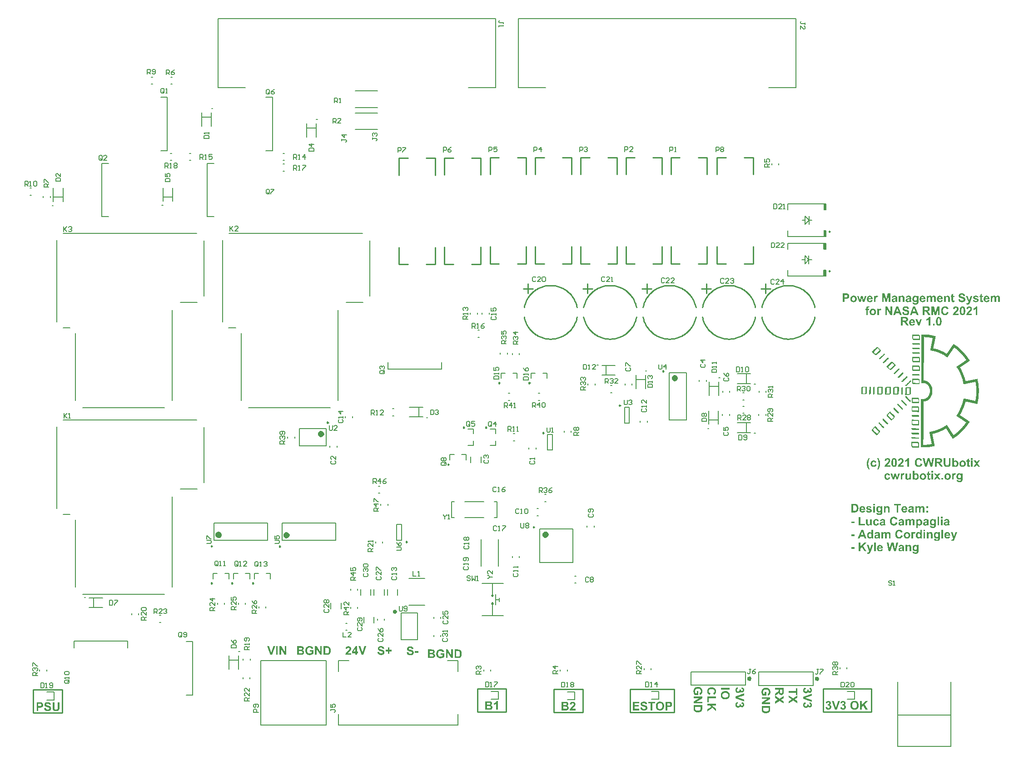
<source format=gto>
G04*
G04 #@! TF.GenerationSoftware,Altium Limited,Altium Designer,21.2.2 (38)*
G04*
G04 Layer_Color=65535*
%FSLAX25Y25*%
%MOIN*%
G70*
G04*
G04 #@! TF.SameCoordinates,F28A5215-CE45-4803-9B4C-17DA2ED16A0E*
G04*
G04*
G04 #@! TF.FilePolarity,Positive*
G04*
G01*
G75*
%ADD10C,0.01575*%
%ADD11C,0.00984*%
%ADD12C,0.01000*%
%ADD13C,0.02362*%
%ADD14C,0.00787*%
%ADD15C,0.00500*%
%ADD16C,0.00800*%
%ADD17C,0.00709*%
G36*
X647244Y327264D02*
X645866Y327264D01*
X645788Y327264D01*
X645643Y327204D01*
X645532Y327093D01*
X645472Y326948D01*
X645472Y326870D01*
X645472Y326870D01*
X645472Y322638D01*
X647244D01*
Y327264D01*
D02*
G37*
G36*
Y342027D02*
X645866Y342028D01*
X645788Y342028D01*
X645643Y342088D01*
X645532Y342198D01*
X645472Y342343D01*
X645472Y342421D01*
X645472Y342422D01*
X645472Y346654D01*
X647244D01*
Y342027D01*
D02*
G37*
G36*
X647441Y356201D02*
X646063Y356201D01*
X645985Y356201D01*
X645840Y356141D01*
X645729Y356030D01*
X645669Y355885D01*
X645669Y355807D01*
X645669Y355807D01*
X645669Y351575D01*
X647441D01*
Y356201D01*
D02*
G37*
G36*
Y370965D02*
X646063Y370965D01*
X645985Y370965D01*
X645840Y371025D01*
X645729Y371135D01*
X645669Y371280D01*
X645669Y371358D01*
X645669Y371358D01*
X645669Y375590D01*
X647441D01*
Y370965D01*
D02*
G37*
G36*
X461699Y10051D02*
X461781Y10042D01*
X461872Y10033D01*
X461972Y10014D01*
X462081Y9996D01*
X462318Y9933D01*
X462555Y9841D01*
X462682Y9787D01*
X462792Y9723D01*
X462910Y9641D01*
X463010Y9550D01*
X463020Y9541D01*
X463038Y9532D01*
X463056Y9495D01*
X463092Y9459D01*
X463138Y9413D01*
X463183Y9349D01*
X463229Y9286D01*
X463284Y9204D01*
X463375Y9021D01*
X463466Y8812D01*
X463502Y8694D01*
X463521Y8566D01*
X463539Y8429D01*
X463548Y8293D01*
Y8275D01*
Y8220D01*
X463539Y8138D01*
X463530Y8038D01*
X463512Y7910D01*
X463484Y7773D01*
X463448Y7628D01*
X463393Y7482D01*
X463384Y7464D01*
X463366Y7418D01*
X463329Y7336D01*
X463275Y7236D01*
X463211Y7118D01*
X463129Y6981D01*
X463029Y6835D01*
X462910Y6680D01*
X462901Y6671D01*
X462865Y6626D01*
X462810Y6562D01*
X462728Y6471D01*
X462619Y6361D01*
X462482Y6216D01*
X462318Y6061D01*
X462118Y5869D01*
X462109Y5860D01*
X462090Y5851D01*
X462063Y5824D01*
X462027Y5787D01*
X461926Y5696D01*
X461808Y5587D01*
X461690Y5469D01*
X461571Y5350D01*
X461462Y5250D01*
X461425Y5204D01*
X461389Y5168D01*
X461380Y5159D01*
X461362Y5141D01*
X461334Y5104D01*
X461298Y5059D01*
X461216Y4958D01*
X461143Y4840D01*
X463548D01*
Y3720D01*
X459312D01*
Y3729D01*
Y3747D01*
X459321Y3783D01*
X459330Y3829D01*
X459339Y3884D01*
X459348Y3947D01*
X459385Y4111D01*
X459439Y4293D01*
X459512Y4494D01*
X459603Y4713D01*
X459722Y4922D01*
Y4931D01*
X459740Y4949D01*
X459758Y4986D01*
X459795Y5022D01*
X459831Y5086D01*
X459886Y5150D01*
X459949Y5232D01*
X460022Y5323D01*
X460104Y5432D01*
X460205Y5542D01*
X460314Y5669D01*
X460441Y5806D01*
X460578Y5942D01*
X460733Y6097D01*
X460897Y6261D01*
X461079Y6434D01*
X461088Y6443D01*
X461116Y6471D01*
X461152Y6507D01*
X461207Y6562D01*
X461279Y6617D01*
X461352Y6689D01*
X461516Y6853D01*
X461680Y7026D01*
X461844Y7199D01*
X461917Y7272D01*
X461990Y7354D01*
X462045Y7418D01*
X462081Y7473D01*
X462090Y7491D01*
X462118Y7537D01*
X462163Y7609D01*
X462209Y7710D01*
X462254Y7819D01*
X462300Y7947D01*
X462327Y8074D01*
X462336Y8211D01*
Y8220D01*
Y8229D01*
Y8275D01*
X462327Y8356D01*
X462309Y8448D01*
X462282Y8548D01*
X462245Y8648D01*
X462190Y8748D01*
X462118Y8839D01*
X462109Y8848D01*
X462081Y8876D01*
X462027Y8912D01*
X461963Y8949D01*
X461872Y8985D01*
X461771Y9021D01*
X461653Y9049D01*
X461516Y9058D01*
X461453D01*
X461380Y9049D01*
X461298Y9031D01*
X461198Y9003D01*
X461097Y8958D01*
X460997Y8903D01*
X460906Y8830D01*
X460897Y8821D01*
X460870Y8785D01*
X460833Y8730D01*
X460797Y8648D01*
X460751Y8548D01*
X460715Y8411D01*
X460678Y8256D01*
X460660Y8074D01*
X459457Y8192D01*
Y8202D01*
X459467Y8238D01*
Y8284D01*
X459485Y8356D01*
X459494Y8439D01*
X459521Y8530D01*
X459549Y8630D01*
X459576Y8748D01*
X459667Y8976D01*
X459776Y9213D01*
X459849Y9331D01*
X459931Y9441D01*
X460022Y9532D01*
X460123Y9623D01*
X460132Y9632D01*
X460150Y9641D01*
X460177Y9659D01*
X460223Y9696D01*
X460277Y9723D01*
X460350Y9759D01*
X460423Y9805D01*
X460514Y9841D01*
X460614Y9887D01*
X460724Y9923D01*
X460961Y9996D01*
X461243Y10042D01*
X461389Y10051D01*
X461544Y10060D01*
X461635D01*
X461699Y10051D01*
D02*
G37*
G36*
X456315Y10014D02*
X456497Y10005D01*
X456679Y9996D01*
X456852Y9978D01*
X457007Y9960D01*
X457025D01*
X457071Y9951D01*
X457134Y9933D01*
X457226Y9905D01*
X457326Y9869D01*
X457435Y9823D01*
X457553Y9769D01*
X457663Y9696D01*
X457672Y9686D01*
X457708Y9659D01*
X457763Y9614D01*
X457836Y9559D01*
X457909Y9477D01*
X457991Y9386D01*
X458073Y9286D01*
X458146Y9167D01*
X458155Y9149D01*
X458173Y9113D01*
X458210Y9040D01*
X458246Y8949D01*
X458282Y8839D01*
X458319Y8721D01*
X458337Y8575D01*
X458346Y8429D01*
Y8420D01*
Y8411D01*
Y8356D01*
X458337Y8275D01*
X458319Y8165D01*
X458282Y8038D01*
X458246Y7901D01*
X458182Y7764D01*
X458100Y7619D01*
X458091Y7600D01*
X458055Y7555D01*
X458000Y7491D01*
X457936Y7409D01*
X457845Y7327D01*
X457736Y7227D01*
X457608Y7145D01*
X457462Y7063D01*
X457472D01*
X457490Y7054D01*
X457517Y7045D01*
X457553Y7035D01*
X457663Y6990D01*
X457790Y6926D01*
X457927Y6853D01*
X458082Y6753D01*
X458219Y6635D01*
X458346Y6489D01*
X458355Y6471D01*
X458392Y6416D01*
X458446Y6334D01*
X458501Y6225D01*
X458556Y6079D01*
X458610Y5924D01*
X458647Y5742D01*
X458656Y5542D01*
Y5532D01*
Y5523D01*
Y5469D01*
X458647Y5387D01*
X458629Y5277D01*
X458610Y5150D01*
X458574Y5004D01*
X458519Y4858D01*
X458455Y4703D01*
X458446Y4685D01*
X458419Y4640D01*
X458373Y4567D01*
X458310Y4476D01*
X458237Y4366D01*
X458137Y4266D01*
X458036Y4157D01*
X457909Y4057D01*
X457891Y4047D01*
X457845Y4020D01*
X457772Y3975D01*
X457672Y3929D01*
X457544Y3874D01*
X457399Y3829D01*
X457235Y3783D01*
X457053Y3756D01*
X457016D01*
X456980Y3747D01*
X456888D01*
X456825Y3738D01*
X456652D01*
X456542Y3729D01*
X456269D01*
X456114Y3720D01*
X453381D01*
Y10024D01*
X456151D01*
X456315Y10014D01*
D02*
G37*
G36*
X720555Y279640D02*
X721167D01*
X721342Y279611D01*
X721547D01*
X721663Y279582D01*
X721780D01*
X722013Y279553D01*
X722246D01*
X722363Y279523D01*
X722450D01*
X722654Y279494D01*
X722771D01*
X723004Y279465D01*
X723034D01*
X723092Y279436D01*
X723209D01*
X723325Y279407D01*
X723354D01*
X723413Y279378D01*
X723588Y279319D01*
X723704D01*
X723908Y279290D01*
X723938D01*
X723996Y279261D01*
X724113D01*
X724229Y279232D01*
X724258D01*
X724317Y279203D01*
X724521Y279173D01*
X724550D01*
X724637Y279144D01*
X724754D01*
X724871Y279115D01*
X724900D01*
X724958Y279086D01*
X725075Y279057D01*
X725191Y279028D01*
X725221D01*
X725337Y278998D01*
X725454Y278969D01*
X725629Y278940D01*
X725658D01*
X725775Y278911D01*
X725920Y278882D01*
X726095Y278823D01*
X726076Y278755D01*
X726095Y278794D01*
Y278823D01*
X726125D01*
X726212Y278794D01*
X726358Y278765D01*
X726562Y278707D01*
X726824Y278648D01*
X727116Y278590D01*
X727495Y278503D01*
X727933Y278415D01*
Y278357D01*
X727903Y278240D01*
X727874Y278065D01*
X727816Y277861D01*
Y277803D01*
X727787Y277686D01*
X727758Y277511D01*
X727699Y277278D01*
Y277249D01*
X727670Y277132D01*
X727641Y276957D01*
X727612Y276782D01*
Y276753D01*
X727583Y276637D01*
X727553Y276462D01*
X727495Y276287D01*
Y276228D01*
X727466Y276112D01*
X727437Y275937D01*
X727379Y275732D01*
Y275674D01*
X727349Y275557D01*
X727320Y275383D01*
X727262Y275179D01*
Y275120D01*
X727233Y275004D01*
X727204Y274799D01*
X727145Y274595D01*
Y274537D01*
X727116Y274420D01*
X727087Y274216D01*
X727029Y274012D01*
Y273954D01*
X726970Y273837D01*
X726941Y273633D01*
X726883Y273429D01*
Y273371D01*
X726854Y273225D01*
X726824Y273050D01*
X726766Y272846D01*
Y272787D01*
X726737Y272671D01*
X726708Y272467D01*
X726650Y272233D01*
Y272175D01*
X726620Y272058D01*
X726562Y271854D01*
X726504Y271621D01*
Y271563D01*
X726475Y271446D01*
X726445Y271242D01*
X726387Y271038D01*
Y270979D01*
X726358Y270834D01*
X726329Y270659D01*
X726270Y270425D01*
Y270367D01*
X726241Y270250D01*
X726212Y270046D01*
X726154Y269813D01*
Y269755D01*
X726125Y269638D01*
X726066Y269434D01*
X726008Y269201D01*
Y269172D01*
X725993Y269099D01*
X725950Y268967D01*
X725932Y268810D01*
X725950Y268880D01*
X725993Y269099D01*
X726008Y269142D01*
Y269172D01*
X726095Y269521D01*
X726125D01*
X726212Y269492D01*
X726329Y269463D01*
X726475Y269434D01*
X726504D01*
X726591Y269405D01*
X726737Y269376D01*
X726883Y269346D01*
X726912D01*
X726970Y269317D01*
X727145Y269288D01*
X727174D01*
X727233Y269259D01*
X727408Y269230D01*
X727437D01*
X727495Y269201D01*
X727670Y269172D01*
X727699D01*
X727758Y269142D01*
X727933Y269113D01*
X727962D01*
X728020Y269084D01*
X728195Y269055D01*
X728224D01*
X728282Y269026D01*
X728457Y268997D01*
X728486D01*
X728545Y268967D01*
X728691Y268909D01*
X728720D01*
X728778Y268880D01*
X728953Y268822D01*
X728982D01*
X729041Y268792D01*
X729186Y268763D01*
X729215D01*
X729274Y268734D01*
X729478Y268676D01*
X729507D01*
X729565Y268647D01*
X729711Y268588D01*
X729740D01*
X729799Y268559D01*
X729974Y268472D01*
X730003D01*
X730061Y268443D01*
X730236Y268384D01*
X730265D01*
X730353Y268355D01*
X730528Y268297D01*
X730557D01*
X730644Y268238D01*
X730761Y268209D01*
X730907Y268151D01*
X730936D01*
X731024Y268093D01*
X731140Y268034D01*
X731257Y267976D01*
X731286D01*
X731373Y267918D01*
X731519Y267888D01*
X731665Y267830D01*
X731694D01*
X731782Y267772D01*
X731898Y267713D01*
X732044Y267655D01*
X732073D01*
X732131Y267626D01*
X732306Y267538D01*
X732336D01*
X732394Y267509D01*
X732540Y267422D01*
X732569D01*
X732627Y267393D01*
X732773Y267334D01*
X732802D01*
X732861Y267305D01*
X733006Y267218D01*
X733036D01*
X733065Y267189D01*
X733240Y267130D01*
X733269D01*
X733298Y267072D01*
X733444Y266985D01*
X733473D01*
X733531Y266955D01*
X733677Y266868D01*
X733706D01*
X733735Y266839D01*
X733881Y266780D01*
X733910D01*
X733940Y266751D01*
X734085Y266664D01*
X734114D01*
X734173Y266605D01*
X734348Y266518D01*
X734377D01*
X734406Y266489D01*
X734552Y266372D01*
X734581D01*
X734639Y266343D01*
X734785Y266255D01*
X734814D01*
X734873Y266226D01*
X735018Y266080D01*
X735047D01*
X735106Y266051D01*
X735281Y265935D01*
X735310D01*
X735368Y265876D01*
X735485Y265818D01*
X735602Y265731D01*
X735631Y265702D01*
X735689Y265672D01*
X735893Y265497D01*
Y265468D01*
X735864Y265439D01*
X735747Y265264D01*
X735572Y265031D01*
X735368Y264739D01*
Y264710D01*
X735310Y264681D01*
X735193Y264477D01*
X735018Y264244D01*
X734814Y263952D01*
X734785Y263981D01*
X734727Y264010D01*
X734639Y264069D01*
X734523Y264127D01*
X734493Y264156D01*
X734435Y264185D01*
X734260Y264331D01*
X734231Y264360D01*
X734202Y264389D01*
X734027Y264477D01*
X733998D01*
X733969Y264506D01*
X733823Y264593D01*
X733794D01*
X733765Y264622D01*
X733590Y264739D01*
X733531Y264768D01*
X733415Y264856D01*
X733356Y264885D01*
X733211Y264972D01*
X733181D01*
X733152Y265002D01*
X733006Y265060D01*
X732948Y265089D01*
X732831Y265206D01*
X732802D01*
X732744Y265235D01*
X732598Y265293D01*
X732540Y265322D01*
X732423Y265381D01*
X732394D01*
X732365Y265410D01*
X732190Y265468D01*
X732161D01*
X732131Y265497D01*
X731986Y265585D01*
X731957D01*
X731927Y265614D01*
X731782Y265702D01*
X731752D01*
X731694Y265731D01*
X731519Y265789D01*
X731490D01*
X731432Y265818D01*
X731257Y265906D01*
X731228Y265935D01*
X731140Y265964D01*
X731024Y265993D01*
X730907Y266051D01*
X730878Y266080D01*
X730790Y266110D01*
X730674Y266168D01*
X730528Y266226D01*
X730499Y266255D01*
X730440Y266285D01*
X730324Y266314D01*
X730178Y266372D01*
X730149D01*
X730090Y266401D01*
X729886Y266489D01*
X729857D01*
X729799Y266518D01*
X729595Y266576D01*
X729565Y266605D01*
X729507Y266635D01*
X729332Y266693D01*
X729274Y266722D01*
X729128Y266780D01*
X729099D01*
X729041Y266810D01*
X728866Y266868D01*
X728836D01*
X728807Y266897D01*
X728661Y266926D01*
X728632D01*
X728574Y266955D01*
X728399Y266985D01*
X728341Y267014D01*
X728195Y267043D01*
X728166D01*
X728137Y267072D01*
X727991Y267130D01*
X727962D01*
X727903Y267160D01*
X727728Y267189D01*
X727699D01*
X727670Y267218D01*
X727495Y267247D01*
X727466D01*
X727437Y267276D01*
X727262Y267305D01*
X727233D01*
X727204Y267334D01*
X727029Y267364D01*
X726999D01*
X726941Y267393D01*
X726737Y267422D01*
X726708D01*
X726650Y267451D01*
X726475Y267480D01*
X726445D01*
X726358Y267509D01*
X726241Y267538D01*
X726095Y267597D01*
X726066D01*
X725979Y267626D01*
X725862D01*
X725716Y267655D01*
Y267684D01*
X725745Y267743D01*
Y267830D01*
X725775Y267947D01*
X725833Y268238D01*
X725839Y268273D01*
X725804Y268151D01*
X725745Y267918D01*
X725687Y267626D01*
X725658D01*
X725570Y267655D01*
X725425Y267684D01*
X725221Y267713D01*
X724958Y267772D01*
X724637Y267830D01*
X724258Y267918D01*
X723821Y268005D01*
Y268034D01*
X723850Y268063D01*
X723879Y268238D01*
X723938Y268501D01*
X723996Y268792D01*
Y268822D01*
Y268851D01*
X724025Y269055D01*
X724083Y269317D01*
X724142Y269609D01*
X724171Y269667D01*
X724200Y269784D01*
X724229Y269988D01*
X724288Y270192D01*
Y270221D01*
Y270250D01*
X724317Y270396D01*
X724375Y270600D01*
X724404Y270805D01*
Y270834D01*
Y270863D01*
X724433Y271009D01*
X724492Y271213D01*
X724521Y271417D01*
Y271475D01*
X724550Y271592D01*
X724608Y271796D01*
X724667Y272029D01*
Y272058D01*
Y272088D01*
X724696Y272233D01*
X724754Y272437D01*
X724783Y272641D01*
Y272700D01*
X724812Y272816D01*
X724871Y272991D01*
X724900Y273196D01*
Y273225D01*
Y273254D01*
X724929Y273400D01*
X724987Y273604D01*
X725016Y273808D01*
Y273866D01*
X725046Y273983D01*
X725104Y274187D01*
X725162Y274420D01*
Y274479D01*
X725191Y274595D01*
X725250Y274770D01*
X725279Y274974D01*
Y275033D01*
X725308Y275149D01*
X725366Y275353D01*
X725396Y275557D01*
Y275616D01*
X725425Y275732D01*
X725483Y275907D01*
X725512Y276112D01*
Y276170D01*
X725541Y276287D01*
X725570Y276462D01*
X725629Y276666D01*
Y276695D01*
X725658Y276811D01*
X725716Y276986D01*
X725745Y277190D01*
Y277220D01*
X725775Y277336D01*
X725804Y277511D01*
X725833Y277686D01*
Y277715D01*
X725862Y277803D01*
Y277861D01*
X725920Y278036D01*
X725950Y278240D01*
X726037Y278532D01*
X726066Y278648D01*
Y278721D01*
X726076Y278755D01*
X726066Y278736D01*
Y278721D01*
X726037Y278619D01*
X725979Y278415D01*
X725950Y278299D01*
Y278240D01*
X725862Y277890D01*
Y277861D01*
X725833Y277745D01*
Y277715D01*
X725804Y277599D01*
X725745Y277307D01*
X725687Y276957D01*
X725658Y276986D01*
X725541Y277015D01*
X725396Y277045D01*
X725250Y277074D01*
X725221D01*
X725104Y277103D01*
X724958Y277132D01*
X724812Y277161D01*
X724783D01*
X724725Y277190D01*
X724608D01*
X724463Y277220D01*
X724433D01*
X724375Y277249D01*
X724258D01*
X724142Y277278D01*
X724113D01*
X724054Y277307D01*
X723879Y277336D01*
X723850D01*
X723792Y277365D01*
X723588Y277395D01*
X723559D01*
X723500Y277424D01*
X723325Y277453D01*
X723296D01*
X723238Y277482D01*
X723034Y277511D01*
X723004D01*
X722946Y277540D01*
X722771Y277570D01*
X722684D01*
X722480Y277599D01*
X722450D01*
X722392Y277628D01*
X722130D01*
X722071Y277657D01*
X721838D01*
X721751Y277686D01*
X721517D01*
X721459Y277715D01*
X720992D01*
X720876Y277745D01*
X720118D01*
X719913Y277774D01*
X719301D01*
Y277599D01*
Y277570D01*
Y277511D01*
Y277307D01*
Y277278D01*
Y277220D01*
Y277045D01*
Y277015D01*
Y276957D01*
Y276782D01*
Y276753D01*
Y276695D01*
Y276491D01*
Y276462D01*
Y276403D01*
Y276228D01*
Y276199D01*
Y276141D01*
Y275966D01*
Y275937D01*
Y275878D01*
Y275703D01*
Y275674D01*
Y275616D01*
Y275412D01*
Y275383D01*
Y275353D01*
Y275179D01*
Y275149D01*
Y275120D01*
Y275004D01*
Y274858D01*
Y274799D01*
Y274712D01*
Y274566D01*
Y274479D01*
Y274449D01*
Y274362D01*
Y274245D01*
Y274099D01*
Y274070D01*
Y273983D01*
Y273779D01*
Y273750D01*
Y273691D01*
Y273487D01*
Y273458D01*
Y273429D01*
Y273254D01*
Y273225D01*
Y273166D01*
Y272962D01*
Y272933D01*
Y272904D01*
X719272Y272729D01*
Y272700D01*
Y272641D01*
Y272467D01*
Y272437D01*
Y272379D01*
Y272204D01*
Y272175D01*
Y272117D01*
Y271942D01*
Y271913D01*
Y271854D01*
Y271679D01*
Y271650D01*
Y271592D01*
Y271417D01*
Y271388D01*
Y271329D01*
Y271154D01*
Y271125D01*
Y271096D01*
Y270921D01*
Y270892D01*
Y270834D01*
Y270630D01*
Y270600D01*
Y270542D01*
Y270367D01*
Y270338D01*
Y270280D01*
Y270105D01*
Y270075D01*
Y270017D01*
Y269900D01*
Y269784D01*
Y269755D01*
Y269667D01*
Y269551D01*
X719243Y269434D01*
Y269405D01*
Y269317D01*
Y269113D01*
Y269084D01*
Y268997D01*
Y268880D01*
Y268734D01*
Y268705D01*
Y268647D01*
Y268559D01*
Y268443D01*
Y268413D01*
Y268384D01*
Y268209D01*
Y268180D01*
Y268122D01*
Y268034D01*
Y267918D01*
Y267888D01*
Y267859D01*
Y267684D01*
Y267655D01*
Y267597D01*
Y267393D01*
Y267364D01*
Y267334D01*
Y267160D01*
Y267130D01*
Y267072D01*
Y266868D01*
Y266839D01*
Y266810D01*
Y266635D01*
Y266605D01*
Y266547D01*
Y266343D01*
Y266314D01*
Y266255D01*
Y266080D01*
Y266051D01*
Y265993D01*
Y265818D01*
Y265789D01*
Y265731D01*
Y265556D01*
Y265527D01*
Y265468D01*
Y265293D01*
Y265264D01*
Y265206D01*
Y265031D01*
Y264972D01*
Y264856D01*
Y264710D01*
Y264564D01*
Y264535D01*
Y264477D01*
Y264418D01*
Y264360D01*
Y264331D01*
Y264244D01*
Y264010D01*
Y263981D01*
Y263894D01*
Y263777D01*
Y263631D01*
Y263602D01*
Y263544D01*
Y263369D01*
Y263339D01*
Y263281D01*
Y263106D01*
Y263077D01*
Y263019D01*
Y262844D01*
Y262815D01*
Y262756D01*
X719214Y262581D01*
Y262552D01*
Y262494D01*
Y262290D01*
Y262261D01*
Y262231D01*
Y262056D01*
Y262027D01*
Y261969D01*
Y261765D01*
Y261736D01*
Y261706D01*
Y261532D01*
Y261502D01*
Y261444D01*
Y261240D01*
Y261211D01*
Y261182D01*
Y261007D01*
Y260978D01*
Y260919D01*
Y260715D01*
Y260686D01*
Y260657D01*
Y260482D01*
Y260453D01*
Y260394D01*
Y260190D01*
Y260161D01*
Y260103D01*
Y259928D01*
Y259899D01*
Y259811D01*
Y259607D01*
Y259578D01*
Y259490D01*
Y259286D01*
Y259257D01*
Y259170D01*
Y259053D01*
X719184Y258907D01*
Y258878D01*
Y258790D01*
Y258674D01*
Y258557D01*
Y258528D01*
Y258470D01*
Y258295D01*
Y258266D01*
Y258207D01*
Y258003D01*
Y257974D01*
Y257945D01*
Y257770D01*
Y257741D01*
Y257682D01*
Y257478D01*
Y257449D01*
Y257420D01*
Y257245D01*
Y257216D01*
Y257158D01*
Y256954D01*
Y256924D01*
Y256895D01*
Y256720D01*
Y256691D01*
Y256633D01*
Y256429D01*
Y256399D01*
Y256370D01*
Y256195D01*
Y256166D01*
Y256108D01*
Y255904D01*
Y255874D01*
Y255816D01*
Y255641D01*
Y255612D01*
Y255554D01*
Y255379D01*
Y255350D01*
Y255291D01*
Y255204D01*
Y255087D01*
Y255058D01*
Y255029D01*
Y254854D01*
Y254796D01*
Y254679D01*
Y254533D01*
Y254387D01*
Y254358D01*
Y254300D01*
Y254212D01*
Y254183D01*
Y254154D01*
Y254067D01*
Y253950D01*
Y253833D01*
Y253804D01*
Y253717D01*
Y253600D01*
Y253454D01*
Y253425D01*
Y253367D01*
Y253192D01*
Y253163D01*
Y253104D01*
Y252929D01*
Y252900D01*
Y252842D01*
Y252667D01*
Y252638D01*
Y252579D01*
Y252404D01*
Y252375D01*
Y252317D01*
X719155Y252142D01*
Y252113D01*
Y252055D01*
Y251851D01*
Y251821D01*
Y251792D01*
Y251617D01*
Y251588D01*
Y251530D01*
Y251326D01*
Y251296D01*
Y251267D01*
Y251092D01*
Y251063D01*
Y251005D01*
Y250801D01*
Y250771D01*
Y250713D01*
Y250538D01*
Y250509D01*
Y250451D01*
Y250276D01*
Y250247D01*
Y250188D01*
Y250013D01*
Y249984D01*
Y249926D01*
Y249751D01*
Y249722D01*
Y249663D01*
Y249547D01*
Y249401D01*
Y249372D01*
Y249313D01*
Y249109D01*
Y249080D01*
Y248993D01*
Y248876D01*
X719126Y248730D01*
Y248701D01*
Y248614D01*
Y248497D01*
Y248351D01*
Y248322D01*
Y248293D01*
Y248118D01*
Y248089D01*
Y248030D01*
Y247826D01*
Y247797D01*
Y247739D01*
Y247564D01*
Y247535D01*
Y247477D01*
Y247302D01*
Y247272D01*
Y247214D01*
Y247039D01*
Y247010D01*
Y246952D01*
Y246777D01*
Y246747D01*
Y246689D01*
Y246514D01*
Y246485D01*
Y246427D01*
Y246252D01*
Y246223D01*
Y246164D01*
Y245989D01*
Y245960D01*
Y245902D01*
X719155D01*
X719359Y245873D01*
X719738D01*
X719797Y245844D01*
X719972D01*
X720030Y245814D01*
X720059D01*
X720147Y245785D01*
X720263D01*
X720380Y245756D01*
X720409D01*
X720468Y245727D01*
X720497D01*
X720584Y245669D01*
X720613D01*
X720701Y245639D01*
X720730D01*
X720788Y245610D01*
X720847D01*
X720934Y245581D01*
X720963Y245552D01*
X721051Y245523D01*
X721080D01*
X721138Y245494D01*
X721167Y245464D01*
X721255Y245435D01*
X721313D01*
X721401Y245406D01*
X721430Y245377D01*
X721488Y245348D01*
X721517Y245319D01*
X721605Y245289D01*
X721634Y245260D01*
X721721Y245202D01*
X721751D01*
X721780Y245173D01*
X721867Y245144D01*
X721896Y245114D01*
X721984Y245085D01*
X722013Y245056D01*
X722100Y245027D01*
X722130Y244998D01*
X722217Y244939D01*
X722246D01*
X722275Y244910D01*
X722363Y244852D01*
X722392Y244823D01*
X722480Y244735D01*
X722509Y244706D01*
X722596Y244648D01*
X722625Y244619D01*
X722713Y244561D01*
X722742D01*
X722771Y244531D01*
X722888Y244444D01*
X722917Y244415D01*
X723004Y244356D01*
X723034Y244298D01*
X723121Y244211D01*
X723179Y244181D01*
X723296Y244065D01*
X723325Y244036D01*
X723413Y243948D01*
X723442Y243919D01*
X723529Y243773D01*
X723559Y243744D01*
X723646Y243656D01*
X723675D01*
X723704Y243598D01*
X723792Y243511D01*
X723821Y243481D01*
X723908Y243365D01*
X723938Y243307D01*
X723996Y243219D01*
X724025Y243161D01*
X724113Y243073D01*
X724142Y243015D01*
X724229Y242928D01*
Y242898D01*
X724258Y242869D01*
X724317Y242753D01*
X724346Y242694D01*
X724404Y242578D01*
X724433Y242548D01*
X724492Y242432D01*
X724521Y242373D01*
X724579Y242257D01*
X724608Y242228D01*
X724667Y242111D01*
X724696Y242053D01*
X724754Y241965D01*
Y241936D01*
X724783Y241907D01*
X724812Y241761D01*
X724842Y241732D01*
X724900Y241615D01*
X724929Y241557D01*
X724958Y241411D01*
X724987Y241382D01*
X725016Y241265D01*
X725046Y241207D01*
X725075Y241090D01*
X725104Y241032D01*
X725162Y240915D01*
X725191Y240857D01*
Y240740D01*
X725221Y240682D01*
X725250Y240595D01*
X725279Y240536D01*
Y240391D01*
X725308Y240332D01*
X725337Y240216D01*
Y240157D01*
X725366Y240070D01*
Y240041D01*
Y240012D01*
X725396Y239866D01*
Y239807D01*
X725425Y239691D01*
Y239632D01*
X725454Y239487D01*
Y239428D01*
X725483Y239312D01*
Y239253D01*
Y239137D01*
Y239107D01*
Y239078D01*
X725512Y238933D01*
Y238874D01*
Y238758D01*
Y238728D01*
Y238641D01*
Y238466D01*
Y238437D01*
Y238349D01*
Y238291D01*
Y238262D01*
Y238233D01*
Y238116D01*
Y238000D01*
Y237854D01*
Y237825D01*
Y237708D01*
Y237562D01*
X725483Y237416D01*
Y237358D01*
X725454Y237241D01*
Y237212D01*
Y237183D01*
Y237037D01*
Y236979D01*
X725425Y236862D01*
Y236804D01*
X725396Y236658D01*
Y236600D01*
X725366Y236512D01*
X725337Y236454D01*
X725308Y236337D01*
Y236279D01*
X725279Y236133D01*
Y236075D01*
X725250Y235958D01*
X725221Y235929D01*
X725191Y235812D01*
Y235783D01*
X725162Y235754D01*
X725133Y235608D01*
Y235550D01*
X725075Y235462D01*
X725046Y235404D01*
X725016Y235288D01*
X724987Y235229D01*
X724958Y235113D01*
X724929Y235054D01*
X724900Y234967D01*
X724871Y234909D01*
X724812Y234763D01*
X724783Y234704D01*
X724754Y234617D01*
X724725Y234559D01*
X724696Y234442D01*
X724637Y234413D01*
X724579Y234267D01*
X724550Y234209D01*
X724492Y234121D01*
X724463Y234063D01*
X724404Y233975D01*
X724375Y233917D01*
X724317Y233800D01*
X724288Y233742D01*
X724229Y233655D01*
X724200Y233596D01*
X724113Y233509D01*
X724083Y233451D01*
X724025Y233334D01*
X723996Y233276D01*
X723908Y233188D01*
X723879Y233130D01*
X723821Y233042D01*
X723792Y232984D01*
X723704Y232867D01*
X723646Y232838D01*
X723559Y232721D01*
X723529Y232692D01*
X723442Y232576D01*
X723413Y232546D01*
X723296Y232459D01*
X723267Y232401D01*
X723150Y232284D01*
X723121Y232255D01*
X723034Y232168D01*
X723004Y232138D01*
X722888Y232051D01*
X722859Y232022D01*
X722771Y231905D01*
X722713Y231876D01*
X722625Y231818D01*
X722567Y231788D01*
X722480Y231701D01*
X722450Y231672D01*
X722363Y231613D01*
X722334Y231584D01*
X722217Y231526D01*
X722188Y231497D01*
X722071Y231409D01*
X722042Y231380D01*
X721955Y231322D01*
X721926Y231293D01*
X721838Y231263D01*
X721780Y231234D01*
X721692Y231205D01*
X721663Y231176D01*
X721576Y231147D01*
X721547Y231118D01*
X721459Y231088D01*
X721430Y231059D01*
X721342Y231030D01*
X721284Y231001D01*
X721197Y230943D01*
X721167Y230914D01*
X721109Y230884D01*
X721080D01*
X720992Y230855D01*
X720963Y230826D01*
X720876Y230797D01*
X720818D01*
X720730Y230768D01*
X720701D01*
X720643Y230739D01*
X720613D01*
X720526Y230710D01*
X720497D01*
X720409Y230680D01*
X720380D01*
X720293Y230651D01*
X720263D01*
X720176Y230622D01*
X720147D01*
X720059Y230593D01*
X720030D01*
X719972Y230564D01*
X719797D01*
X719739Y230535D01*
X719622D01*
X719593Y230505D01*
X719534Y230476D01*
X719155D01*
X719039Y230447D01*
Y230330D01*
Y230301D01*
Y230243D01*
Y230068D01*
Y230039D01*
Y229980D01*
Y229805D01*
Y229776D01*
Y229718D01*
Y229543D01*
Y229514D01*
Y229456D01*
Y229281D01*
Y229252D01*
Y229193D01*
Y229018D01*
Y228989D01*
Y228931D01*
Y228756D01*
Y228727D01*
Y228668D01*
Y228493D01*
Y228464D01*
Y228406D01*
Y228231D01*
Y228202D01*
Y228143D01*
Y227968D01*
Y227939D01*
Y227852D01*
Y227735D01*
Y227619D01*
Y227589D01*
Y227531D01*
Y227327D01*
Y227298D01*
Y227269D01*
Y227181D01*
X719010Y226948D01*
Y226919D01*
Y226831D01*
Y226714D01*
Y226569D01*
Y226540D01*
Y226481D01*
Y226306D01*
Y226277D01*
Y226219D01*
Y226044D01*
Y226015D01*
Y225956D01*
Y225869D01*
Y225752D01*
Y225723D01*
Y225694D01*
Y225519D01*
Y225490D01*
Y225431D01*
Y225344D01*
Y225227D01*
Y225198D01*
Y225169D01*
Y224994D01*
Y224965D01*
Y224907D01*
Y224819D01*
Y224703D01*
Y224673D01*
Y224644D01*
Y224469D01*
Y224440D01*
Y224382D01*
Y224178D01*
Y224149D01*
Y224119D01*
Y223944D01*
Y223915D01*
Y223857D01*
Y223653D01*
Y223624D01*
Y223594D01*
X718980Y223419D01*
Y223390D01*
Y223332D01*
Y223128D01*
Y223099D01*
Y223040D01*
Y222865D01*
Y222836D01*
Y222749D01*
Y222545D01*
Y222516D01*
Y222428D01*
Y222224D01*
Y222195D01*
Y222107D01*
Y221991D01*
Y221845D01*
Y221816D01*
Y221728D01*
Y221611D01*
Y221466D01*
Y221437D01*
Y221407D01*
Y221233D01*
Y221203D01*
Y221145D01*
Y220941D01*
Y220912D01*
Y220883D01*
Y220708D01*
Y220678D01*
Y220620D01*
Y220416D01*
Y220387D01*
Y220358D01*
Y220183D01*
Y220153D01*
Y220095D01*
Y219891D01*
Y219862D01*
Y219833D01*
Y219658D01*
Y219629D01*
Y219570D01*
Y219366D01*
Y219337D01*
Y219279D01*
Y219104D01*
Y219075D01*
Y219016D01*
Y218841D01*
Y218812D01*
Y218754D01*
Y218579D01*
Y218550D01*
Y218491D01*
Y218317D01*
Y218287D01*
Y218229D01*
Y218054D01*
Y218025D01*
Y217967D01*
Y217792D01*
Y217733D01*
Y217617D01*
Y217471D01*
Y217325D01*
Y217296D01*
Y217237D01*
Y217150D01*
Y217121D01*
Y217092D01*
Y217004D01*
Y216888D01*
Y216771D01*
Y216742D01*
Y216654D01*
X718951Y216538D01*
Y216392D01*
Y216363D01*
Y216304D01*
Y216129D01*
Y216100D01*
Y216042D01*
Y215867D01*
Y215838D01*
Y215779D01*
Y215605D01*
Y215575D01*
Y215517D01*
Y215342D01*
Y215313D01*
Y215255D01*
Y215080D01*
Y215051D01*
Y214992D01*
Y214788D01*
Y214759D01*
Y214730D01*
Y214555D01*
Y214526D01*
Y214467D01*
Y214263D01*
Y214234D01*
Y214205D01*
Y214030D01*
Y214001D01*
Y213943D01*
Y213738D01*
Y213709D01*
Y213680D01*
Y213505D01*
Y213476D01*
Y213418D01*
Y213213D01*
Y213184D01*
X718922Y213155D01*
X718893Y212980D01*
Y212951D01*
Y212893D01*
Y212689D01*
Y212659D01*
Y212601D01*
Y212485D01*
Y212339D01*
Y212310D01*
Y212251D01*
Y212047D01*
Y212018D01*
Y211930D01*
Y211814D01*
Y211668D01*
Y211639D01*
Y211551D01*
Y211318D01*
Y211289D01*
Y211231D01*
Y211027D01*
Y210997D01*
Y210968D01*
Y210793D01*
Y210764D01*
Y210706D01*
Y210502D01*
Y210472D01*
Y210414D01*
Y210239D01*
Y210210D01*
Y210152D01*
Y209977D01*
Y209947D01*
Y209889D01*
Y209714D01*
Y209685D01*
Y209627D01*
Y209452D01*
Y209423D01*
Y209364D01*
Y209189D01*
Y209160D01*
Y209102D01*
Y208927D01*
Y208898D01*
Y208840D01*
Y208752D01*
Y208635D01*
Y208606D01*
Y208577D01*
Y208402D01*
Y208373D01*
Y208315D01*
Y208227D01*
Y208110D01*
Y208081D01*
Y208052D01*
Y207877D01*
Y207848D01*
Y207790D01*
Y207702D01*
Y207586D01*
Y207556D01*
Y207440D01*
Y207265D01*
Y207119D01*
Y207090D01*
Y207031D01*
Y206973D01*
Y206944D01*
Y206915D01*
Y206827D01*
Y206711D01*
Y206565D01*
Y206536D01*
Y206448D01*
Y206332D01*
Y206215D01*
Y206186D01*
Y206128D01*
X718864Y205953D01*
Y205924D01*
Y205865D01*
Y205690D01*
Y205661D01*
Y205603D01*
Y205428D01*
Y205399D01*
Y205340D01*
Y205165D01*
Y205136D01*
Y205078D01*
Y204903D01*
Y204874D01*
Y204815D01*
Y204640D01*
Y204611D01*
Y204553D01*
Y204466D01*
Y204349D01*
Y204320D01*
Y204291D01*
Y204116D01*
Y204086D01*
Y204028D01*
Y203853D01*
Y203824D01*
Y203766D01*
Y203591D01*
Y203561D01*
Y203503D01*
Y203328D01*
Y203299D01*
Y203241D01*
Y203066D01*
Y203037D01*
Y202978D01*
Y202803D01*
Y202774D01*
Y202716D01*
X718835Y202541D01*
Y202512D01*
Y202424D01*
Y202220D01*
Y202191D01*
Y202133D01*
Y202016D01*
Y201870D01*
Y201841D01*
Y201754D01*
Y201637D01*
Y201520D01*
Y201491D01*
Y201404D01*
Y201287D01*
Y201170D01*
Y201141D01*
Y201083D01*
Y200879D01*
Y200850D01*
Y200820D01*
Y200645D01*
Y200616D01*
Y200558D01*
Y200354D01*
Y200325D01*
Y200266D01*
Y200092D01*
Y200062D01*
Y200004D01*
Y199829D01*
Y199800D01*
Y199741D01*
Y199567D01*
Y199537D01*
Y199479D01*
Y199304D01*
Y199275D01*
Y199217D01*
Y199042D01*
Y199012D01*
Y198954D01*
Y198779D01*
Y198750D01*
Y198721D01*
X720497D01*
X720555Y198750D01*
X721138D01*
X721342Y198779D01*
X721634D01*
X721692Y198808D01*
X721926D01*
X721984Y198838D01*
X722159D01*
X722246Y198867D01*
X722450D01*
X722509Y198896D01*
X722713D01*
X722800Y198925D01*
X722975Y198954D01*
X723004D01*
X723063Y198983D01*
X723325D01*
X723384Y199012D01*
X723588Y199042D01*
X723617D01*
X723704Y199071D01*
X723821D01*
X723938Y199100D01*
X723996D01*
X724113Y199129D01*
X724258Y199188D01*
X724433Y199217D01*
X724492D01*
X724608Y199246D01*
X724754Y199275D01*
X724929Y199304D01*
Y199275D01*
X724958Y199217D01*
Y199129D01*
X724987Y199012D01*
X725046Y198721D01*
X725075Y198604D01*
X725016Y198867D01*
Y198925D01*
X724987Y199042D01*
X724958Y199246D01*
X724929Y199450D01*
Y199479D01*
Y199508D01*
X724900Y199654D01*
X724871Y199829D01*
X724812Y200033D01*
Y200062D01*
Y200092D01*
X724783Y200237D01*
X724754Y200441D01*
X724696Y200675D01*
Y200733D01*
X724637Y200850D01*
X724608Y201054D01*
X724550Y201258D01*
Y201287D01*
Y201316D01*
X724521Y201462D01*
X724492Y201666D01*
X724463Y201870D01*
Y201928D01*
X724433Y202045D01*
X724404Y202249D01*
X724346Y202453D01*
Y202483D01*
Y202512D01*
X724317Y202658D01*
X724288Y202862D01*
X724229Y203066D01*
Y203124D01*
X724171Y203241D01*
X724142Y203445D01*
X724083Y203649D01*
Y203678D01*
Y203707D01*
X724054Y203853D01*
X724025Y204028D01*
X723996Y204232D01*
Y204291D01*
X723967Y204407D01*
X723938Y204582D01*
X723879Y204786D01*
Y204844D01*
X723850Y204961D01*
X723821Y205165D01*
X723792Y205369D01*
Y205428D01*
X723763Y205544D01*
X723704Y205719D01*
X723646Y205924D01*
Y205953D01*
X723617Y206069D01*
X723588Y206244D01*
X723559Y206419D01*
Y206448D01*
X723529Y206565D01*
X723500Y206740D01*
X723471Y206944D01*
Y206973D01*
Y207002D01*
X723442Y207148D01*
X723413Y207352D01*
X723354Y207556D01*
Y207586D01*
Y207615D01*
X723325Y207761D01*
X723296Y207965D01*
X723238Y208169D01*
X723267D01*
X723354Y208198D01*
X723500Y208227D01*
X723704Y208285D01*
X723967Y208315D01*
X724288Y208402D01*
X724696Y208460D01*
X725133Y208548D01*
Y208489D01*
X725162Y208373D01*
X725133Y208548D01*
X725162D01*
X725221Y208577D01*
X725337D01*
X725454Y208606D01*
X725483D01*
X725571Y208635D01*
X725687Y208664D01*
X725833Y208723D01*
X725862D01*
X725920Y208752D01*
X726125Y208781D01*
X726154D01*
X726212Y208810D01*
X726387Y208840D01*
X726416D01*
X726475Y208869D01*
X726650Y208898D01*
X726679D01*
X726737Y208927D01*
X726912Y208956D01*
X726941D01*
X726999Y208985D01*
X727174Y209044D01*
X727204D01*
X727262Y209073D01*
X727408Y209102D01*
X727437D01*
X727495Y209131D01*
X727641Y209189D01*
X727670D01*
X727728Y209219D01*
X727874Y209277D01*
X727903D01*
X727962Y209306D01*
X728137Y209364D01*
X728166D01*
X728224Y209394D01*
X728370Y209423D01*
X728399D01*
X728457Y209452D01*
X728632Y209510D01*
X728661D01*
X728720Y209539D01*
X728866Y209598D01*
X728895Y209627D01*
X728953Y209656D01*
X729157Y209743D01*
X729186D01*
X729245Y209773D01*
X729420Y209831D01*
X729449D01*
X729507Y209860D01*
X729624Y209918D01*
X729653Y209947D01*
X729770Y209977D01*
X729945Y210064D01*
X730178Y210152D01*
X730207Y210181D01*
X730295Y210210D01*
X730411Y210239D01*
X730528Y210297D01*
X730557D01*
X730615Y210327D01*
X730732Y210385D01*
X730878Y210414D01*
X730907D01*
X730936Y210443D01*
X731082Y210531D01*
X731111D01*
X731169Y210560D01*
X731344Y210647D01*
X731373D01*
X731402Y210677D01*
X731548Y210735D01*
X731577D01*
X731636Y210764D01*
X731782Y210822D01*
X731811D01*
X731840Y210852D01*
X731986Y210910D01*
X732015D01*
X732044Y210939D01*
X732161Y210997D01*
X732190Y211027D01*
X732219Y211056D01*
X732365Y211143D01*
X732394D01*
X732423Y211172D01*
X732569Y211231D01*
X732598D01*
X732627Y211260D01*
X732773Y211318D01*
X732802D01*
X732831Y211347D01*
X732948Y211405D01*
X732977D01*
X733006Y211435D01*
X733152Y211551D01*
X733181D01*
X733211Y211580D01*
X733356Y211668D01*
X733385D01*
X733415Y211697D01*
X733560Y211785D01*
X733590D01*
X733648Y211814D01*
X733794Y211901D01*
X733823Y211930D01*
X733910Y211989D01*
X734027Y212076D01*
X734144Y212135D01*
X734173Y212164D01*
X734260Y212193D01*
X734464Y212339D01*
Y212310D01*
X734508Y212288D01*
X734539Y212251D01*
X734523Y212280D01*
X734508Y212288D01*
X734464Y212339D01*
X734493Y212368D01*
X734552Y212397D01*
X734698Y212485D01*
X734873Y212601D01*
X735106Y212747D01*
X735368Y212922D01*
X735718Y213126D01*
X736097Y213359D01*
X736127Y213301D01*
X736214Y213184D01*
X736331Y212980D01*
X736476Y212747D01*
X736506Y212689D01*
X736593Y212572D01*
X736710Y212368D01*
X736856Y212164D01*
X736885Y212105D01*
X736972Y211989D01*
X737089Y211843D01*
X737205Y211639D01*
X737235Y211610D01*
X737293Y211493D01*
X737409Y211318D01*
X737526Y211143D01*
X737555Y211085D01*
X737643Y210968D01*
X737730Y210822D01*
X737847Y210618D01*
X737876Y210589D01*
X737964Y210472D01*
X738080Y210297D01*
X738197Y210122D01*
X738226Y210064D01*
X738284Y209947D01*
X738401Y209773D01*
X738518Y209569D01*
X738547Y209539D01*
X738634Y209423D01*
X738722Y209248D01*
X738838Y209044D01*
X738868Y209014D01*
X738955Y208898D01*
X739072Y208723D01*
X739188Y208548D01*
X739217Y208519D01*
X739276Y208402D01*
X739392Y208227D01*
X739509Y208052D01*
X739538Y208023D01*
X739597Y207906D01*
X739713Y207731D01*
X739859Y207556D01*
X739888Y207527D01*
X739946Y207411D01*
X740034Y207236D01*
X740151Y207061D01*
X740180Y207031D01*
X740267Y206915D01*
X740355Y206769D01*
X740442Y206594D01*
X740471Y206565D01*
X740530Y206448D01*
X740617Y206302D01*
X740734Y206128D01*
X740763Y206098D01*
X740850Y205982D01*
X740938Y205836D01*
X740977Y205758D01*
X740996Y205778D01*
X741084Y205836D01*
X741200Y205924D01*
X741346Y206011D01*
X741375Y206040D01*
X741463Y206098D01*
X741579Y206157D01*
X741696Y206244D01*
X741725Y206273D01*
X741784Y206302D01*
X741959Y206448D01*
X741988Y206477D01*
X742046Y206507D01*
X742250Y206652D01*
X742279Y206682D01*
X742338Y206711D01*
X742483Y206857D01*
X742513Y206886D01*
X742571Y206915D01*
X742717Y207031D01*
X742746Y207061D01*
X742804Y207090D01*
X742950Y207207D01*
X742979Y207236D01*
X743037Y207294D01*
X743183Y207440D01*
X743212Y207469D01*
X743242Y207498D01*
X743387Y207615D01*
X743417Y207644D01*
X743475Y207673D01*
X743650Y207848D01*
X743679Y207877D01*
X743708Y207906D01*
X743854Y208023D01*
X743883Y208052D01*
X743912Y208110D01*
X744058Y208256D01*
X744087Y208285D01*
X744145Y208315D01*
X744291Y208460D01*
X744320Y208489D01*
X744379Y208548D01*
X744524Y208723D01*
X744554Y208752D01*
X744612Y208781D01*
X744787Y208927D01*
X744816Y208956D01*
X744845Y209014D01*
X744991Y209189D01*
X745020Y209219D01*
X745108Y209306D01*
X745224Y209423D01*
X745370Y209539D01*
X745399Y209569D01*
X745487Y209656D01*
X745604Y209773D01*
X745749Y209889D01*
X745778Y209918D01*
X745837Y210006D01*
X745953Y210122D01*
X746099Y210239D01*
X746128Y210268D01*
X746187Y210327D01*
X746303Y210443D01*
X746420Y210589D01*
X746449Y210618D01*
X746507Y210677D01*
X746682Y210822D01*
X746711Y210852D01*
X746770Y210910D01*
X746916Y211114D01*
X746945Y211143D01*
X747003Y211201D01*
X747178Y211347D01*
X747207Y211376D01*
X747236Y211435D01*
X747324Y211522D01*
X747382Y211639D01*
X747411Y211668D01*
X747470Y211726D01*
X747645Y211872D01*
X747674Y211901D01*
X747703Y211960D01*
X747849Y212135D01*
X747878Y212164D01*
X747936Y212222D01*
X748111Y212397D01*
X748140Y212426D01*
X748170Y212485D01*
X748315Y212659D01*
X748345Y212689D01*
X748403Y212747D01*
X748549Y212922D01*
X748578Y212951D01*
X748607Y213009D01*
X748753Y213184D01*
X748782Y213213D01*
X748840Y213272D01*
X748986Y213476D01*
X749015Y213505D01*
X749044Y213563D01*
X749190Y213738D01*
X749219Y213768D01*
X749249Y213855D01*
X749423Y214030D01*
X749453Y214059D01*
X749482Y214117D01*
X749598Y214321D01*
X749627Y214351D01*
X749686Y214467D01*
X749802Y214584D01*
X749919Y214730D01*
X749948Y214759D01*
X750007Y214876D01*
X750094Y215021D01*
X750211Y215167D01*
X750123Y215226D01*
X750094Y215255D01*
X749977Y215342D01*
X749802Y215430D01*
X749627Y215546D01*
X749598Y215575D01*
X749482Y215663D01*
X749307Y215779D01*
X749132Y215896D01*
X749103Y215925D01*
X748986Y216013D01*
X748811Y216100D01*
X748636Y216217D01*
X748607Y216246D01*
X748490Y216334D01*
X748315Y216450D01*
X748140Y216567D01*
X748111Y216596D01*
X747995Y216654D01*
X747820Y216771D01*
X747645Y216917D01*
X747615Y216946D01*
X747499Y217004D01*
X747353Y217121D01*
X747178Y217237D01*
X747149Y217267D01*
X747032Y217325D01*
X746857Y217442D01*
X746682Y217558D01*
X746653Y217587D01*
X746537Y217675D01*
X746362Y217762D01*
X746216Y217879D01*
X746187Y217908D01*
X746070Y217967D01*
X745895Y218083D01*
X745720Y218200D01*
X745691Y218229D01*
X745574Y218287D01*
X745429Y218375D01*
X745283Y218491D01*
X745254Y218521D01*
X745137Y218608D01*
X744991Y218695D01*
X744816Y218812D01*
X744787Y218841D01*
X744699Y218900D01*
X744583Y218987D01*
X744408Y219075D01*
X744379Y219104D01*
X744291Y219191D01*
X744145Y219279D01*
X743970Y219366D01*
X743941Y219395D01*
X743825Y219483D01*
X743650Y219600D01*
X743475Y219716D01*
X743417Y219745D01*
X743300Y219833D01*
X743154Y219949D01*
X742950Y220095D01*
X742979Y220124D01*
X743008Y220183D01*
X743096Y220328D01*
X743212Y220503D01*
X743358Y220708D01*
X743533Y220970D01*
X743766Y221291D01*
X744000Y221670D01*
X744019Y221660D01*
X744000Y221641D01*
X744291Y221437D01*
X744466Y221339D01*
X744350Y221437D01*
X744175Y221553D01*
X744058Y221641D01*
X744019Y221660D01*
X744029Y221670D01*
X744087Y221728D01*
X744233Y221932D01*
X744262Y221961D01*
X744291Y222020D01*
X744408Y222224D01*
Y222253D01*
X744437Y222282D01*
X744524Y222428D01*
X744554Y222457D01*
X744583Y222516D01*
X744670Y222661D01*
Y222691D01*
X744699Y222720D01*
X744758Y222836D01*
Y222865D01*
X744787Y222924D01*
X744874Y223070D01*
Y223099D01*
X744904Y223128D01*
X744962Y223245D01*
Y223274D01*
X744991Y223303D01*
X745079Y223449D01*
Y223478D01*
X745108Y223507D01*
X745166Y223624D01*
Y223653D01*
X745195Y223682D01*
X745254Y223798D01*
Y223828D01*
X745283Y223886D01*
X745341Y224032D01*
Y224061D01*
X745370Y224090D01*
X745429Y224236D01*
Y224265D01*
X745458Y224294D01*
X745545Y224469D01*
Y224498D01*
X745574Y224528D01*
X745633Y224673D01*
Y224703D01*
X745662Y224761D01*
X745749Y224936D01*
Y224965D01*
X745778Y224994D01*
X745837Y225140D01*
Y225169D01*
X745866Y225286D01*
X745924Y225402D01*
X745983Y225548D01*
X746012Y225577D01*
X746041Y225665D01*
X746099Y225781D01*
X746158Y225927D01*
X746187Y225956D01*
X746216Y226015D01*
X746245Y226131D01*
X746303Y226277D01*
X746333Y226306D01*
X746362Y226394D01*
X746391Y226510D01*
X746449Y226627D01*
X746478Y226656D01*
X746507Y226714D01*
X746595Y226889D01*
Y226919D01*
X746624Y226977D01*
X746682Y227123D01*
Y227152D01*
X746711Y227210D01*
X746799Y227414D01*
Y227444D01*
X746828Y227502D01*
X746886Y227648D01*
X746916Y227677D01*
X746945Y227735D01*
X747003Y227881D01*
Y227910D01*
X747032Y227968D01*
X747091Y228114D01*
Y228143D01*
X747120Y228202D01*
X747178Y228377D01*
Y228406D01*
X747207Y228435D01*
X747266Y228581D01*
Y228610D01*
X747295Y228668D01*
X747353Y228843D01*
Y228872D01*
X747382Y228931D01*
X747470Y229077D01*
Y229106D01*
X747499Y229164D01*
X747528Y229339D01*
Y229368D01*
X747557Y229426D01*
X747615Y229601D01*
Y229630D01*
X747645Y229689D01*
X747674Y229835D01*
Y229864D01*
X747703Y229922D01*
X747732Y230010D01*
X747761Y230126D01*
Y230155D01*
X747790Y230243D01*
X747820Y230360D01*
X747849Y230535D01*
Y230564D01*
X747878Y230651D01*
X747907Y230768D01*
X747965Y230914D01*
X747995Y231001D01*
X748024Y231176D01*
X748053Y231380D01*
X748111Y231643D01*
X748170Y231963D01*
X748257Y232342D01*
X748345Y232780D01*
X748403D01*
X748578Y232721D01*
X748782Y232692D01*
X749044Y232634D01*
X749103D01*
X749278Y232576D01*
X749511Y232546D01*
X749744Y232488D01*
X749802D01*
X749919Y232430D01*
X750123Y232401D01*
X750327Y232342D01*
X750386D01*
X750502Y232313D01*
X750706Y232284D01*
X750911Y232226D01*
X750969D01*
X751086Y232197D01*
X751290Y232168D01*
X751494Y232109D01*
X751552D01*
X751698Y232080D01*
X751873Y232051D01*
X752077Y231993D01*
X752135D01*
X752281Y231934D01*
X752485Y231905D01*
X752689Y231847D01*
X752748D01*
X752864Y231818D01*
X753039Y231788D01*
X753272Y231730D01*
X753331D01*
X753447Y231701D01*
X753622Y231672D01*
X753856Y231613D01*
X753914D01*
X754031Y231584D01*
X754206Y231555D01*
X754410Y231497D01*
X754468D01*
X754585Y231438D01*
X754760Y231409D01*
X754964Y231351D01*
X755022D01*
X755139Y231322D01*
X755343Y231293D01*
X755547Y231234D01*
X755605D01*
X755722Y231205D01*
X755897Y231176D01*
X756101Y231118D01*
X756130D01*
X756247Y231088D01*
X756422Y231059D01*
X756626Y231030D01*
X756655D01*
X756772Y230972D01*
X756947Y230943D01*
X756976Y230933D01*
Y230914D01*
X757093Y230894D01*
X757122Y230884D01*
X757151D01*
D01*
D01*
D01*
X757093Y230894D01*
X756976Y230933D01*
Y230972D01*
X757005Y231059D01*
X757034Y231234D01*
X757063Y231380D01*
Y231438D01*
X757093Y231526D01*
X757122Y231701D01*
X757151Y231847D01*
Y231876D01*
X757180Y231963D01*
Y232080D01*
X757209Y232226D01*
Y232255D01*
X757238Y232342D01*
Y232459D01*
X757268Y232576D01*
Y232605D01*
X757297Y232692D01*
Y232809D01*
X757326Y232955D01*
Y232984D01*
X757355Y233042D01*
X757384Y233159D01*
X757413Y233276D01*
Y233305D01*
Y233392D01*
X757442Y233626D01*
Y233655D01*
X757472Y233742D01*
Y233859D01*
Y233975D01*
Y234004D01*
X757501Y234092D01*
Y234296D01*
Y234325D01*
X757530Y234413D01*
Y234529D01*
Y234675D01*
Y234704D01*
X757559Y234792D01*
Y234909D01*
Y235025D01*
Y235054D01*
Y235142D01*
Y235258D01*
X757588Y235375D01*
Y235404D01*
Y235492D01*
Y235608D01*
Y235725D01*
Y235754D01*
Y235842D01*
Y235958D01*
X757617Y236104D01*
Y236133D01*
Y236221D01*
Y236337D01*
Y236483D01*
Y236512D01*
Y236600D01*
Y236716D01*
Y236862D01*
Y236920D01*
Y237037D01*
Y237212D01*
X757647Y237416D01*
Y237475D01*
Y237591D01*
Y237766D01*
Y237970D01*
Y238029D01*
Y238145D01*
Y238291D01*
Y238466D01*
Y238524D01*
Y238641D01*
Y238787D01*
Y238962D01*
Y238991D01*
Y239078D01*
Y239195D01*
Y239341D01*
Y239370D01*
Y239458D01*
X757617Y239574D01*
Y239720D01*
Y239749D01*
Y239837D01*
Y239953D01*
Y240099D01*
Y240128D01*
Y240187D01*
Y240303D01*
Y240420D01*
Y240449D01*
Y240536D01*
X757588Y240770D01*
Y240799D01*
Y240857D01*
Y240974D01*
Y241120D01*
Y241149D01*
Y241207D01*
Y241324D01*
X757559Y241470D01*
Y241499D01*
Y241557D01*
X757530Y241761D01*
Y241790D01*
Y241878D01*
X757501Y242111D01*
Y242140D01*
Y242198D01*
Y242315D01*
X757472Y242461D01*
Y242490D01*
Y242548D01*
Y242665D01*
X757442Y242782D01*
Y242811D01*
X757413Y242898D01*
X757384Y243015D01*
X757355Y243132D01*
Y243161D01*
Y243248D01*
Y243365D01*
X757326Y243511D01*
Y243540D01*
X757297Y243598D01*
Y243715D01*
X757268Y243861D01*
Y243919D01*
X757238Y244036D01*
X757209Y244181D01*
X757180Y244386D01*
Y244444D01*
X757151Y244561D01*
X757122Y244735D01*
X757063Y244939D01*
X757093D01*
X757151Y244969D01*
X757238D01*
X757355Y244998D01*
X757501Y245027D01*
X757530D01*
X757647Y245056D01*
X757997Y245114D01*
X758026D01*
X758084Y245144D01*
X758171D01*
X758288Y245173D01*
X758580Y245231D01*
X758930Y245319D01*
Y245260D01*
X758959Y245144D01*
X759017Y244939D01*
X759046Y244735D01*
Y244677D01*
X759075Y244561D01*
X759104Y244386D01*
X759134Y244181D01*
X759134Y244152D01*
X759163Y244065D01*
Y243948D01*
X759192Y243831D01*
Y243802D01*
X759221Y243715D01*
Y243569D01*
X759250Y243423D01*
Y243394D01*
X759279Y243307D01*
X759309Y243190D01*
X759338Y243044D01*
Y243015D01*
Y242957D01*
Y242840D01*
X759367Y242694D01*
Y242665D01*
X759396Y242578D01*
Y242461D01*
Y242315D01*
Y242286D01*
X759425Y242198D01*
Y242082D01*
Y241965D01*
Y241936D01*
X759454Y241849D01*
Y241732D01*
Y241615D01*
Y241586D01*
X759484Y241499D01*
Y241382D01*
Y241236D01*
Y241207D01*
Y241120D01*
Y241003D01*
X759513Y240886D01*
Y240857D01*
Y240770D01*
Y240653D01*
Y240536D01*
Y240507D01*
Y240420D01*
Y240303D01*
X759542Y240157D01*
Y240128D01*
Y240041D01*
Y239924D01*
Y239778D01*
Y239749D01*
Y239662D01*
Y239545D01*
Y239399D01*
Y239370D01*
Y239282D01*
Y239137D01*
Y238991D01*
Y238962D01*
Y238903D01*
Y238787D01*
Y238670D01*
Y238408D01*
Y238320D01*
Y238233D01*
Y238204D01*
Y238145D01*
Y237970D01*
Y237912D01*
Y237795D01*
Y237620D01*
Y237416D01*
Y237358D01*
Y237241D01*
Y237037D01*
Y236833D01*
Y236804D01*
Y236716D01*
Y236600D01*
X759513Y236454D01*
Y236425D01*
Y236337D01*
Y236192D01*
Y236046D01*
Y236017D01*
Y235929D01*
Y235812D01*
Y235667D01*
Y235637D01*
Y235550D01*
X759484Y235433D01*
Y235317D01*
Y235288D01*
Y235200D01*
Y235084D01*
X759454Y234938D01*
Y234909D01*
Y234821D01*
Y234704D01*
X759425Y234559D01*
Y234529D01*
Y234442D01*
Y234325D01*
X759396Y234179D01*
Y234150D01*
Y234063D01*
Y233946D01*
X759367Y233800D01*
Y233771D01*
Y233684D01*
Y233567D01*
X759338Y233451D01*
Y233421D01*
Y233334D01*
X759309Y233217D01*
Y233071D01*
Y233042D01*
X759279Y232955D01*
X759250Y232838D01*
X759221Y232692D01*
Y232663D01*
X759192Y232576D01*
Y232459D01*
X759163Y232313D01*
Y232284D01*
X759134Y232197D01*
Y232080D01*
X759105Y231905D01*
Y231876D01*
X759075Y231788D01*
Y231672D01*
X759046Y231555D01*
Y231526D01*
X759017Y231409D01*
X758988Y231234D01*
X758959Y231059D01*
Y231001D01*
X758930Y230884D01*
X758900Y230739D01*
X758871Y230535D01*
X758842D01*
X758784Y230564D01*
X758726D01*
X758842Y230535D01*
Y230505D01*
X758813Y230418D01*
X758784Y230272D01*
X758726Y230068D01*
X758667Y229805D01*
X758609Y229485D01*
X758521Y229106D01*
X758434Y228668D01*
X758376D01*
X758259Y228697D01*
X758055Y228756D01*
X757822Y228785D01*
X757763Y228814D01*
X757647Y228843D01*
X757442Y228872D01*
X757209Y228931D01*
X757180D01*
X757063Y228960D01*
X756888Y228989D01*
X756713Y229018D01*
X756684D01*
X756568Y229047D01*
X756393Y229106D01*
X756218Y229164D01*
X756159D01*
X756043Y229193D01*
X755868Y229222D01*
X755693Y229252D01*
X755634D01*
X755518Y229281D01*
X755343Y229339D01*
X755139Y229368D01*
X755081D01*
X754964Y229397D01*
X754789Y229456D01*
X754585Y229485D01*
X754526D01*
X754410Y229514D01*
X754206Y229572D01*
X754002Y229630D01*
X753943D01*
X753827Y229660D01*
X753652Y229718D01*
X753447Y229747D01*
X753389D01*
X753272Y229776D01*
X753068Y229835D01*
X752864Y229864D01*
X752806D01*
X752689Y229893D01*
X752485Y229951D01*
X752281Y229980D01*
X752223Y230010D01*
X752106Y230039D01*
X751902Y230068D01*
X751669Y230126D01*
X751610D01*
X751494Y230155D01*
X751319Y230214D01*
X751086Y230243D01*
X751027D01*
X750911Y230272D01*
X750736Y230330D01*
X750502Y230360D01*
X750444D01*
X750327Y230389D01*
X750152Y230447D01*
X749948Y230476D01*
X749890Y230505D01*
X749832Y230517D01*
Y230535D01*
X749482Y230593D01*
X749433Y230603D01*
X749365Y230622D01*
X749336D01*
X749433Y230603D01*
X749569Y230564D01*
X749744Y230535D01*
X749832Y230517D01*
Y230505D01*
X749773Y230389D01*
X749744Y230243D01*
X749715Y230097D01*
Y230068D01*
X749686Y229951D01*
X749657Y229805D01*
X749598Y229660D01*
Y229630D01*
X749569Y229543D01*
X749540Y229339D01*
Y229310D01*
X749511Y229252D01*
X749482Y229164D01*
X749453Y229047D01*
Y229018D01*
X749423Y228960D01*
X749365Y228785D01*
Y228756D01*
X749336Y228697D01*
X749249Y228493D01*
Y228464D01*
X749219Y228406D01*
X749161Y228231D01*
Y228202D01*
X749132Y228143D01*
X749074Y227968D01*
Y227939D01*
X749044Y227881D01*
X748986Y227706D01*
Y227677D01*
X748957Y227619D01*
X748899Y227444D01*
Y227414D01*
X748840Y227385D01*
X748753Y227210D01*
Y227181D01*
X748724Y227123D01*
X748665Y226919D01*
Y226889D01*
X748636Y226831D01*
X748549Y226656D01*
Y226627D01*
X748520Y226598D01*
X748461Y226423D01*
Y226394D01*
X748432Y226336D01*
X748315Y226131D01*
Y226102D01*
X748286Y226044D01*
X748228Y225869D01*
Y225840D01*
X748170Y225752D01*
X748140Y225636D01*
X748082Y225519D01*
Y225490D01*
X748024Y225402D01*
X747995Y225286D01*
X747936Y225169D01*
Y225140D01*
X747907Y225111D01*
X747878Y225023D01*
X747820Y224907D01*
X747761Y224761D01*
Y224732D01*
X747703Y224644D01*
X747645Y224528D01*
X747586Y224411D01*
Y224382D01*
X747557Y224323D01*
X747499Y224178D01*
Y224149D01*
X747470Y224119D01*
X747382Y223944D01*
Y223915D01*
X747353Y223857D01*
X747295Y223711D01*
Y223682D01*
X747266Y223653D01*
X747207Y223478D01*
Y223449D01*
X747178Y223419D01*
X747091Y223245D01*
X747061Y223186D01*
X747003Y223040D01*
Y223011D01*
X746974Y222982D01*
X746886Y222807D01*
X746857Y222749D01*
X746799Y222632D01*
Y222603D01*
X746770Y222574D01*
X746682Y222399D01*
Y222370D01*
X746653Y222340D01*
X746595Y222195D01*
Y222166D01*
X746566Y222107D01*
X746449Y221932D01*
X746420Y221874D01*
X746333Y221728D01*
Y221699D01*
X746274Y221641D01*
X746187Y221466D01*
Y221437D01*
X746158Y221407D01*
X746041Y221262D01*
X746012Y221233D01*
X745983Y221145D01*
X745895Y221028D01*
X745808Y220912D01*
Y220883D01*
X745749Y220824D01*
X745691Y220708D01*
X745604Y220591D01*
X745565Y220610D01*
X745545Y220649D01*
X745370Y220766D01*
X745108Y220912D01*
X745195Y220853D01*
X745312Y220795D01*
X745458Y220678D01*
X745487Y220649D01*
X745565Y220610D01*
X745574Y220591D01*
X745604D01*
X745749Y220474D01*
X745895Y220387D01*
X745924Y220358D01*
X746041Y220299D01*
X746187Y220212D01*
X746333Y220095D01*
X746362Y220066D01*
X746478Y219979D01*
X746624Y219891D01*
X746799Y219775D01*
X746828Y219745D01*
X746945Y219687D01*
X747091Y219570D01*
X747266Y219454D01*
X747324Y219425D01*
X747411Y219366D01*
X747586Y219279D01*
X747732Y219162D01*
X747790Y219133D01*
X747907Y219045D01*
X748053Y218929D01*
X748228Y218812D01*
X748286Y218783D01*
X748403Y218725D01*
X748549Y218608D01*
X748724Y218491D01*
X748782Y218462D01*
X748899Y218375D01*
X749044Y218258D01*
X749219Y218142D01*
X749278Y218112D01*
X749394Y218025D01*
X749540Y217937D01*
X749715Y217821D01*
X749773Y217792D01*
X749890Y217704D01*
X750036Y217587D01*
X750211Y217471D01*
X750269Y217442D01*
X750386Y217383D01*
X750531Y217267D01*
X750706Y217121D01*
X750765Y217092D01*
X750852Y217033D01*
X751027Y216946D01*
X751173Y216829D01*
X751231Y216800D01*
X751348Y216713D01*
X751494Y216596D01*
X751669Y216479D01*
X751698D01*
X751727Y216450D01*
X751873Y216363D01*
X752077Y216246D01*
X752281Y216071D01*
X752339Y216042D01*
X752456Y215954D01*
X752660Y215838D01*
X752864Y215692D01*
X752835Y215663D01*
X752806Y215605D01*
X752718Y215459D01*
X752602Y215313D01*
X752456Y215080D01*
X752281Y214817D01*
X752048Y214496D01*
X751815Y214117D01*
X751523Y214292D01*
X751610Y214234D01*
X751756Y214147D01*
X751815Y214117D01*
X751785Y214088D01*
X751698Y213972D01*
X751610Y213826D01*
X751494Y213651D01*
X751465Y213622D01*
X751406Y213534D01*
X751290Y213388D01*
X751173Y213213D01*
X751144Y213184D01*
X751115Y213126D01*
X751027Y213009D01*
X750940Y212893D01*
X750911Y212863D01*
X750881Y212805D01*
X750706Y212630D01*
X750677Y212601D01*
X750648Y212514D01*
X750502Y212310D01*
X750473Y212280D01*
X750415Y212222D01*
X750240Y212047D01*
Y212018D01*
X750182Y211930D01*
X750036Y211726D01*
X750007Y211697D01*
X749948Y211639D01*
X749890Y211551D01*
X749773Y211435D01*
Y211405D01*
X749715Y211347D01*
X749569Y211172D01*
X749540Y211143D01*
X749482Y211085D01*
X749307Y210881D01*
X749278Y210852D01*
X749249Y210793D01*
X749074Y210618D01*
X749044Y210589D01*
X748986Y210531D01*
X748811Y210356D01*
X748782Y210327D01*
X748753Y210268D01*
X748578Y210064D01*
X748549Y210035D01*
X748490Y209977D01*
X748315Y209802D01*
X748286Y209773D01*
X748228Y209714D01*
X748170Y209627D01*
X748053Y209510D01*
X748024Y209481D01*
X747965Y209423D01*
X747790Y209248D01*
X747761Y209219D01*
X747674Y209131D01*
X747586Y209014D01*
X747470Y208898D01*
X747440Y208869D01*
X747353Y208781D01*
X747236Y208664D01*
X747091Y208548D01*
Y208519D01*
X747061Y208489D01*
X746974Y208431D01*
X746857Y208315D01*
X746711Y208169D01*
X746682Y208140D01*
X746624Y208052D01*
X746507Y207936D01*
X746362Y207819D01*
X746333Y207790D01*
X746303Y207731D01*
X746128Y207586D01*
X746099Y207556D01*
X746041Y207527D01*
X745866Y207352D01*
X745837Y207323D01*
X745808Y207265D01*
X745633Y207090D01*
X745604D01*
X745574Y207031D01*
X745399Y206886D01*
X745370Y206857D01*
X745341Y206798D01*
X745166Y206652D01*
X745137Y206623D01*
X745108Y206594D01*
X744933Y206448D01*
X744904Y206419D01*
X744874Y206390D01*
X744699Y206215D01*
X744670Y206186D01*
X744612Y206157D01*
X744437Y206011D01*
X744408Y205982D01*
X744379Y205953D01*
X744204Y205778D01*
X744175D01*
X744116Y205719D01*
X743941Y205574D01*
X743912D01*
X743883Y205515D01*
X743708Y205369D01*
X743679Y205340D01*
X743621Y205311D01*
X743417Y205165D01*
X743387Y205136D01*
X743329Y205107D01*
X743125Y204961D01*
X743096Y204932D01*
X743037Y204874D01*
X742833Y204728D01*
X742804Y204699D01*
X742688Y204640D01*
X742571Y204553D01*
X742425Y204466D01*
X742396Y204436D01*
X742308Y204378D01*
X742163Y204261D01*
X742009Y204185D01*
X741892Y204349D01*
X741842Y204436D01*
X741667Y204670D01*
X741492Y204961D01*
Y204990D01*
X741472Y205000D01*
X741434Y205078D01*
X741346Y205194D01*
X741317Y205224D01*
X741200Y205399D01*
X741113Y205544D01*
X741054Y205632D01*
X741025Y205661D01*
X740977Y205758D01*
X740967Y205749D01*
X741142Y205457D01*
X741317Y205224D01*
X741434Y205019D01*
X741472Y205000D01*
X741521Y204903D01*
X741638Y204699D01*
X741667Y204640D01*
X741754Y204524D01*
X741871Y204378D01*
X741892Y204349D01*
X741959Y204232D01*
X741988Y204203D01*
Y204174D01*
X742009Y204185D01*
X742017Y204174D01*
X741988Y204145D01*
X741929Y204116D01*
X741784Y204028D01*
X741609Y203911D01*
X741375Y203766D01*
X741113Y203591D01*
X740792Y203357D01*
X740413Y203124D01*
X740384Y203182D01*
X740296Y203299D01*
X740180Y203474D01*
X740063Y203678D01*
X740034Y203707D01*
X739946Y203824D01*
X739830Y203999D01*
X739713Y204203D01*
X739684Y204232D01*
X739626Y204349D01*
X739538Y204495D01*
X739451Y204640D01*
X739422Y204670D01*
X739363Y204786D01*
X739247Y204903D01*
X739159Y205078D01*
X739130Y205107D01*
X739072Y205224D01*
X738955Y205369D01*
X738838Y205544D01*
X738809Y205574D01*
X738751Y205690D01*
X738663Y205865D01*
X738547Y206040D01*
X738518Y206069D01*
X738430Y206186D01*
X738343Y206332D01*
X738226Y206507D01*
X738197Y206536D01*
X738138Y206652D01*
X738022Y206827D01*
X737905Y207002D01*
X737876Y207061D01*
X737789Y207177D01*
X737701Y207323D01*
X737584Y207527D01*
X737555Y207586D01*
X737468Y207702D01*
X737380Y207848D01*
X737264Y208023D01*
X737235Y208081D01*
X737147Y208198D01*
X737030Y208344D01*
X736914Y208548D01*
X736885Y208606D01*
X736797Y208723D01*
X736710Y208869D01*
X736593Y209044D01*
X736564Y209102D01*
X736476Y209219D01*
X736360Y209394D01*
X736243Y209569D01*
X736214Y209627D01*
X736156Y209743D01*
X736039Y209918D01*
X735922Y210122D01*
X735893Y210152D01*
X735806Y210268D01*
X735718Y210443D01*
X735602Y210618D01*
X735572Y210647D01*
X735485Y210764D01*
X735397Y210939D01*
X735281Y211143D01*
X735252Y211201D01*
X735164Y211289D01*
X735310Y211027D01*
X735485Y210735D01*
X735456Y210706D01*
X735397Y210677D01*
X735281Y210589D01*
X735164Y210502D01*
X735135D01*
X735047Y210443D01*
X734814Y210297D01*
X734785D01*
X734727Y210268D01*
X734552Y210181D01*
Y210152D01*
X734493Y210122D01*
X734348Y210006D01*
X734318D01*
X734289Y209977D01*
X734144Y209889D01*
X734114D01*
X734056Y209860D01*
X733910Y209773D01*
X733881D01*
X733852Y209743D01*
X733706Y209656D01*
X733677D01*
X733619Y209598D01*
X733473Y209539D01*
X733444D01*
X733415Y209510D01*
X733269Y209423D01*
X733240D01*
X733181Y209394D01*
X733036Y209335D01*
X733006D01*
X732977Y209306D01*
X732831Y209219D01*
X732802D01*
X732744Y209160D01*
X732569Y209102D01*
X732511Y209073D01*
X732365Y208985D01*
X732336D01*
X732277Y208956D01*
X732102Y208898D01*
X732073D01*
X732044Y208869D01*
X731869Y208781D01*
X731840D01*
X731782Y208752D01*
X731607Y208694D01*
X731548Y208664D01*
X731402Y208606D01*
X731228Y208519D01*
X731082Y208460D01*
X731053D01*
X730994Y208431D01*
X730936Y208402D01*
X730907Y208373D01*
X730878D01*
X730790Y208344D01*
X730674Y208285D01*
X730528Y208227D01*
X730499D01*
X730382Y208169D01*
X730265Y208110D01*
X730120Y208052D01*
X730090D01*
X730032Y208023D01*
X729945Y207994D01*
X729828Y207965D01*
X729799D01*
X729770Y207936D01*
X729595Y207848D01*
X729565D01*
X729507Y207819D01*
X729303Y207761D01*
X729274D01*
X729215Y207702D01*
X729041Y207644D01*
X729011D01*
X728953Y207615D01*
X728778Y207556D01*
X728749D01*
X728720Y207527D01*
X728545Y207469D01*
X728516D01*
X728457Y207440D01*
X728253Y207382D01*
X728224D01*
X728195Y207352D01*
X728020Y207294D01*
X727991D01*
X727933Y207265D01*
X727728Y207207D01*
X727699D01*
X727641Y207177D01*
X727437Y207119D01*
X727408D01*
X727349Y207090D01*
X727174Y207061D01*
X727145D01*
X727087Y207031D01*
X726883Y206973D01*
X726854D01*
X726795Y206944D01*
X726591Y206915D01*
X726562D01*
X726475Y206886D01*
X726270Y206857D01*
X726241D01*
X726154Y206827D01*
X726037Y206798D01*
X725862Y206740D01*
X725833D01*
X725745Y206711D01*
X725629Y206682D01*
X725475Y206656D01*
X725483Y206623D01*
X725512Y206448D01*
X725541Y206244D01*
Y206215D01*
X725571Y206098D01*
X725629Y205924D01*
X725658Y205719D01*
Y205661D01*
X725687Y205544D01*
X725745Y205369D01*
X725775Y205165D01*
Y205107D01*
X725804Y204990D01*
X725833Y204815D01*
X725862Y204611D01*
Y204553D01*
X725891Y204407D01*
X725950Y204232D01*
X725979Y204028D01*
Y203970D01*
X726008Y203824D01*
X726066Y203649D01*
X726095Y203416D01*
Y203357D01*
X726125Y203241D01*
X726183Y203037D01*
X726212Y202833D01*
Y202774D01*
X726241Y202658D01*
X726299Y202453D01*
X726329Y202220D01*
Y202162D01*
X726358Y202045D01*
X726416Y201841D01*
X726445Y201637D01*
Y201579D01*
X726475Y201433D01*
X726533Y201229D01*
X726562Y200995D01*
Y200937D01*
X726591Y200820D01*
X726650Y200645D01*
X726679Y200412D01*
Y200354D01*
X726708Y200208D01*
X726766Y200033D01*
X726795Y199829D01*
Y199771D01*
X726824Y199625D01*
X726883Y199450D01*
X726912Y199246D01*
Y199217D01*
Y199188D01*
X726941Y199012D01*
X726999Y198779D01*
X727058Y198517D01*
Y198488D01*
Y198459D01*
X727087Y198284D01*
X727145Y198050D01*
X727204Y197817D01*
X727174D01*
X727087Y197788D01*
X726941Y197759D01*
X726737Y197730D01*
X726445Y197671D01*
X726125Y197584D01*
X725745Y197525D01*
X725308Y197438D01*
Y197467D01*
Y197496D01*
X725279Y197671D01*
X725250Y197875D01*
X725191Y198138D01*
Y198167D01*
X725162Y198196D01*
X725191Y198079D01*
X725250Y197788D01*
X725308Y197438D01*
X725250D01*
X725133Y197409D01*
X724987Y197380D01*
X724783Y197350D01*
X724754D01*
X724637Y197292D01*
X724463Y197263D01*
X724288Y197234D01*
X724258D01*
X724171Y197205D01*
X723938Y197176D01*
X723908D01*
X723850Y197146D01*
X723734D01*
X723588Y197117D01*
X723559D01*
X723500Y197088D01*
X723296Y197059D01*
X723209D01*
X723004Y197030D01*
X722975D01*
X722917Y197001D01*
X722800D01*
X722684Y196971D01*
X722596D01*
X722392Y196942D01*
X722217D01*
X722100Y196913D01*
X722013D01*
X721809Y196884D01*
X721401D01*
X721313Y196855D01*
X721080D01*
X720876Y196826D01*
X720088D01*
X719972Y196796D01*
X719826Y196767D01*
X718718D01*
X718572Y196796D01*
X718076D01*
X717756Y196826D01*
X716910D01*
Y196855D01*
Y196913D01*
Y197117D01*
Y197146D01*
Y197234D01*
Y197467D01*
Y197496D01*
Y197555D01*
Y197700D01*
Y197730D01*
Y197817D01*
Y197992D01*
Y198021D01*
Y198079D01*
Y198254D01*
Y198284D01*
Y198342D01*
Y198517D01*
Y198546D01*
X716939Y198604D01*
Y198779D01*
Y198808D01*
Y198867D01*
Y199042D01*
Y199071D01*
Y199129D01*
Y199304D01*
Y199333D01*
Y199392D01*
Y199567D01*
Y199596D01*
Y199654D01*
Y199829D01*
Y199858D01*
Y199917D01*
Y200092D01*
Y200121D01*
Y200179D01*
Y200383D01*
Y200412D01*
Y200470D01*
Y200645D01*
Y200675D01*
Y200733D01*
Y200908D01*
Y200937D01*
Y200995D01*
Y201170D01*
Y201200D01*
Y201258D01*
Y201433D01*
Y201608D01*
Y201695D01*
Y201754D01*
Y201783D01*
Y201812D01*
Y201899D01*
Y201928D01*
Y202016D01*
Y202220D01*
Y202249D01*
Y202308D01*
Y202424D01*
Y202570D01*
Y202599D01*
Y202658D01*
Y202803D01*
Y202833D01*
Y202891D01*
Y202978D01*
Y203095D01*
Y203124D01*
Y203182D01*
Y203328D01*
Y203357D01*
Y203416D01*
Y203620D01*
Y203649D01*
Y203707D01*
Y203853D01*
Y203882D01*
Y203941D01*
Y204145D01*
Y204174D01*
Y204232D01*
X716968Y204378D01*
Y204407D01*
Y204466D01*
Y204640D01*
Y204670D01*
Y204728D01*
Y204932D01*
Y204961D01*
Y205019D01*
Y205165D01*
Y205194D01*
Y205253D01*
Y205457D01*
Y205486D01*
Y205544D01*
Y205690D01*
Y205719D01*
Y205807D01*
Y205982D01*
Y206011D01*
Y206069D01*
Y206215D01*
Y206244D01*
Y206332D01*
Y206448D01*
Y206594D01*
Y206623D01*
Y206711D01*
Y206944D01*
Y206973D01*
Y207061D01*
Y207177D01*
Y207294D01*
Y207323D01*
Y207382D01*
Y207498D01*
Y207615D01*
Y207644D01*
Y207702D01*
Y207877D01*
Y207906D01*
Y207965D01*
Y208140D01*
Y208169D01*
Y208227D01*
Y208402D01*
Y208431D01*
Y208489D01*
Y208577D01*
Y208694D01*
Y208723D01*
Y208781D01*
Y208927D01*
Y208956D01*
Y209014D01*
Y209102D01*
Y209219D01*
Y209248D01*
Y209306D01*
X716997Y209452D01*
Y209481D01*
Y209539D01*
Y209627D01*
Y209743D01*
Y209773D01*
Y209831D01*
Y209977D01*
Y210006D01*
Y210064D01*
Y210268D01*
Y210297D01*
Y210356D01*
Y210502D01*
Y210531D01*
Y210589D01*
Y210793D01*
Y210822D01*
Y210881D01*
Y211027D01*
Y211056D01*
Y211114D01*
Y211318D01*
Y211347D01*
Y211376D01*
Y211551D01*
Y211726D01*
Y211814D01*
Y211872D01*
Y211901D01*
Y211960D01*
Y212018D01*
Y212047D01*
Y212076D01*
Y212164D01*
Y212368D01*
Y212397D01*
Y212485D01*
Y212601D01*
Y212718D01*
Y212747D01*
Y212805D01*
Y212980D01*
Y213009D01*
Y213068D01*
Y213243D01*
Y213272D01*
Y213330D01*
Y213505D01*
Y213534D01*
Y213593D01*
Y213768D01*
Y213797D01*
Y213855D01*
Y214030D01*
Y214059D01*
Y214117D01*
Y214292D01*
Y214321D01*
Y214380D01*
Y214555D01*
Y214584D01*
X717027Y214642D01*
X717056Y214817D01*
Y214846D01*
Y214905D01*
Y215080D01*
Y215109D01*
Y215167D01*
Y215255D01*
Y215371D01*
Y215401D01*
Y215459D01*
Y215605D01*
Y215634D01*
Y215692D01*
Y215779D01*
Y215896D01*
Y215925D01*
Y215984D01*
Y216129D01*
Y216159D01*
Y216217D01*
Y216304D01*
Y216421D01*
Y216450D01*
Y216538D01*
Y216654D01*
Y216771D01*
Y216800D01*
Y216888D01*
Y217004D01*
Y217121D01*
Y217150D01*
Y217237D01*
Y217354D01*
Y217471D01*
Y217500D01*
Y217558D01*
Y217675D01*
Y217792D01*
Y217821D01*
Y217879D01*
Y218054D01*
Y218083D01*
Y218142D01*
Y218317D01*
Y218346D01*
Y218404D01*
Y218579D01*
Y218608D01*
Y218666D01*
Y218841D01*
Y218870D01*
Y218929D01*
Y219104D01*
Y219133D01*
Y219191D01*
Y219366D01*
Y219395D01*
Y219454D01*
Y219658D01*
Y219687D01*
Y219745D01*
Y219891D01*
Y219920D01*
Y219979D01*
Y220183D01*
Y220212D01*
X717085Y220270D01*
Y220416D01*
Y220445D01*
Y220533D01*
Y220708D01*
Y220737D01*
Y220795D01*
Y220941D01*
Y220970D01*
Y221058D01*
Y221233D01*
Y221262D01*
Y221320D01*
Y221466D01*
Y221495D01*
Y221553D01*
Y221728D01*
Y221932D01*
Y222020D01*
Y222078D01*
Y222107D01*
Y222136D01*
Y222195D01*
Y222224D01*
Y222253D01*
Y222311D01*
Y222428D01*
Y222574D01*
Y222603D01*
Y222661D01*
Y222865D01*
Y222895D01*
Y222953D01*
Y223157D01*
Y223186D01*
Y223245D01*
Y223419D01*
Y223449D01*
Y223507D01*
Y223682D01*
Y223711D01*
Y223769D01*
Y223944D01*
Y223973D01*
Y224032D01*
Y224207D01*
Y224236D01*
Y224294D01*
Y224469D01*
Y224498D01*
Y224557D01*
Y224732D01*
Y224761D01*
Y224819D01*
Y224994D01*
Y225023D01*
X717114Y225082D01*
Y225256D01*
Y225286D01*
Y225344D01*
Y225519D01*
Y225548D01*
Y225606D01*
Y225811D01*
Y225840D01*
Y225898D01*
Y226044D01*
Y226073D01*
Y226131D01*
Y226336D01*
Y226365D01*
Y226423D01*
Y226569D01*
Y226598D01*
Y226685D01*
Y226802D01*
Y226948D01*
Y226977D01*
Y227064D01*
Y227181D01*
Y227327D01*
Y227356D01*
Y227414D01*
Y227619D01*
Y227648D01*
Y227735D01*
Y227852D01*
Y227968D01*
Y227998D01*
Y228056D01*
Y228231D01*
Y228260D01*
Y228318D01*
Y228493D01*
Y228522D01*
Y228581D01*
Y228756D01*
Y228785D01*
Y228843D01*
Y229018D01*
Y229047D01*
Y229106D01*
Y229281D01*
Y229310D01*
Y229368D01*
Y229543D01*
Y229572D01*
Y229630D01*
Y229805D01*
Y229835D01*
Y229893D01*
Y229980D01*
Y230097D01*
Y230126D01*
Y230185D01*
Y230330D01*
Y230360D01*
Y230418D01*
Y230505D01*
Y230622D01*
Y230651D01*
Y230710D01*
Y230855D01*
Y230884D01*
Y230943D01*
Y231118D01*
Y231147D01*
Y231205D01*
Y231380D01*
Y231409D01*
Y231468D01*
Y231643D01*
Y231672D01*
Y231759D01*
Y231876D01*
Y232022D01*
Y232051D01*
Y232138D01*
Y232255D01*
Y232372D01*
X719359D01*
X719389Y232401D01*
X719593D01*
X719622Y232430D01*
X719651Y232459D01*
X719709D01*
X719739Y232488D01*
X719826D01*
X719855Y232517D01*
X719972D01*
X720001Y232546D01*
X720059D01*
X720088Y232576D01*
X720118D01*
X720176Y232605D01*
X720234D01*
X720263Y232634D01*
X720322Y232663D01*
X720351D01*
X720409Y232692D01*
X720438D01*
X720497Y232721D01*
X720526D01*
X720584Y232751D01*
X720613Y232780D01*
X720672D01*
X720701Y232809D01*
X720730Y232838D01*
X720759Y232867D01*
X720818D01*
X720847Y232896D01*
X720934Y232955D01*
X720963Y232984D01*
X721022Y233013D01*
X721051Y233042D01*
X721109Y233071D01*
X721138Y233101D01*
X721197Y233130D01*
X721226Y233159D01*
X721284Y233188D01*
X721313Y233217D01*
X721401Y233276D01*
X721430Y233305D01*
X721488Y233334D01*
X721517Y233363D01*
X721576Y233451D01*
X721605Y233480D01*
X721663Y233538D01*
X721692Y233567D01*
X721809Y233626D01*
X721838Y233655D01*
X721896Y233713D01*
X721926Y233742D01*
X721984Y233859D01*
X722013Y233888D01*
X722071Y233946D01*
X722100Y233975D01*
X722159Y234063D01*
X722188Y234092D01*
X722275Y234150D01*
X722305Y234179D01*
X722363Y234267D01*
Y234296D01*
X722392Y234325D01*
X722450Y234413D01*
X722480Y234442D01*
X722509Y234500D01*
X722538Y234529D01*
X722596Y234617D01*
X722625Y234646D01*
X722655Y234734D01*
Y234763D01*
X722684Y234792D01*
X722713Y234879D01*
X722742Y234909D01*
X722829Y234996D01*
X722859Y235025D01*
X722888Y235113D01*
X722917Y235142D01*
X722946Y235229D01*
Y235258D01*
X722975Y235288D01*
X723004Y235375D01*
X723034Y235404D01*
X723063Y235492D01*
X723092Y235521D01*
Y235637D01*
X723121Y235667D01*
X723150Y235783D01*
X723179Y235812D01*
X723238Y235900D01*
Y235929D01*
X723267Y236017D01*
X723296Y236046D01*
Y236133D01*
Y236162D01*
X723325Y236192D01*
X723354Y236308D01*
Y236337D01*
X723384Y236425D01*
X723413Y236454D01*
Y236571D01*
X723442Y236600D01*
Y236716D01*
X723471Y236746D01*
Y236862D01*
X723500Y236891D01*
Y236979D01*
X723529Y237008D01*
Y237125D01*
Y237154D01*
Y237183D01*
X723559Y237270D01*
Y237300D01*
Y237329D01*
Y237416D01*
X723588Y237445D01*
Y237562D01*
Y237591D01*
Y237679D01*
Y237795D01*
Y237912D01*
Y237941D01*
X723617Y238029D01*
Y238145D01*
Y238262D01*
Y238291D01*
Y238320D01*
Y238437D01*
Y238466D01*
Y238495D01*
Y238641D01*
Y238670D01*
X723588Y238787D01*
Y238816D01*
Y238903D01*
Y238933D01*
Y238962D01*
Y239078D01*
Y239107D01*
X723559Y239224D01*
Y239253D01*
X723529Y239341D01*
Y239370D01*
Y239399D01*
Y239487D01*
Y239516D01*
Y239545D01*
X723500Y239632D01*
Y239662D01*
Y239691D01*
X723471Y239778D01*
Y239807D01*
X723442Y239895D01*
Y239924D01*
Y239953D01*
X723413Y240070D01*
Y240099D01*
X723384Y240187D01*
X723354Y240216D01*
X723325Y240303D01*
Y240332D01*
X723296Y240449D01*
Y240478D01*
Y240507D01*
X723267Y240595D01*
X723238Y240624D01*
X723179Y240711D01*
X723150Y240740D01*
X723121Y240857D01*
Y240886D01*
X723092Y241003D01*
X723063Y241032D01*
X723034Y241120D01*
X723004Y241149D01*
X722975Y241236D01*
X722946Y241265D01*
X722917Y241353D01*
X722888Y241382D01*
X722859Y241499D01*
X722829Y241528D01*
X722800Y241586D01*
X722771Y241615D01*
X722684Y241703D01*
X722655Y241732D01*
X722625Y241819D01*
X722596Y241849D01*
X722567Y241965D01*
X722538Y241994D01*
X722480Y242082D01*
X722450Y242111D01*
X722421Y242169D01*
X722392Y242198D01*
X722334Y242286D01*
X722305Y242315D01*
X722217Y242403D01*
X722188Y242432D01*
X722130Y242490D01*
X722100Y242519D01*
X722042Y242607D01*
X722013Y242636D01*
X721955Y242694D01*
X721926Y242723D01*
X721867Y242782D01*
X721838Y242811D01*
X721751Y242898D01*
X721721Y242928D01*
X721663Y242986D01*
X721634Y243015D01*
X721576Y243044D01*
X721547Y243073D01*
X721488Y243132D01*
X721459Y243161D01*
X721401Y243190D01*
X721372Y243219D01*
X721284Y243248D01*
X721255Y243277D01*
X721197Y243307D01*
X721167Y243336D01*
X721109Y243394D01*
X721080Y243423D01*
X721051D01*
X721022Y243452D01*
X720963Y243481D01*
X720934Y243511D01*
X720876D01*
X720847Y243540D01*
X720788Y243569D01*
X720759D01*
X720701Y243598D01*
X720672Y243627D01*
X720643D01*
X720613Y243656D01*
X720555D01*
X720526Y243686D01*
X720497D01*
X720468Y243715D01*
X720409D01*
X720380Y243744D01*
X720322D01*
X720293Y243773D01*
X720234D01*
X720205Y243802D01*
X720176Y243831D01*
X720147D01*
X720118Y243861D01*
X720030D01*
X720001Y243890D01*
X719855D01*
X719826Y243919D01*
X719739D01*
X719709Y243948D01*
X719505D01*
X719447Y243977D01*
X719068D01*
Y244006D01*
X719097D01*
X719097Y244211D01*
Y244298D01*
Y244327D01*
Y244444D01*
Y244561D01*
Y244619D01*
Y244648D01*
Y244852D01*
Y244910D01*
Y244939D01*
Y245114D01*
Y245144D01*
Y245173D01*
X719126Y245377D01*
Y245435D01*
Y245464D01*
Y245639D01*
Y245698D01*
Y245727D01*
Y245902D01*
X719068D01*
Y245552D01*
Y245231D01*
Y245114D01*
Y245027D01*
Y244969D01*
Y244939D01*
Y244590D01*
Y244298D01*
X719068Y244152D01*
Y244065D01*
Y244006D01*
X717202D01*
Y244036D01*
Y244123D01*
X717202Y244240D01*
Y244356D01*
Y244386D01*
Y244444D01*
Y244561D01*
Y244677D01*
Y244706D01*
Y244765D01*
Y244939D01*
Y244969D01*
Y245027D01*
Y245202D01*
Y245231D01*
Y245289D01*
Y245464D01*
Y245494D01*
Y245552D01*
Y245639D01*
Y245756D01*
Y245785D01*
Y245844D01*
Y245989D01*
Y246019D01*
Y246077D01*
Y246164D01*
Y246281D01*
Y246310D01*
Y246368D01*
Y246514D01*
Y246543D01*
Y246631D01*
Y246806D01*
Y246835D01*
X717231Y246893D01*
Y247039D01*
Y247068D01*
Y247156D01*
Y247331D01*
Y247360D01*
Y247389D01*
Y247506D01*
Y247535D01*
Y247564D01*
Y247681D01*
Y247710D01*
Y247768D01*
Y247885D01*
Y248060D01*
Y248235D01*
Y248497D01*
Y248789D01*
Y249109D01*
Y249139D01*
Y249226D01*
Y249430D01*
Y249459D01*
Y249547D01*
Y249751D01*
Y249780D01*
Y249838D01*
Y250043D01*
Y250072D01*
Y250130D01*
X717260Y250305D01*
Y250334D01*
Y250393D01*
Y250567D01*
Y250597D01*
Y250655D01*
Y250830D01*
Y250859D01*
Y250917D01*
Y251092D01*
Y251121D01*
Y251180D01*
Y251355D01*
Y251384D01*
Y251442D01*
Y251617D01*
Y251646D01*
Y251705D01*
Y251792D01*
Y251909D01*
Y251938D01*
Y251996D01*
Y252142D01*
Y252171D01*
Y252229D01*
Y252317D01*
Y252434D01*
Y252463D01*
Y252521D01*
Y252667D01*
Y252696D01*
Y252754D01*
Y252842D01*
Y252958D01*
Y252988D01*
Y253046D01*
Y253192D01*
Y253221D01*
Y253279D01*
Y253483D01*
Y253513D01*
Y253600D01*
Y253717D01*
X717289Y253833D01*
Y253863D01*
Y253950D01*
Y254067D01*
Y254183D01*
Y254212D01*
Y254300D01*
Y254416D01*
Y254533D01*
Y254562D01*
Y254621D01*
Y254737D01*
Y254854D01*
Y254883D01*
Y254941D01*
Y255116D01*
Y255146D01*
Y255204D01*
Y255379D01*
Y255408D01*
Y255466D01*
Y255641D01*
Y255670D01*
Y255729D01*
Y255904D01*
Y255933D01*
Y255991D01*
Y256079D01*
Y256195D01*
Y256224D01*
Y256283D01*
Y256429D01*
Y256458D01*
Y256516D01*
Y256604D01*
Y256720D01*
Y256749D01*
Y256808D01*
Y256954D01*
Y256983D01*
Y257070D01*
Y257245D01*
Y257274D01*
Y257332D01*
Y257478D01*
Y257507D01*
Y257595D01*
Y257770D01*
Y257799D01*
Y257857D01*
Y258003D01*
Y258032D01*
Y258120D01*
Y258295D01*
Y258324D01*
Y258382D01*
Y258557D01*
Y258586D01*
Y258645D01*
Y258820D01*
Y258995D01*
Y259082D01*
Y259140D01*
Y259170D01*
Y259199D01*
Y259257D01*
Y259286D01*
Y259315D01*
Y259374D01*
Y259490D01*
Y259636D01*
Y259665D01*
Y259724D01*
Y259928D01*
Y259957D01*
Y260015D01*
Y260219D01*
Y260248D01*
Y260307D01*
Y260482D01*
Y260511D01*
Y260569D01*
X717318Y260744D01*
Y260773D01*
Y260832D01*
Y261007D01*
Y261036D01*
Y261094D01*
Y261269D01*
Y261298D01*
Y261357D01*
Y261532D01*
Y261561D01*
Y261619D01*
Y261794D01*
Y261823D01*
Y261881D01*
Y262056D01*
Y262086D01*
Y262144D01*
Y262348D01*
Y262377D01*
Y262436D01*
Y262581D01*
Y262611D01*
Y262669D01*
Y262873D01*
Y262902D01*
Y262960D01*
Y263106D01*
Y263135D01*
Y263194D01*
Y263398D01*
Y263427D01*
Y263485D01*
Y263631D01*
Y263660D01*
Y263748D01*
Y263864D01*
Y264010D01*
Y264039D01*
X717347Y264127D01*
Y264244D01*
Y264389D01*
Y264418D01*
Y264477D01*
Y264681D01*
Y264710D01*
Y264797D01*
Y265031D01*
Y265060D01*
Y265118D01*
Y265293D01*
Y265322D01*
Y265381D01*
Y265556D01*
Y265585D01*
Y265643D01*
Y265818D01*
Y265847D01*
Y265906D01*
Y266080D01*
Y266110D01*
Y266168D01*
Y266343D01*
Y266372D01*
Y266430D01*
Y266635D01*
Y266664D01*
Y266722D01*
Y266868D01*
Y266897D01*
Y266955D01*
Y267160D01*
Y267189D01*
Y267247D01*
Y267393D01*
Y267422D01*
Y267480D01*
Y267684D01*
Y267713D01*
Y267772D01*
Y267918D01*
Y267947D01*
Y268034D01*
Y268209D01*
Y268238D01*
Y268297D01*
Y268472D01*
Y268501D01*
Y268559D01*
Y268734D01*
Y268763D01*
Y268822D01*
Y268997D01*
Y269172D01*
Y269259D01*
Y269317D01*
Y269346D01*
Y269376D01*
Y269492D01*
Y269521D01*
Y269580D01*
Y269784D01*
Y269813D01*
Y269900D01*
Y270017D01*
Y270134D01*
Y270163D01*
Y270221D01*
Y270367D01*
Y270396D01*
Y270455D01*
Y270659D01*
Y270688D01*
Y270746D01*
Y270921D01*
Y270950D01*
Y271009D01*
X717377Y271183D01*
Y271213D01*
Y271271D01*
Y271446D01*
Y271475D01*
Y271533D01*
Y271679D01*
Y271708D01*
Y271796D01*
Y271971D01*
Y272000D01*
Y272058D01*
Y272204D01*
Y272233D01*
Y272321D01*
Y272496D01*
Y272525D01*
Y272583D01*
Y272729D01*
Y272758D01*
Y272816D01*
Y272991D01*
Y273021D01*
Y273079D01*
Y273254D01*
Y273283D01*
Y273341D01*
Y273516D01*
Y273546D01*
Y273604D01*
Y273779D01*
Y273808D01*
Y273895D01*
Y274012D01*
Y274129D01*
Y274158D01*
Y274245D01*
Y274362D01*
X717406Y274479D01*
Y274508D01*
Y274595D01*
Y274829D01*
Y274858D01*
Y274916D01*
Y275033D01*
Y275179D01*
Y275208D01*
Y275266D01*
Y275441D01*
Y275470D01*
Y275528D01*
Y275703D01*
Y275732D01*
Y275791D01*
Y275966D01*
Y275995D01*
Y276053D01*
Y276257D01*
Y276287D01*
Y276345D01*
Y276491D01*
Y276520D01*
Y276607D01*
Y276782D01*
Y276811D01*
Y276870D01*
Y276957D01*
Y277074D01*
Y277103D01*
Y277161D01*
Y277307D01*
Y277336D01*
Y277395D01*
Y277599D01*
Y277628D01*
Y277686D01*
Y277861D01*
Y277890D01*
Y277949D01*
Y278124D01*
Y278153D01*
Y278211D01*
Y278386D01*
Y278415D01*
Y278473D01*
Y278678D01*
Y278707D01*
Y278765D01*
Y278940D01*
Y278969D01*
Y279057D01*
Y279173D01*
Y279290D01*
Y279319D01*
Y279407D01*
Y279523D01*
Y279669D01*
X719301D01*
Y279640D01*
Y279553D01*
Y279436D01*
Y279319D01*
X719330Y279669D01*
X720322D01*
X720555Y279640D01*
D02*
G37*
G36*
X713965Y279582D02*
X715540D01*
X715627Y279553D01*
X715685D01*
X715715Y279523D01*
X715773Y279494D01*
X715802D01*
X715831Y279465D01*
X715919Y279407D01*
X715948D01*
X715977Y279348D01*
X716064Y279203D01*
X716093D01*
X716123Y279144D01*
X716210Y278998D01*
Y278969D01*
X716239Y278911D01*
X716298Y278736D01*
Y278707D01*
X716327Y278648D01*
Y278561D01*
Y278415D01*
Y278386D01*
X716356Y278328D01*
Y278211D01*
Y278065D01*
Y278036D01*
Y277978D01*
Y277890D01*
Y277745D01*
Y277424D01*
Y277045D01*
Y277015D01*
Y276957D01*
Y276841D01*
Y276724D01*
Y276374D01*
Y275995D01*
Y275966D01*
Y275878D01*
Y275732D01*
Y275499D01*
X713615D01*
X713177Y275528D01*
X711515D01*
X711486Y275557D01*
X711428Y275616D01*
X711399D01*
X711311Y275645D01*
X711282Y275674D01*
X711253Y275703D01*
X711224D01*
X711195Y275762D01*
X711166Y275791D01*
X711136Y275849D01*
X711107Y275907D01*
X711020Y276024D01*
Y276053D01*
X710990Y276112D01*
X710932Y276316D01*
Y276345D01*
X710903Y276432D01*
X710874Y276549D01*
X710845Y276666D01*
Y276695D01*
Y276782D01*
X710816Y276899D01*
Y277074D01*
Y277103D01*
Y277190D01*
Y277365D01*
Y277570D01*
Y277861D01*
Y278211D01*
Y278619D01*
Y279086D01*
Y279115D01*
Y279232D01*
Y279378D01*
Y279611D01*
X713557D01*
X713965Y279582D01*
D02*
G37*
G36*
X713294Y273225D02*
X714636D01*
X715190Y273196D01*
X715831D01*
X715977Y273137D01*
X716006D01*
X716064Y273108D01*
X716123Y273050D01*
X716152Y272962D01*
X716181Y272933D01*
X716210Y272904D01*
X716268Y272729D01*
Y272700D01*
X716298Y272671D01*
X716327Y272525D01*
Y272496D01*
Y272467D01*
Y272379D01*
X716356Y272233D01*
X711341D01*
X711282Y272263D01*
X711166D01*
X711136Y272292D01*
X711078Y272350D01*
X711049Y272408D01*
X711020Y272437D01*
X710932Y272525D01*
X710903Y272554D01*
X710874Y272612D01*
X710816Y272700D01*
X710786Y272816D01*
Y272846D01*
Y272933D01*
X710757Y273079D01*
Y273254D01*
X712915D01*
X713294Y273225D01*
D02*
G37*
G36*
X715948Y269842D02*
X715977D01*
X716006Y269813D01*
X716123Y269667D01*
Y269638D01*
X716152Y269580D01*
X716210Y269376D01*
Y269346D01*
X716239Y269317D01*
X716268Y269172D01*
Y269142D01*
X716298Y269113D01*
Y269026D01*
Y268880D01*
X713382D01*
X712944Y268909D01*
X711224D01*
X711195Y268938D01*
X711107D01*
X711078Y268967D01*
X711049Y269026D01*
X711020Y269084D01*
X710903Y269201D01*
Y269230D01*
X710845Y269288D01*
X710816Y269376D01*
X710757Y269521D01*
Y269551D01*
Y269638D01*
X710728Y269755D01*
Y269900D01*
X715802D01*
X715948Y269842D01*
D02*
G37*
G36*
X713265Y266605D02*
X714606D01*
X715160Y266576D01*
X715802D01*
X715948Y266518D01*
X715977D01*
X716006Y266489D01*
X716123Y266343D01*
Y266314D01*
X716152Y266255D01*
X716210Y266080D01*
Y266051D01*
X716239Y266022D01*
X716268Y265876D01*
Y265847D01*
Y265818D01*
Y265731D01*
X716298Y265585D01*
X711253D01*
X711224Y265614D01*
X711107D01*
X711078Y265643D01*
X711049Y265702D01*
X711020Y265760D01*
X710903Y265876D01*
Y265906D01*
X710845Y265964D01*
X710816Y266051D01*
X710757Y266197D01*
Y266226D01*
Y266314D01*
X710728Y266460D01*
Y266635D01*
X712857D01*
X713265Y266605D01*
D02*
G37*
G36*
X685097Y270455D02*
X685271Y270425D01*
X685301D01*
X685359Y270396D01*
X685534Y270309D01*
X685563D01*
X685621Y270250D01*
X685825Y270105D01*
X685855Y270075D01*
X685913Y270017D01*
X686000Y269930D01*
X686088Y269813D01*
X686117D01*
X686146Y269755D01*
X686321Y269609D01*
X686554Y269376D01*
X686817Y269113D01*
X686846Y269084D01*
X686875Y269055D01*
X687050Y268880D01*
X687284Y268647D01*
X687517Y268355D01*
X687546Y268326D01*
X687633Y268267D01*
X687750Y268151D01*
X687925Y267976D01*
X687867Y267918D01*
X687808Y267859D01*
X687721Y267772D01*
X687663Y267713D01*
X687517Y267597D01*
X687284Y267334D01*
X686963Y267014D01*
X686525Y266605D01*
X686000Y266080D01*
X685359Y265468D01*
X684630Y264768D01*
X684601Y264739D01*
X684572Y264681D01*
X684542D01*
X684513Y264652D01*
X684484D01*
X684455Y264622D01*
X684426D01*
X684368Y264593D01*
X684338D01*
X684251Y264564D01*
X684018D01*
X683930Y264593D01*
X683872D01*
X683697Y264622D01*
X683668D01*
X683609Y264652D01*
X683434Y264768D01*
X683405D01*
X683347Y264827D01*
X683143Y264943D01*
X683114Y264972D01*
X683055Y265031D01*
X682880Y265206D01*
X682851Y265235D01*
X682793Y265293D01*
X682676Y265410D01*
X682501Y265585D01*
X682297Y265789D01*
X682064Y266022D01*
X681772Y266314D01*
X681452Y266664D01*
X681422Y266693D01*
X681335Y266780D01*
X681218Y266897D01*
X681043Y267043D01*
X681072Y267072D01*
X681102Y267101D01*
X681277Y267276D01*
X681335Y267334D01*
X681452Y267451D01*
X681714Y267684D01*
X682035Y268034D01*
X682472Y268443D01*
X682997Y268967D01*
X683609Y269580D01*
X684338Y270280D01*
X684368Y270309D01*
X684397D01*
X684426Y270338D01*
X684455Y270367D01*
X684484Y270396D01*
X684513Y270425D01*
X684542D01*
X684601Y270455D01*
X684630D01*
X684659Y270484D01*
X685067D01*
X685097Y270455D01*
D02*
G37*
G36*
X690200Y265497D02*
X690345Y265410D01*
X690374D01*
X690433Y265381D01*
X690491Y265352D01*
X690549Y265322D01*
X690579D01*
X690608Y265293D01*
X690783Y265147D01*
X690754Y265118D01*
X690724Y265089D01*
X690549Y264914D01*
X690491Y264856D01*
X690345Y264710D01*
X690083Y264477D01*
X689733Y264127D01*
X689266Y263660D01*
X688712Y263106D01*
X688042Y262436D01*
X687284Y261677D01*
X687254Y261648D01*
X687225D01*
X687196Y261619D01*
X687167D01*
X687138Y261590D01*
X687109D01*
X686992Y261561D01*
X686934D01*
X686759Y261590D01*
X686729D01*
X686671Y261619D01*
X686554Y261648D01*
X686438Y261706D01*
X686409Y261736D01*
X686350Y261794D01*
X686234Y261881D01*
X686117Y262027D01*
X686146D01*
X686175Y262086D01*
X686263Y262144D01*
X686350Y262231D01*
X686409Y262290D01*
X686554Y262436D01*
X686817Y262698D01*
X687167Y263048D01*
X687633Y263485D01*
X688187Y264039D01*
X688858Y264681D01*
X689645Y265410D01*
X689675Y265439D01*
X689704Y265468D01*
X689850Y265527D01*
X690141D01*
X690200Y265497D01*
D02*
G37*
G36*
X715510Y263252D02*
X715540D01*
X715569Y263223D01*
X715627D01*
X715685Y263194D01*
X715715D01*
X715744Y263164D01*
X715860Y263106D01*
X715889Y263048D01*
X715977Y262931D01*
X716006Y262902D01*
X716035Y262873D01*
X716123Y262698D01*
Y262669D01*
X716152Y262640D01*
X716210Y262552D01*
X716239Y262436D01*
Y262406D01*
Y262348D01*
X716268Y262144D01*
Y262115D01*
X716298Y262027D01*
Y261911D01*
Y261765D01*
Y261736D01*
Y261677D01*
Y261561D01*
Y261444D01*
Y261123D01*
X716268Y260744D01*
Y260715D01*
Y260657D01*
Y260569D01*
Y260423D01*
Y260103D01*
Y259724D01*
Y259695D01*
Y259607D01*
Y259461D01*
Y259228D01*
X711486D01*
X711457Y259257D01*
X711428Y259286D01*
X711370D01*
X711311Y259315D01*
X711253Y259345D01*
X711224Y259374D01*
X711166D01*
Y259403D01*
X711107Y259461D01*
X711078Y259490D01*
X711049Y259578D01*
X711020Y259636D01*
X710932Y259753D01*
Y259782D01*
X710903Y259840D01*
X710874Y259928D01*
X710816Y260044D01*
Y260074D01*
X710786Y260132D01*
Y260248D01*
X710757Y260365D01*
Y260394D01*
Y260482D01*
X710728Y260598D01*
Y260744D01*
Y260773D01*
Y260890D01*
Y261036D01*
Y261269D01*
Y261561D01*
Y261911D01*
Y262319D01*
Y262786D01*
Y262815D01*
Y262931D01*
Y263077D01*
X710757Y263310D01*
X715481D01*
X715510Y263252D01*
D02*
G37*
G36*
X692970Y262611D02*
X692999D01*
X693057Y262581D01*
X693203Y262523D01*
X693232D01*
X693290Y262494D01*
X693349Y262465D01*
X693407Y262406D01*
X693436D01*
X693465Y262377D01*
X693611Y262231D01*
X693553Y262173D01*
X693495Y262115D01*
X693407Y262027D01*
X693349Y261969D01*
X693203Y261823D01*
X692941Y261561D01*
X692591Y261211D01*
X692124Y260773D01*
X691570Y260219D01*
X690899Y259549D01*
X690141Y258790D01*
X690112Y258761D01*
X690083D01*
X690025Y258732D01*
X689995D01*
X689937Y258703D01*
X689908Y258674D01*
X689791D01*
X689616Y258703D01*
X689587D01*
X689529Y258732D01*
X689412Y258761D01*
X689295Y258820D01*
X689266Y258849D01*
X689208Y258878D01*
X689091Y258995D01*
X688975Y259111D01*
X689004D01*
X689033Y259170D01*
X689120Y259228D01*
X689208Y259315D01*
X689266Y259374D01*
X689412Y259520D01*
X689675Y259753D01*
X690025Y260103D01*
X690491Y260540D01*
X691045Y261094D01*
X691716Y261736D01*
X692503Y262494D01*
X692532Y262523D01*
X692561Y262552D01*
X692707Y262640D01*
X692882D01*
X692970Y262611D01*
D02*
G37*
G36*
X741084Y272729D02*
X741200Y272641D01*
X741375Y272525D01*
X741579Y272379D01*
X741871Y272204D01*
X742163Y271971D01*
X742529Y271717D01*
X742404Y271509D01*
X742425Y271533D01*
X742513Y271650D01*
X742542Y271708D01*
X742529Y271717D01*
X742542Y271738D01*
X742571Y271708D01*
X742688Y271650D01*
X742804Y271563D01*
X742950Y271475D01*
X742979Y271446D01*
X743067Y271388D01*
X743183Y271271D01*
X743358Y271183D01*
X743387D01*
X743446Y271125D01*
X743591Y270979D01*
X743621D01*
X743708Y270921D01*
X743883Y270775D01*
X743912D01*
X743970Y270717D01*
X744145Y270571D01*
X744175D01*
X744233Y270513D01*
X744379Y270367D01*
X744408D01*
X744466Y270309D01*
X744641Y270163D01*
X744670D01*
X744699Y270105D01*
X744845Y269988D01*
X744874Y269959D01*
X744933Y269900D01*
X745108Y269755D01*
X745137D01*
X745166Y269696D01*
X745312Y269551D01*
X745341Y269521D01*
X745399Y269492D01*
X745574Y269317D01*
X745604D01*
X745662Y269259D01*
X745808Y269113D01*
X745837Y269084D01*
X745866Y269055D01*
X746041Y268880D01*
X746070Y268851D01*
X746128Y268822D01*
X746274Y268647D01*
X746303Y268618D01*
X746362Y268559D01*
X746537Y268384D01*
X746566Y268355D01*
X746624Y268326D01*
X746770Y268151D01*
X746799Y268122D01*
X746886Y268034D01*
X747003Y267918D01*
X747120Y267801D01*
X747149Y267772D01*
X747207Y267713D01*
X747324Y267597D01*
X747470Y267480D01*
Y267451D01*
X747499Y267422D01*
X747586Y267334D01*
X747703Y267218D01*
X747820Y267101D01*
X747849Y267072D01*
X747936Y266985D01*
X748053Y266868D01*
X748199Y266722D01*
X748228Y266693D01*
X748286Y266635D01*
X748461Y266430D01*
X748490Y266401D01*
X748549Y266343D01*
X748694Y266168D01*
X748724Y266139D01*
X748782Y266080D01*
X748957Y265906D01*
X748986Y265876D01*
X749015Y265818D01*
X749161Y265614D01*
X749190Y265585D01*
X749249Y265527D01*
X749423Y265352D01*
X749453Y265322D01*
X749482Y265264D01*
X749627Y265089D01*
X749657Y265060D01*
X749715Y265002D01*
X749861Y264827D01*
X749890Y264797D01*
X749919Y264739D01*
X750065Y264535D01*
X750094Y264506D01*
X750152Y264477D01*
X750298Y264302D01*
X750327Y264273D01*
X750356Y264214D01*
X750502Y264010D01*
X750531Y263981D01*
X750561Y263923D01*
X750648Y263806D01*
X750706Y263689D01*
X750736Y263660D01*
X750794Y263602D01*
X750940Y263427D01*
X750969Y263398D01*
X750998Y263339D01*
X751144Y263135D01*
X751173Y263106D01*
X751231Y263048D01*
X751377Y262844D01*
X751406Y262815D01*
X751465Y262727D01*
X751552Y262581D01*
X751640Y262436D01*
X751669Y262406D01*
X751756Y262319D01*
X751844Y262173D01*
X751931Y262027D01*
X751902D01*
X751887Y261998D01*
X751931Y262027D01*
X751960Y261998D01*
X751990Y261940D01*
X752077Y261794D01*
X752223Y261648D01*
X752369Y261415D01*
X752543Y261153D01*
X752777Y260832D01*
X753010Y260453D01*
X752952Y260423D01*
X752835Y260336D01*
X752689Y260219D01*
X752485Y260103D01*
X752456Y260074D01*
X752339Y259986D01*
X752165Y259870D01*
X751960Y259753D01*
X751931Y259724D01*
X751844Y259665D01*
X751698Y259578D01*
X751552Y259461D01*
X751523Y259432D01*
X751436Y259374D01*
X751290Y259286D01*
X751115Y259199D01*
X751086Y259170D01*
X750969Y259111D01*
X750823Y258995D01*
X750648Y258878D01*
X750619Y258849D01*
X750531Y258790D01*
X750386Y258703D01*
X750211Y258586D01*
X750182Y258557D01*
X750065Y258470D01*
X749919Y258382D01*
X749744Y258266D01*
X749715Y258237D01*
X749598Y258178D01*
X749423Y258062D01*
X749249Y257916D01*
X749219Y257887D01*
X749103Y257828D01*
X748928Y257741D01*
X748753Y257624D01*
X748724Y257595D01*
X748607Y257507D01*
X748461Y257391D01*
X748286Y257274D01*
X748257Y257245D01*
X748140Y257187D01*
X747965Y257070D01*
X747790Y256924D01*
X747761Y256895D01*
X747645Y256837D01*
X747470Y256720D01*
X747266Y256604D01*
X747236Y256574D01*
X747120Y256487D01*
X746945Y256399D01*
X746770Y256283D01*
X746741Y256254D01*
X746624Y256166D01*
X746449Y256049D01*
X746274Y255933D01*
X746245Y255904D01*
X746128Y255845D01*
X745953Y255729D01*
X745778Y255583D01*
X745749Y255554D01*
X745710Y255534D01*
X745720Y255525D01*
X745778Y255437D01*
X745837Y255321D01*
X745924Y255175D01*
X745953Y255146D01*
X746012Y255058D01*
X746099Y254941D01*
X746158Y254825D01*
X746187Y254796D01*
X746216Y254737D01*
X746303Y254591D01*
Y254562D01*
X746333Y254533D01*
X746449Y254358D01*
X746478Y254329D01*
X746507Y254271D01*
X746595Y254096D01*
X746624Y254037D01*
X746711Y253892D01*
Y253863D01*
X746741Y253804D01*
X746828Y253658D01*
Y253629D01*
X746857Y253600D01*
X746916Y253425D01*
X746945Y253396D01*
X746974Y253367D01*
X747061Y253192D01*
Y253163D01*
X747091Y253134D01*
X747149Y252988D01*
Y252958D01*
X747178Y252929D01*
X747266Y252754D01*
Y252725D01*
X747295Y252696D01*
X747353Y252521D01*
Y252492D01*
X747382Y252463D01*
X747470Y252288D01*
Y252259D01*
X747499Y252229D01*
X747557Y252055D01*
Y252025D01*
X747586Y251967D01*
X747674Y251792D01*
Y251763D01*
X747703Y251734D01*
X747761Y251559D01*
X747790Y251501D01*
X747820Y251384D01*
X747907Y251238D01*
X747965Y251121D01*
Y251092D01*
X747995Y251034D01*
X748024Y250946D01*
X748053Y250830D01*
X748082Y250801D01*
X748111Y250713D01*
X748140Y250597D01*
X748199Y250422D01*
X748228Y250393D01*
X748257Y250305D01*
X748315Y250188D01*
X748403Y250072D01*
Y250043D01*
X748432Y249984D01*
X748490Y249780D01*
Y249751D01*
X748520Y249693D01*
X748607Y249488D01*
Y249459D01*
X748636Y249401D01*
X748694Y249226D01*
Y249197D01*
X748724Y249139D01*
X748782Y248964D01*
X748811Y248935D01*
X748840Y248876D01*
X748899Y248701D01*
Y248672D01*
X748928Y248614D01*
X748986Y248439D01*
Y248410D01*
X749015Y248351D01*
X749074Y248176D01*
Y248147D01*
X749103Y248089D01*
X749161Y247885D01*
Y247855D01*
X749190Y247797D01*
X749219Y247710D01*
X749249Y247593D01*
Y247564D01*
X749278Y247535D01*
X749307Y247360D01*
X749336Y247331D01*
X749365Y247272D01*
X749394Y247156D01*
X749423Y247039D01*
Y247010D01*
X749453Y246952D01*
X749482Y246777D01*
Y246747D01*
X749511Y246689D01*
X749569Y246485D01*
Y246456D01*
X749598Y246397D01*
Y246281D01*
X749627Y246164D01*
Y246135D01*
X749657Y246048D01*
X749686Y245931D01*
X749715Y245785D01*
Y245756D01*
X749744Y245669D01*
X749802Y245523D01*
X749832Y245377D01*
X749744D01*
X749657Y245348D01*
X749598Y245333D01*
X749686Y245348D01*
X749744D01*
X749861Y245377D01*
X750007Y245435D01*
X750182Y245464D01*
X750240D01*
X750356Y245494D01*
X750561Y245523D01*
X750765Y245552D01*
X750794D01*
X750911Y245581D01*
X751086Y245639D01*
X751290Y245669D01*
X751348Y245698D01*
X751465Y245727D01*
X751640Y245756D01*
X751844Y245814D01*
X751902D01*
X752019Y245844D01*
X752194Y245873D01*
X752398Y245902D01*
X752456D01*
X752602Y245931D01*
X752777Y245989D01*
X752981Y246019D01*
X753039D01*
X753185Y246048D01*
X753360Y246106D01*
X753564Y246135D01*
X753593D01*
X753622Y246164D01*
X753768Y246193D01*
X753972Y246223D01*
X754177Y246281D01*
X754235D01*
X754352Y246310D01*
X754556Y246368D01*
X754760Y246397D01*
X754818D01*
X754964Y246427D01*
X755168Y246485D01*
X755372Y246514D01*
X755430D01*
X755547Y246543D01*
X755751Y246602D01*
X755955Y246631D01*
X756014Y246660D01*
X756130Y246689D01*
X756334Y246718D01*
X756568Y246777D01*
X756626D01*
X756743Y246806D01*
X756917Y246864D01*
X757151Y246893D01*
X757209D01*
X757355Y246922D01*
X757588Y246981D01*
X757822Y247039D01*
X757880D01*
X758055Y247068D01*
X758288Y247127D01*
X758551Y247185D01*
Y247156D01*
X758580Y247068D01*
X758609Y246922D01*
X758638Y246718D01*
X758696Y246456D01*
X758755Y246135D01*
X758842Y245756D01*
X758930Y245319D01*
X758871D01*
X758726Y245289D01*
X758492Y245231D01*
X758230Y245173D01*
X758171D01*
X757997Y245114D01*
X757763Y245085D01*
X757647Y245056D01*
X757501Y245027D01*
X757472D01*
X757355Y244998D01*
X757151Y244969D01*
X756947Y244910D01*
X756888D01*
X756772Y244881D01*
X756568Y244852D01*
X756334Y244794D01*
X756276D01*
X756159Y244735D01*
X755984Y244706D01*
X755751Y244648D01*
X755693D01*
X755576Y244619D01*
X755372Y244590D01*
X755168Y244531D01*
X755110D01*
X754964Y244502D01*
X754789Y244473D01*
X754585Y244415D01*
X754526D01*
X754381Y244386D01*
X754206Y244327D01*
X753972Y244269D01*
X753914D01*
X753797Y244240D01*
X753593Y244211D01*
X753389Y244152D01*
X753331D01*
X753185Y244123D01*
X753010Y244094D01*
X752806Y244036D01*
X752748D01*
X752631Y244006D01*
X752456Y243977D01*
X752252Y243919D01*
X752194D01*
X752077Y243890D01*
X751873Y243861D01*
X751640Y243831D01*
X751610D01*
X751494Y243773D01*
X751319Y243744D01*
X751115Y243686D01*
X751056D01*
X750940Y243656D01*
X750794Y243627D01*
X750590Y243569D01*
X750561D01*
X750444Y243540D01*
X750269Y243511D01*
X750065Y243481D01*
X750036D01*
X749919Y243452D01*
X749744Y243423D01*
X749569Y243394D01*
X749511D01*
X749365Y243336D01*
X749190Y243277D01*
X748957Y243219D01*
X748899D01*
X748753Y243190D01*
X748549Y243161D01*
X748315Y243103D01*
Y243132D01*
X748286Y243219D01*
X748257Y243365D01*
X748228Y243569D01*
X748170Y243831D01*
X748111Y244152D01*
X748053Y244531D01*
X747965Y244969D01*
X748024Y244998D01*
X748140Y245027D01*
X748345Y245056D01*
X748461Y245085D01*
X748607Y245114D01*
X748636D01*
X748782Y245144D01*
X748884Y245173D01*
X748811D01*
X748724Y245144D01*
X748607Y245114D01*
X748578D01*
X748461Y245085D01*
X748315Y245056D01*
X747965Y244998D01*
Y245027D01*
X747936Y245114D01*
X747907Y245231D01*
X747849Y245348D01*
Y245377D01*
X747820Y245464D01*
Y245581D01*
X747790Y245727D01*
Y245756D01*
X747761Y245814D01*
X747732Y245989D01*
Y246019D01*
X747703Y246077D01*
X747674Y246164D01*
X747645Y246281D01*
Y246310D01*
X747615Y246368D01*
X747586Y246514D01*
Y246543D01*
X747557Y246631D01*
X747528Y246806D01*
Y246835D01*
X747499Y246893D01*
X747440Y247039D01*
Y247068D01*
X747411Y247127D01*
X747353Y247302D01*
Y247331D01*
X747324Y247389D01*
X747266Y247535D01*
Y247564D01*
X747236Y247622D01*
X747178Y247797D01*
Y247826D01*
X747149Y247885D01*
X747120Y248030D01*
Y248060D01*
X747091Y248118D01*
X747032Y248293D01*
Y248322D01*
X747003Y248380D01*
X746916Y248526D01*
Y248555D01*
X746886Y248614D01*
X746799Y248818D01*
Y248847D01*
X746770Y248905D01*
X746711Y249080D01*
Y249109D01*
X746682Y249168D01*
X746624Y249343D01*
Y249372D01*
X746595Y249430D01*
X746537Y249547D01*
X746449Y249722D01*
X746420Y249780D01*
X746391Y249897D01*
X746333Y250013D01*
X746274Y250130D01*
Y250159D01*
X746245Y250218D01*
X746216Y250334D01*
X746158Y250480D01*
Y250509D01*
X746128Y250567D01*
X746070Y250684D01*
X745983Y250801D01*
Y250830D01*
X745953Y250888D01*
X745895Y251063D01*
Y251092D01*
X745866Y251151D01*
X745808Y251296D01*
Y251326D01*
X745778Y251355D01*
X745720Y251530D01*
Y251559D01*
X745691Y251588D01*
X745633Y251734D01*
Y251763D01*
X745604Y251792D01*
X745545Y251967D01*
Y251996D01*
X745487Y252025D01*
X745429Y252142D01*
Y252171D01*
X745399Y252229D01*
X745341Y252375D01*
Y252404D01*
X745312Y252434D01*
X745254Y252550D01*
Y252579D01*
X745224Y252609D01*
X745137Y252754D01*
Y252784D01*
X745108Y252813D01*
X745020Y252958D01*
Y252988D01*
X744991Y253017D01*
X744933Y253163D01*
Y253192D01*
X744904Y253221D01*
X744816Y253367D01*
Y253396D01*
X744787Y253425D01*
X744699Y253571D01*
Y253600D01*
X744670Y253658D01*
X744524Y253804D01*
Y253833D01*
X744466Y253921D01*
X744320Y254125D01*
Y254154D01*
X744262Y254242D01*
X744204Y254358D01*
X744116Y254504D01*
X744145Y254475D01*
X744350Y254621D01*
X744524Y254767D01*
X744670Y254854D01*
X744729Y254883D01*
X744933Y255029D01*
X745108Y255146D01*
X745254Y255262D01*
X745312Y255291D01*
X745487Y255408D01*
X745633Y255496D01*
X745710Y255534D01*
X745691Y255554D01*
X745399Y255350D01*
X745137Y255204D01*
X744962Y255087D01*
X744933Y255029D01*
X744904D01*
X744612Y254825D01*
X744350Y254679D01*
X744175Y254562D01*
X744145Y254504D01*
X744116D01*
X744087Y254562D01*
X744000Y254708D01*
X743854Y254883D01*
X743708Y255087D01*
X743533Y255350D01*
X743300Y255670D01*
X743037Y256049D01*
X743067D01*
X743096Y256079D01*
X743242Y256195D01*
X743446Y256312D01*
X743650Y256458D01*
X743708Y256487D01*
X743825Y256574D01*
X744029Y256720D01*
X744233Y256866D01*
X744262Y256895D01*
X744379Y256954D01*
X744554Y257070D01*
X744729Y257187D01*
X744758Y257216D01*
X744874Y257303D01*
X745049Y257391D01*
X745224Y257507D01*
X745254Y257537D01*
X745370Y257624D01*
X745545Y257741D01*
X745720Y257857D01*
X745749Y257887D01*
X745866Y257945D01*
X746041Y258062D01*
X746216Y258207D01*
X746245Y258237D01*
X746362Y258295D01*
X746537Y258382D01*
X746711Y258499D01*
X746770Y258528D01*
X746886Y258616D01*
X747032Y258732D01*
X747207Y258849D01*
X747266Y258878D01*
X747382Y258965D01*
X747528Y259082D01*
X747703Y259199D01*
X747761Y259228D01*
X747878Y259286D01*
X748024Y259403D01*
X748199Y259520D01*
X748257Y259549D01*
X748345Y259636D01*
X748520Y259724D01*
X748665Y259840D01*
X748724Y259870D01*
X748840Y259957D01*
X748986Y260044D01*
X749161Y260161D01*
X749190Y260190D01*
X749307Y260248D01*
X749453Y260365D01*
X749598Y260482D01*
X749657Y260511D01*
X749744Y260569D01*
X749919Y260657D01*
X750065Y260773D01*
X750094Y260803D01*
X750211Y260861D01*
X750327Y260948D01*
X750386Y260995D01*
X750648Y261153D01*
X750911Y261328D01*
X751086Y261444D01*
X751100Y261473D01*
X751231Y261561D01*
X751436Y261677D01*
X751465Y261706D01*
X751581Y261794D01*
X751669Y261852D01*
X751873Y261969D01*
X751887Y261998D01*
X751756Y261911D01*
X751669Y261852D01*
X751436Y261706D01*
X751144Y261502D01*
X751115D01*
X751100Y261473D01*
X751056Y261444D01*
X750940Y261357D01*
X750911Y261328D01*
X750736Y261240D01*
X750619Y261153D01*
X750502Y261094D01*
X750473Y261065D01*
X750386Y260995D01*
X750356Y260978D01*
X750327Y261007D01*
X750269Y261094D01*
X750182Y261211D01*
X750094Y261328D01*
X750065Y261357D01*
X750007Y261444D01*
X749948Y261561D01*
X749832Y261706D01*
X749802Y261736D01*
X749773Y261794D01*
X749686Y261881D01*
X749627Y261998D01*
Y262027D01*
X749569Y262086D01*
X749423Y262261D01*
X749394Y262290D01*
X749365Y262377D01*
X749219Y262552D01*
X749190Y262581D01*
X749161Y262640D01*
X749074Y262727D01*
X749015Y262844D01*
Y262873D01*
X748957Y262931D01*
X748811Y263077D01*
X748782Y263106D01*
X748753Y263164D01*
X748607Y263339D01*
Y263369D01*
X748549Y263427D01*
X748403Y263602D01*
X748374Y263631D01*
X748345Y263689D01*
X748170Y263864D01*
Y263894D01*
X748111Y263952D01*
X747965Y264098D01*
X747936Y264127D01*
X747907Y264185D01*
X747732Y264360D01*
Y264389D01*
X747674Y264448D01*
X747528Y264593D01*
X747499Y264622D01*
X747440Y264681D01*
X747295Y264856D01*
X747266Y264885D01*
X747236Y264943D01*
X747061Y265118D01*
X747032Y265147D01*
X746974Y265206D01*
X746799Y265381D01*
X746770Y265410D01*
X746711Y265497D01*
X746595Y265614D01*
X746449Y265760D01*
X746420Y265789D01*
X746333Y265876D01*
X746216Y265993D01*
X746099Y266110D01*
X746070Y266139D01*
X745983Y266226D01*
X745778Y266460D01*
X745749Y266489D01*
X745662Y266576D01*
X745545Y266664D01*
X745429Y266780D01*
X745399Y266810D01*
X745370Y266868D01*
X745195Y267014D01*
X745166Y267043D01*
X745108Y267101D01*
X744933Y267276D01*
Y267305D01*
X744874Y267334D01*
X744729Y267480D01*
X744699Y267509D01*
X744670Y267568D01*
X744495Y267713D01*
X744466Y267743D01*
X744437Y267772D01*
X744291Y267918D01*
X744262Y267947D01*
X744204Y267976D01*
X744029Y268122D01*
Y268151D01*
X743970Y268180D01*
X743854Y268326D01*
X743825Y268355D01*
X743795Y268384D01*
X743650Y268530D01*
X743621Y268559D01*
X743562Y268588D01*
X743387Y268705D01*
Y268734D01*
X743329Y268763D01*
X743183Y268880D01*
X743154Y268909D01*
X743125Y268938D01*
X742950Y269084D01*
X742921Y269113D01*
X742892Y269142D01*
X742746Y269259D01*
X742717Y269288D01*
X742658Y269317D01*
X742483Y269434D01*
X742454Y269463D01*
X742425Y269492D01*
X742250Y269638D01*
X742221Y269667D01*
X742133Y269725D01*
X742017Y269813D01*
X741871Y269900D01*
X741842Y269930D01*
X741725Y269988D01*
X741608Y270075D01*
X741477Y270155D01*
X741521Y270221D01*
X741638Y270396D01*
X741725Y270513D01*
X741754Y270542D01*
X741900Y270746D01*
X742017Y270950D01*
X742104Y271067D01*
X742133Y271125D01*
X742075Y271038D01*
X742017Y271009D01*
Y270979D01*
X741813Y270688D01*
X741638Y270425D01*
X741521Y270221D01*
X741463Y270192D01*
Y270163D01*
X741477Y270155D01*
X741404Y270046D01*
X741375Y270017D01*
X741288Y269900D01*
X741171Y269755D01*
X741054Y269580D01*
X741025Y269551D01*
X740938Y269434D01*
X740821Y269259D01*
X740705Y269084D01*
X740675Y269055D01*
X740588Y268938D01*
X740500Y268763D01*
X740384Y268588D01*
X740355Y268530D01*
X740267Y268413D01*
X740150Y268238D01*
X740005Y268063D01*
X739976Y268005D01*
X739917Y267888D01*
X739801Y267743D01*
X739655Y267538D01*
X739626Y267509D01*
X739567Y267422D01*
X739451Y267276D01*
X739305Y267101D01*
X739276Y267043D01*
X739217Y266926D01*
X739101Y266780D01*
X738984Y266576D01*
X738955Y266547D01*
X738868Y266430D01*
X738780Y266285D01*
X738663Y266110D01*
X738634Y266080D01*
X738547Y265964D01*
X738430Y265789D01*
X738313Y265614D01*
X738284Y265585D01*
X738226Y265497D01*
X738138Y265352D01*
X738022Y265206D01*
X737993Y265177D01*
X737905Y265060D01*
X737818Y264885D01*
X737701Y264739D01*
X737672Y264710D01*
X737614Y264593D01*
X737526Y264448D01*
X737409Y264302D01*
X737380Y264273D01*
X737322Y264185D01*
X737234Y264039D01*
X737118Y263894D01*
X737089Y263835D01*
X737001Y263719D01*
X736885Y263544D01*
X736768Y263369D01*
X736739Y263310D01*
X736651Y263194D01*
X736535Y263048D01*
X736389Y262844D01*
X736360Y262873D01*
X736301Y262902D01*
X736156Y262990D01*
X736010Y263106D01*
X735777Y263252D01*
X735514Y263456D01*
X735193Y263660D01*
X734843Y263923D01*
X734873Y263981D01*
X734931Y264098D01*
X735047Y264244D01*
X735193Y264448D01*
X735222Y264477D01*
X735310Y264593D01*
X735427Y264768D01*
X735572Y264972D01*
X735602Y265002D01*
X735660Y265118D01*
X735747Y265235D01*
X735835Y265381D01*
X735864Y265410D01*
X735922Y265527D01*
X736010Y265643D01*
X736127Y265818D01*
X736156Y265847D01*
X736243Y265964D01*
X736331Y266110D01*
X736447Y266285D01*
X736476Y266314D01*
X736564Y266430D01*
X736651Y266547D01*
X736768Y266722D01*
X736797Y266751D01*
X736856Y266868D01*
X736972Y267014D01*
X737089Y267189D01*
X737118Y267218D01*
X737205Y267334D01*
X737293Y267509D01*
X737409Y267684D01*
X737439Y267713D01*
X737526Y267830D01*
X737643Y268005D01*
X737759Y268180D01*
X737789Y268209D01*
X737847Y268326D01*
X737963Y268472D01*
X738109Y268647D01*
X738138Y268676D01*
X738197Y268792D01*
X738313Y268967D01*
X738459Y269142D01*
X738488Y269172D01*
X738547Y269288D01*
X738663Y269463D01*
X738780Y269638D01*
X738809Y269696D01*
X738897Y269813D01*
X739013Y269959D01*
X739130Y270163D01*
X739159Y270221D01*
X739247Y270338D01*
X739363Y270484D01*
X739480Y270659D01*
X739509Y270717D01*
X739597Y270805D01*
X739684Y270979D01*
X739801Y271125D01*
X739830Y271183D01*
X739917Y271300D01*
X740034Y271446D01*
X740150Y271621D01*
Y271650D01*
X740180Y271679D01*
X740296Y271825D01*
X740413Y272000D01*
X740559Y272204D01*
Y272233D01*
X740588Y272263D01*
X740705Y272408D01*
X740850Y272583D01*
X740996Y272787D01*
X741025D01*
X741084Y272729D01*
D02*
G37*
G36*
X695857Y259607D02*
X696002Y259578D01*
X696032D01*
X696119Y259549D01*
X696294Y259461D01*
X696323Y259432D01*
X696381Y259403D01*
X696556Y259228D01*
X696586Y259199D01*
X696673Y259140D01*
X696761Y259053D01*
X696877Y258936D01*
X696906Y258907D01*
X696935Y258878D01*
X697110Y258732D01*
X697344Y258499D01*
X697606Y258237D01*
X697635Y258207D01*
X697664Y258178D01*
X697810Y258003D01*
X698043Y257770D01*
X698306Y257478D01*
X698335Y257449D01*
X698393Y257391D01*
X698510Y257274D01*
X698685Y257128D01*
X698656D01*
X698627Y257070D01*
X698452Y256924D01*
X698393Y256866D01*
X698248Y256749D01*
X698014Y256487D01*
X697694Y256166D01*
X697256Y255758D01*
X696731Y255233D01*
X696119Y254621D01*
X695390Y253921D01*
X695361Y253892D01*
X695332Y253863D01*
X695302D01*
X695273Y253833D01*
X695244D01*
X695215Y253804D01*
X695157Y253775D01*
X695098Y253746D01*
X695069D01*
X695011Y253717D01*
X694807D01*
X694690Y253746D01*
X694632D01*
X694457Y253804D01*
X694428D01*
X694369Y253833D01*
X694282Y253863D01*
X694165Y253921D01*
X694136D01*
X694078Y253979D01*
X693903Y254096D01*
X693874Y254125D01*
X693815Y254154D01*
X693699Y254242D01*
X693611Y254358D01*
X693582Y254387D01*
X693524Y254446D01*
X693407Y254562D01*
X693261Y254737D01*
X693057Y254941D01*
X692795Y255175D01*
X692503Y255466D01*
X692182Y255816D01*
X692153Y255845D01*
X692095Y255904D01*
X691978Y256049D01*
X691803Y256224D01*
X691832D01*
X691862Y256283D01*
X691949Y256341D01*
X692036Y256429D01*
X692095Y256487D01*
X692241Y256604D01*
X692474Y256837D01*
X692795Y257187D01*
X693232Y257595D01*
X693757Y258120D01*
X694369Y258732D01*
X695069Y259432D01*
X695098Y259461D01*
X695127D01*
X695157Y259490D01*
X695215Y259549D01*
X695244Y259578D01*
X695332D01*
X695390Y259607D01*
X695419D01*
X695448Y259636D01*
X695827D01*
X695857Y259607D01*
D02*
G37*
G36*
X712390Y256866D02*
X715423D01*
X715481Y256837D01*
X715540Y256808D01*
X715569D01*
X715656Y256779D01*
X715685D01*
X715715Y256749D01*
X715802Y256691D01*
X715831D01*
X715860Y256633D01*
X715948Y256487D01*
X715977Y256429D01*
X716064Y256283D01*
Y256254D01*
X716093Y256224D01*
X716152Y256137D01*
X716181Y255991D01*
Y255962D01*
X716210Y255933D01*
Y255758D01*
Y255729D01*
X716239Y255641D01*
Y255496D01*
Y255350D01*
Y255321D01*
Y255262D01*
Y255146D01*
Y255029D01*
Y254708D01*
Y254329D01*
Y254300D01*
Y254242D01*
Y254154D01*
Y254008D01*
Y253688D01*
Y253279D01*
Y253250D01*
Y253163D01*
Y253017D01*
Y252784D01*
X711428D01*
X711399Y252813D01*
X711370Y252842D01*
X711282Y252871D01*
X711253Y252900D01*
X711195Y252929D01*
X711166Y252958D01*
X711136Y252988D01*
X711107D01*
X711078Y253046D01*
X711049Y253075D01*
X711020Y253134D01*
X710990Y253192D01*
X710961Y253250D01*
X710903Y253338D01*
Y253367D01*
X710845Y253425D01*
X710786Y253600D01*
Y253629D01*
X710757Y253688D01*
X710728Y253804D01*
X710699Y253950D01*
Y253979D01*
Y254067D01*
Y254183D01*
Y254358D01*
Y254387D01*
Y254475D01*
Y254621D01*
Y254854D01*
Y255146D01*
Y255466D01*
Y255904D01*
Y256370D01*
Y256399D01*
Y256516D01*
Y256662D01*
Y256895D01*
X712099D01*
X712390Y256866D01*
D02*
G37*
G36*
X700959Y254621D02*
X701134Y254533D01*
X701164D01*
X701193Y254504D01*
X701309Y254446D01*
X701339D01*
X701368Y254387D01*
X701455Y254329D01*
X701543Y254242D01*
X701513D01*
X701484Y254183D01*
X701397Y254125D01*
X701309Y254037D01*
X701251Y253979D01*
X701105Y253833D01*
X700843Y253571D01*
X700493Y253221D01*
X700026Y252784D01*
X699443Y252229D01*
X698772Y251559D01*
X698014Y250801D01*
X697985Y250771D01*
X697956D01*
X697927Y250742D01*
X697898D01*
X697868Y250713D01*
X697839D01*
X697752Y250684D01*
X697606D01*
X697490Y250713D01*
X697460D01*
X697402Y250742D01*
X697227Y250830D01*
X697198Y250859D01*
X697110Y250888D01*
X696994Y251005D01*
X696877Y251121D01*
Y251151D01*
X696935Y251180D01*
X696994Y251267D01*
X697110Y251355D01*
X697169Y251413D01*
X697315Y251559D01*
X697577Y251821D01*
X697927Y252171D01*
X698393Y252609D01*
X698947Y253163D01*
X699618Y253804D01*
X700376Y254533D01*
X700406Y254562D01*
X700464Y254591D01*
X700610Y254650D01*
X700872D01*
X700959Y254621D01*
D02*
G37*
G36*
X713994Y250509D02*
X715656D01*
X715744Y250480D01*
X715831Y250422D01*
X715860D01*
X715889Y250393D01*
X715948Y250334D01*
X715977Y250247D01*
X716006Y250218D01*
X716035Y250159D01*
X716123Y250013D01*
Y249984D01*
X716152Y249926D01*
Y249780D01*
Y249751D01*
X716181Y249722D01*
Y249605D01*
Y249459D01*
X714986D01*
X714723Y249488D01*
X711107D01*
X711078Y249518D01*
X711049Y249547D01*
X711020D01*
X710932Y249605D01*
X710874Y249663D01*
X710757Y249780D01*
Y249809D01*
X710728Y249868D01*
X710699Y249955D01*
X710670Y250101D01*
Y250130D01*
X710641Y250218D01*
X710611Y250363D01*
Y250538D01*
X713557D01*
X713994Y250509D01*
D02*
G37*
G36*
X703759Y251734D02*
X703788D01*
X703846Y251705D01*
X704021Y251646D01*
X704050D01*
X704080Y251617D01*
X704196Y251530D01*
X704225D01*
X704255Y251501D01*
X704429Y251355D01*
X704400D01*
X704371Y251296D01*
X704284Y251238D01*
X704167Y251151D01*
X704109Y251092D01*
X703963Y250946D01*
X703700Y250684D01*
X703351Y250334D01*
X702913Y249897D01*
X702359Y249343D01*
X701688Y248672D01*
X700930Y247914D01*
X700901D01*
X700872Y247885D01*
X700843D01*
X700814Y247855D01*
X700784D01*
X700755Y247826D01*
X700726D01*
X700639Y247797D01*
X700493D01*
X700376Y247826D01*
X700347D01*
X700289Y247855D01*
X700201Y247885D01*
X700085Y247943D01*
X700056Y247972D01*
X699968Y248001D01*
X699881Y248118D01*
X699764Y248235D01*
X699822Y248293D01*
X699881Y248351D01*
X699997Y248439D01*
X700056Y248497D01*
X700201Y248643D01*
X700464Y248876D01*
X700814Y249226D01*
X701280Y249663D01*
X701834Y250218D01*
X702505Y250859D01*
X703292Y251617D01*
X703322Y251646D01*
X703351Y251676D01*
X703496Y251763D01*
X703671D01*
X703759Y251734D01*
D02*
G37*
G36*
X706704Y248818D02*
X706850Y248760D01*
X706879D01*
X706908Y248730D01*
X707025Y248643D01*
X707054D01*
X707112Y248585D01*
X707200Y248526D01*
X707287Y248439D01*
X707258D01*
X707229Y248380D01*
X707141Y248322D01*
X707025Y248235D01*
X706966Y248176D01*
X706821Y248030D01*
X706558Y247797D01*
X706208Y247447D01*
X705771Y246981D01*
X705217Y246427D01*
X704546Y245756D01*
X703788Y244998D01*
X703759Y244969D01*
X703730D01*
X703671Y244939D01*
X703642D01*
X703613Y244910D01*
X703584D01*
X703496Y244881D01*
X703351D01*
X703234Y244910D01*
X703205D01*
X703147Y244939D01*
X703059Y244969D01*
X702942Y245027D01*
X702913Y245056D01*
X702826Y245114D01*
X702738Y245202D01*
X702622Y245348D01*
X702680Y245406D01*
X702738Y245464D01*
X702855Y245552D01*
X702913Y245610D01*
X703059Y245756D01*
X703322Y245989D01*
X703671Y246339D01*
X704138Y246777D01*
X704692Y247331D01*
X705363Y247972D01*
X706150Y248730D01*
X706179Y248760D01*
X706208Y248789D01*
X706354Y248847D01*
X706646D01*
X706704Y248818D01*
D02*
G37*
G36*
X715423Y247156D02*
X715481Y247097D01*
X715510D01*
X715569Y247068D01*
X715598D01*
X715627Y247039D01*
X715744Y246981D01*
X715773D01*
X715802Y246922D01*
X715889Y246777D01*
X715919Y246718D01*
X716006Y246572D01*
Y246543D01*
X716035Y246485D01*
X716123Y246310D01*
Y246281D01*
X716152Y246252D01*
Y246164D01*
Y246019D01*
Y245989D01*
X716181Y245902D01*
Y245785D01*
Y245639D01*
Y245610D01*
Y245552D01*
Y245435D01*
Y245319D01*
Y244998D01*
Y244619D01*
Y244590D01*
Y244531D01*
Y244415D01*
Y244298D01*
X716181Y243977D01*
Y243598D01*
Y243569D01*
Y243481D01*
Y243336D01*
Y243103D01*
X711370D01*
X711311Y243132D01*
X711282D01*
X711224Y243161D01*
X711195Y243190D01*
X711136Y243219D01*
X711107D01*
X711078Y243248D01*
X711049Y243277D01*
X711020Y243307D01*
Y243336D01*
X710990Y243365D01*
X710961Y243423D01*
Y243452D01*
X710932Y243481D01*
X710816Y243627D01*
Y243656D01*
X710786Y243686D01*
X710757Y243802D01*
X710728Y243919D01*
Y243948D01*
X710699Y244006D01*
X710670Y244123D01*
X710670Y244240D01*
Y244269D01*
Y244356D01*
X710641Y244473D01*
Y244619D01*
Y244648D01*
Y244765D01*
Y244910D01*
Y245144D01*
Y245435D01*
Y245785D01*
Y246193D01*
Y246689D01*
Y246718D01*
Y246806D01*
Y246952D01*
Y247185D01*
X715365D01*
X715423Y247156D01*
D02*
G37*
G36*
X709503Y245931D02*
X709532D01*
X709591Y245902D01*
X709737Y245844D01*
X709766D01*
X709795Y245814D01*
X709941Y245727D01*
X709970D01*
X709999Y245669D01*
X710174Y245552D01*
X710145D01*
X710116Y245494D01*
X710028Y245435D01*
X709941Y245348D01*
X709882Y245289D01*
X709737Y245144D01*
X709474Y244881D01*
X709124Y244531D01*
X708658Y244065D01*
X708104Y243511D01*
X707433Y242869D01*
X706675Y242111D01*
X706646Y242082D01*
X706617D01*
X706529Y242053D01*
X706500D01*
X706471Y242023D01*
X706442Y241994D01*
X706325D01*
X706150Y242023D01*
X706121D01*
X706063Y242053D01*
X705946Y242082D01*
X705829Y242140D01*
X705800Y242169D01*
X705742Y242198D01*
X705625Y242315D01*
X705509Y242432D01*
X705567Y242490D01*
X705625Y242548D01*
X705742Y242636D01*
X705800Y242694D01*
X705946Y242840D01*
X706208Y243073D01*
X706558Y243423D01*
X707025Y243861D01*
X707579Y244415D01*
X708250Y245056D01*
X709037Y245814D01*
X709066Y245844D01*
X709095Y245873D01*
X709241Y245960D01*
X709416D01*
X709503Y245931D01*
D02*
G37*
G36*
X675824Y241382D02*
X677340D01*
Y241353D01*
Y241295D01*
Y241207D01*
Y241090D01*
Y241061D01*
Y241032D01*
Y240945D01*
Y240799D01*
Y240653D01*
Y240478D01*
Y240245D01*
Y239982D01*
Y239691D01*
Y239370D01*
Y238991D01*
Y238583D01*
X677311Y238174D01*
Y237708D01*
Y237183D01*
Y236658D01*
Y236629D01*
Y236600D01*
Y236571D01*
X677282Y236512D01*
Y236483D01*
X677252Y236454D01*
Y236425D01*
X677223Y236367D01*
X677194Y236337D01*
X677165Y236279D01*
Y236250D01*
X677107Y236192D01*
X677077Y236162D01*
X677048Y236133D01*
X677019Y236104D01*
X676961Y236075D01*
X676902Y236017D01*
X676757Y235958D01*
X676727D01*
X676669Y235929D01*
X676582Y235900D01*
X676465Y235871D01*
X676436D01*
X676378Y235842D01*
X676261Y235812D01*
X676115Y235783D01*
X674599D01*
X674191Y235812D01*
X673199D01*
Y235842D01*
Y235871D01*
Y235987D01*
Y236104D01*
Y236133D01*
Y236162D01*
Y236250D01*
Y236367D01*
Y236541D01*
Y236716D01*
Y236950D01*
Y237212D01*
Y237504D01*
Y237825D01*
Y238174D01*
Y238583D01*
X673228Y239020D01*
Y239487D01*
Y239982D01*
Y240507D01*
Y240536D01*
Y240595D01*
Y240624D01*
X673257Y240682D01*
X673287Y240740D01*
X673316Y240770D01*
Y240828D01*
Y240857D01*
X673345Y240886D01*
X673432Y241003D01*
X673462Y241032D01*
X673491Y241061D01*
X673637Y241149D01*
X673666D01*
X673695Y241178D01*
X673841Y241265D01*
X673870D01*
X673928Y241295D01*
X674103Y241353D01*
X674132D01*
X674191Y241382D01*
X674453D01*
X674541Y241411D01*
X675445D01*
X675824Y241382D01*
D02*
G37*
G36*
X683114Y241324D02*
Y241295D01*
Y241207D01*
Y241061D01*
Y241032D01*
Y240974D01*
Y240886D01*
Y240770D01*
Y240595D01*
Y240391D01*
Y240157D01*
X683084Y239866D01*
Y239545D01*
Y239195D01*
Y238816D01*
Y238379D01*
Y237941D01*
X683055Y237445D01*
Y236891D01*
Y236337D01*
Y236308D01*
Y236279D01*
Y236250D01*
Y236192D01*
Y236162D01*
X683026Y236104D01*
Y236075D01*
X682968Y236017D01*
X682909Y235987D01*
X682851Y235929D01*
X682764Y235871D01*
X682734D01*
X682676Y235842D01*
X682589Y235783D01*
X682472Y235725D01*
X682355D01*
X682210Y235696D01*
X682035D01*
Y235725D01*
Y235783D01*
Y235871D01*
Y236017D01*
Y236046D01*
Y236104D01*
Y236192D01*
Y236308D01*
Y236483D01*
Y236687D01*
Y236920D01*
X682064Y237212D01*
Y237504D01*
Y237854D01*
Y238262D01*
Y238670D01*
Y239137D01*
Y239632D01*
Y240157D01*
Y240740D01*
Y240770D01*
Y240828D01*
X682122Y241003D01*
X682151Y241032D01*
X682181Y241061D01*
X682326Y241178D01*
X682355D01*
X682443Y241207D01*
X682618Y241265D01*
X682647D01*
X682676Y241295D01*
X682822Y241324D01*
X682851D01*
X682909Y241353D01*
X683114D01*
Y241324D01*
D02*
G37*
G36*
X680256Y241353D02*
Y241295D01*
Y241207D01*
Y241061D01*
Y241032D01*
Y241003D01*
Y240886D01*
Y240770D01*
Y240595D01*
Y240391D01*
Y240157D01*
X680227Y239895D01*
Y239574D01*
Y239224D01*
Y238845D01*
Y238408D01*
Y237970D01*
X680198Y237475D01*
Y236920D01*
Y236367D01*
Y236337D01*
Y236308D01*
Y236279D01*
Y236192D01*
Y236162D01*
X680168Y236133D01*
Y236104D01*
X680110Y236017D01*
X680052Y235987D01*
X679993Y235929D01*
X679906Y235871D01*
X679877D01*
X679818Y235842D01*
X679731Y235812D01*
X679614Y235783D01*
X679585D01*
X679498Y235754D01*
X679352Y235725D01*
X679177Y235696D01*
Y235725D01*
Y235783D01*
Y235900D01*
Y236046D01*
Y236075D01*
Y236133D01*
Y236221D01*
Y236337D01*
Y236512D01*
Y236687D01*
Y236950D01*
Y237212D01*
Y237533D01*
Y237883D01*
Y238262D01*
Y238670D01*
X679206Y239137D01*
Y239632D01*
Y240157D01*
Y240740D01*
Y240770D01*
Y240828D01*
X679264Y241003D01*
Y241032D01*
X679323Y241061D01*
X679381Y241120D01*
X679469Y241178D01*
X679498Y241207D01*
X679556Y241236D01*
X679643Y241265D01*
X679731Y241295D01*
X679760D01*
X679789Y241324D01*
X679935Y241353D01*
X680110D01*
X680256Y241382D01*
Y241353D01*
D02*
G37*
G36*
X687458Y241265D02*
X688975D01*
Y241236D01*
Y241178D01*
Y241061D01*
Y240915D01*
Y240886D01*
Y240857D01*
Y240770D01*
Y240653D01*
Y240478D01*
Y240303D01*
Y240070D01*
Y239837D01*
Y239545D01*
Y239195D01*
Y238845D01*
Y238466D01*
X688946Y238029D01*
Y237562D01*
Y237066D01*
Y236541D01*
Y236512D01*
Y236483D01*
Y236454D01*
X688916Y236396D01*
Y236367D01*
X688887Y236337D01*
Y236308D01*
X688858Y236250D01*
X688829Y236192D01*
X688800Y236133D01*
Y236104D01*
X688771Y236075D01*
X688741Y236046D01*
X688683Y236017D01*
X688654Y235987D01*
X688596Y235958D01*
X688537Y235900D01*
X688392Y235842D01*
X688362D01*
X688304Y235812D01*
X688129Y235725D01*
X688100D01*
X688013Y235696D01*
X687896Y235667D01*
X687779Y235637D01*
X686263D01*
X685825Y235667D01*
X684863D01*
Y235696D01*
Y235754D01*
Y235842D01*
Y235987D01*
Y236017D01*
Y236046D01*
Y236133D01*
Y236250D01*
Y236425D01*
Y236600D01*
Y236833D01*
Y237095D01*
Y237358D01*
Y237708D01*
Y238058D01*
Y238437D01*
X684892Y238874D01*
Y239341D01*
Y239837D01*
Y240361D01*
Y240391D01*
Y240449D01*
Y240478D01*
X684922Y240536D01*
Y240565D01*
X684951Y240624D01*
Y240653D01*
X684980Y240711D01*
Y240740D01*
X685009Y240770D01*
X685067Y240857D01*
X685126Y240915D01*
X685184Y240945D01*
X685271Y241032D01*
X685301D01*
X685330Y241061D01*
X685476Y241149D01*
X685505D01*
X685534Y241178D01*
X685650Y241207D01*
X685767Y241236D01*
X685796D01*
X685855Y241265D01*
X686088D01*
X686175Y241295D01*
X687079D01*
X687458Y241265D01*
D02*
G37*
G36*
X694049Y241178D02*
X694952D01*
Y241149D01*
Y241120D01*
Y241003D01*
Y240857D01*
Y240828D01*
Y240799D01*
Y240711D01*
Y240595D01*
Y240420D01*
Y240245D01*
Y240012D01*
X694923Y239778D01*
Y239487D01*
Y239137D01*
Y238787D01*
Y238408D01*
Y237970D01*
X694894Y237504D01*
Y237008D01*
Y236483D01*
Y236454D01*
Y236396D01*
Y236367D01*
X694865Y236308D01*
Y236250D01*
X694836Y236221D01*
X694807Y236133D01*
Y236104D01*
X694778Y236046D01*
X694748Y236017D01*
X694690Y235987D01*
X694661Y235958D01*
X694632Y235929D01*
X694603Y235900D01*
X694544Y235871D01*
X694515Y235842D01*
X694369Y235725D01*
X694340D01*
X694282Y235696D01*
X694165Y235667D01*
X694049Y235637D01*
X694019D01*
X693961Y235608D01*
X693845Y235579D01*
X693611D01*
X693495Y235550D01*
X692182D01*
X691774Y235579D01*
X690783D01*
Y235608D01*
Y235667D01*
Y235754D01*
Y235900D01*
Y235929D01*
Y235958D01*
Y236046D01*
Y236192D01*
Y236337D01*
Y236512D01*
Y236746D01*
X690812Y237008D01*
Y237300D01*
Y237620D01*
Y237999D01*
Y238379D01*
Y238816D01*
Y239282D01*
Y239778D01*
Y240303D01*
Y240332D01*
X690841Y240361D01*
Y240391D01*
X690870Y240449D01*
Y240478D01*
Y240536D01*
X690899Y240565D01*
X690958Y240624D01*
Y240653D01*
Y240682D01*
X690987Y240711D01*
X691045Y240770D01*
Y240799D01*
X691103Y240828D01*
X691220Y240915D01*
X691249Y240945D01*
X691278Y240974D01*
X691424Y241061D01*
X691453D01*
X691512Y241090D01*
X691687Y241149D01*
X691716D01*
X691774Y241178D01*
X691891D01*
X692007Y241207D01*
X693728D01*
X694049Y241178D01*
D02*
G37*
G36*
X698977Y241120D02*
X700668D01*
X700872Y241090D01*
Y241061D01*
Y241032D01*
Y240915D01*
Y240770D01*
Y240740D01*
Y240711D01*
Y240624D01*
Y240507D01*
Y240332D01*
Y240157D01*
Y239924D01*
Y239691D01*
Y239399D01*
Y239049D01*
Y238699D01*
Y238320D01*
X700843Y237883D01*
Y237416D01*
Y236920D01*
Y236396D01*
Y236367D01*
Y236308D01*
Y236279D01*
X700814Y236250D01*
Y236221D01*
X700785Y236162D01*
Y236133D01*
X700755Y236075D01*
X700726Y236046D01*
X700697Y235987D01*
X700668Y235958D01*
X700639Y235929D01*
Y235900D01*
X700580Y235871D01*
X700551Y235842D01*
X700493Y235812D01*
Y235783D01*
X700435Y235754D01*
X700376Y235696D01*
X700289Y235667D01*
X700260D01*
X700201Y235637D01*
X700026Y235550D01*
X699997D01*
X699910Y235521D01*
X699793D01*
X699677Y235492D01*
X699560D01*
X699443Y235462D01*
X699006D01*
X698772Y235492D01*
X698160D01*
X697723Y235521D01*
X696761D01*
Y235550D01*
Y235608D01*
Y235696D01*
Y235842D01*
Y235871D01*
Y235900D01*
Y235987D01*
Y236104D01*
Y236279D01*
Y236454D01*
Y236687D01*
Y236950D01*
Y237212D01*
Y237562D01*
Y237912D01*
Y238291D01*
X696790Y238728D01*
Y239195D01*
Y239691D01*
Y240216D01*
Y240245D01*
Y240303D01*
Y240332D01*
X696819Y240361D01*
Y240391D01*
X696848Y240420D01*
Y240449D01*
Y240478D01*
X696877Y240536D01*
Y240565D01*
X696906Y240595D01*
X696965Y240711D01*
X697023Y240740D01*
X697081Y240799D01*
X697169Y240857D01*
X697198D01*
X697227Y240886D01*
X697373Y241003D01*
X697402D01*
X697460Y241032D01*
X697548Y241061D01*
X697664Y241090D01*
X697694D01*
X697752Y241120D01*
X697956D01*
X698043Y241149D01*
X698656D01*
X698977Y241120D01*
D02*
G37*
G36*
X703788Y241061D02*
Y241032D01*
Y240915D01*
Y240770D01*
Y240740D01*
Y240711D01*
Y240595D01*
Y240478D01*
Y240303D01*
Y240099D01*
Y239866D01*
Y239603D01*
Y239282D01*
Y238933D01*
Y238524D01*
Y238116D01*
X703759Y237649D01*
Y237154D01*
Y236629D01*
Y236046D01*
Y236017D01*
Y235987D01*
X703701Y235929D01*
Y235900D01*
Y235842D01*
Y235812D01*
X703642Y235725D01*
X703584Y235696D01*
X703467Y235579D01*
X703438D01*
X703380Y235550D01*
X703292Y235521D01*
X703147Y235462D01*
X703030D01*
X702884Y235433D01*
X702709D01*
Y235462D01*
Y235492D01*
Y235608D01*
Y235725D01*
Y235754D01*
Y235812D01*
Y235900D01*
Y236017D01*
Y236192D01*
Y236396D01*
Y236629D01*
Y236920D01*
Y237241D01*
Y237591D01*
Y237970D01*
Y238408D01*
Y238845D01*
Y239341D01*
Y239895D01*
Y240449D01*
Y240478D01*
X702738Y240536D01*
X702767Y240624D01*
X702826Y240711D01*
Y240740D01*
X702884Y240770D01*
X702942Y240828D01*
X703030Y240886D01*
X703059D01*
X703117Y240915D01*
X703292Y241003D01*
X703322D01*
X703351Y241032D01*
X703496Y241061D01*
X703526D01*
X703555Y241090D01*
X703788D01*
Y241061D01*
D02*
G37*
G36*
X708162Y241003D02*
X709678D01*
Y240974D01*
Y240915D01*
Y240799D01*
Y240653D01*
Y240624D01*
Y240595D01*
Y240507D01*
Y240391D01*
Y240216D01*
Y240041D01*
Y239807D01*
X709649Y239574D01*
Y239282D01*
Y238933D01*
Y238583D01*
Y238204D01*
Y237766D01*
X709620Y237300D01*
Y236804D01*
Y236279D01*
Y236250D01*
Y236192D01*
Y236162D01*
X709591Y236104D01*
Y236075D01*
Y236046D01*
X709562Y236017D01*
X709532Y235958D01*
Y235929D01*
X709503Y235871D01*
X709474Y235842D01*
X709416Y235812D01*
X709387Y235783D01*
X709358Y235725D01*
X709328Y235696D01*
X709270Y235667D01*
X709241Y235608D01*
X709095Y235550D01*
X709066D01*
X709008Y235521D01*
X708920Y235492D01*
X708804Y235462D01*
X708774D01*
X708687Y235433D01*
X708570Y235404D01*
X708454Y235375D01*
X706908D01*
X706500Y235404D01*
X705509D01*
Y235433D01*
Y235462D01*
Y235579D01*
Y235696D01*
Y235725D01*
Y235754D01*
Y235842D01*
Y235987D01*
Y236133D01*
Y236308D01*
X705538Y236542D01*
Y236804D01*
Y237095D01*
Y237416D01*
Y237795D01*
Y238174D01*
Y238612D01*
X705567Y239078D01*
Y239574D01*
Y240099D01*
Y240128D01*
Y240187D01*
Y240216D01*
X705596Y240245D01*
Y240274D01*
Y240332D01*
X705625Y240361D01*
X705683Y240420D01*
Y240449D01*
Y240478D01*
X705713Y240536D01*
X705771Y240595D01*
X705829Y240624D01*
X705946Y240740D01*
X705975D01*
X706004Y240770D01*
X706179Y240857D01*
X706208D01*
X706267Y240886D01*
X706412Y240945D01*
X706442D01*
X706500Y240974D01*
X706617Y241003D01*
X706762D01*
X706850Y241032D01*
X707783D01*
X708162Y241003D01*
D02*
G37*
G36*
X705946Y234792D02*
X705975Y234763D01*
X706063Y234675D01*
X706179Y234588D01*
X706238Y234529D01*
X706383Y234384D01*
X706646Y234121D01*
X706996Y233771D01*
X707433Y233305D01*
X707987Y232751D01*
X708658Y232080D01*
X709416Y231293D01*
X709474Y231263D01*
X709503Y231205D01*
Y231176D01*
X709532Y231147D01*
X709562Y231118D01*
Y231059D01*
Y231030D01*
Y230972D01*
X709532Y230797D01*
Y230768D01*
X709503Y230710D01*
X709474Y230593D01*
X709387Y230476D01*
X709358Y230447D01*
X709328Y230389D01*
X709241Y230301D01*
X709124Y230185D01*
X709066Y230243D01*
X709008Y230301D01*
X708891Y230389D01*
X708833Y230447D01*
X708687Y230593D01*
X708454Y230855D01*
X708104Y231205D01*
X707637Y231672D01*
X707083Y232226D01*
X706442Y232896D01*
X705683Y233655D01*
X705654Y233684D01*
X705625Y233742D01*
X705567Y233830D01*
X705538Y233917D01*
Y233946D01*
X705509Y234004D01*
Y234063D01*
X705538Y234150D01*
Y234179D01*
X705567Y234238D01*
X705654Y234413D01*
Y234442D01*
X705683Y234471D01*
X705771Y234588D01*
Y234617D01*
X705800Y234646D01*
X705917Y234821D01*
X705946Y234792D01*
D02*
G37*
G36*
X713411Y233217D02*
X715102D01*
X715131Y233188D01*
X715190Y233159D01*
X715219D01*
X715277Y233130D01*
X715306Y233101D01*
X715335Y233071D01*
X715365Y233042D01*
X715394Y233013D01*
X715423Y232984D01*
X715452Y232926D01*
X715481D01*
X715510Y232867D01*
X715569Y232721D01*
X715598Y232692D01*
X715627Y232634D01*
X715715Y232459D01*
Y232430D01*
X715744Y232342D01*
X715773Y232109D01*
Y232080D01*
X715802Y231993D01*
Y231847D01*
Y231701D01*
Y231672D01*
Y231584D01*
Y231409D01*
Y231205D01*
X715773Y230914D01*
Y230564D01*
Y230155D01*
Y229689D01*
Y229660D01*
Y229543D01*
Y229368D01*
Y229164D01*
X713032D01*
X712624Y229193D01*
X711049D01*
X711020Y229222D01*
X710961D01*
X710932Y229252D01*
X710845Y229281D01*
X710786D01*
X710728Y229310D01*
X710670Y229368D01*
X710641Y229426D01*
X710524Y229543D01*
Y229572D01*
X710495Y229601D01*
X710407Y229747D01*
Y229776D01*
X710378Y229835D01*
X710291Y230010D01*
Y230039D01*
Y230097D01*
Y230185D01*
X710261Y230301D01*
Y230330D01*
Y230418D01*
X710232Y230535D01*
Y230710D01*
Y230739D01*
Y230797D01*
Y230884D01*
Y231030D01*
Y231351D01*
Y231730D01*
Y231759D01*
Y231818D01*
Y231905D01*
Y232051D01*
Y232372D01*
Y232721D01*
Y232751D01*
Y232867D01*
Y233042D01*
X710261Y233246D01*
X713003D01*
X713411Y233217D01*
D02*
G37*
G36*
X703117Y231847D02*
X703176Y231788D01*
X703292Y231701D01*
X703351Y231643D01*
X703496Y231497D01*
X703759Y231234D01*
X704109Y230884D01*
X704546Y230418D01*
X705100Y229864D01*
X705771Y229193D01*
X706529Y228406D01*
X706558D01*
Y228377D01*
X706587D01*
X706617Y228318D01*
X706646Y228289D01*
Y228260D01*
X706675D01*
Y228231D01*
Y228172D01*
Y228143D01*
Y228085D01*
X706646Y227910D01*
Y227881D01*
X706617Y227823D01*
X706587Y227706D01*
X706500Y227589D01*
X706471Y227560D01*
X706442Y227502D01*
X706267Y227298D01*
X706208Y227356D01*
X706150Y227414D01*
X706033Y227502D01*
X705975Y227560D01*
X705829Y227706D01*
X705567Y227968D01*
X705217Y228318D01*
X704779Y228785D01*
X704225Y229339D01*
X703584Y230010D01*
X702826Y230797D01*
X702797Y230826D01*
X702767Y230855D01*
X702651Y231030D01*
Y231059D01*
Y231118D01*
Y231176D01*
X702680Y231263D01*
Y231293D01*
X702709Y231351D01*
X702767Y231526D01*
X702797Y231555D01*
X702826Y231584D01*
X702913Y231701D01*
Y231730D01*
X702942Y231759D01*
X703059Y231905D01*
X703117Y231847D01*
D02*
G37*
G36*
X700231Y228960D02*
X700289Y228902D01*
X700376Y228814D01*
X700435Y228756D01*
X700580Y228610D01*
X700843Y228347D01*
X701193Y227998D01*
X701659Y227531D01*
X702213Y226977D01*
X702884Y226306D01*
X703642Y225519D01*
X703671D01*
Y225490D01*
X703701D01*
Y225431D01*
Y225402D01*
X703759Y225373D01*
X703788D01*
Y225315D01*
Y225256D01*
Y225227D01*
Y225198D01*
X703759Y225023D01*
Y224994D01*
X703730Y224936D01*
X703671Y224819D01*
X703613Y224703D01*
X703584Y224673D01*
X703555Y224615D01*
X703380Y224411D01*
X703351D01*
X703322Y224469D01*
X703234Y224528D01*
X703117Y224615D01*
X703059Y224673D01*
X702913Y224819D01*
X702680Y225082D01*
X702330Y225431D01*
X701863Y225898D01*
X701309Y226452D01*
X700639Y227123D01*
X699881Y227910D01*
Y227939D01*
X699822Y227968D01*
X699764Y228114D01*
Y228143D01*
Y228202D01*
Y228377D01*
Y228406D01*
X699793Y228464D01*
X699851Y228639D01*
Y228668D01*
X699881Y228697D01*
X699997Y228814D01*
Y228843D01*
X700056Y228872D01*
X700172Y229018D01*
X700231Y228960D01*
D02*
G37*
G36*
X713382Y226831D02*
X715073D01*
X715102Y226802D01*
X715190Y226773D01*
X715219D01*
X715277Y226744D01*
X715306Y226714D01*
X715335Y226656D01*
X715365D01*
X715394Y226598D01*
X715423Y226569D01*
X715452Y226510D01*
X715481Y226481D01*
X715569Y226336D01*
Y226306D01*
X715598Y226248D01*
X715685Y226044D01*
Y226015D01*
X715715Y225927D01*
Y225811D01*
X715744Y225694D01*
Y225665D01*
X715773Y225577D01*
Y225461D01*
Y225315D01*
Y225286D01*
Y225198D01*
Y225023D01*
Y224790D01*
Y224498D01*
Y224149D01*
Y223740D01*
Y223274D01*
Y223245D01*
Y223157D01*
Y222982D01*
Y222749D01*
X714606D01*
X714344Y222778D01*
X711049D01*
X710990Y222807D01*
X710932D01*
X710903Y222836D01*
X710816Y222865D01*
X710757Y222895D01*
X710670Y222982D01*
X710611Y223040D01*
X710524Y223157D01*
Y223186D01*
X710495Y223215D01*
X710407Y223361D01*
Y223390D01*
X710349Y223449D01*
X710291Y223624D01*
Y223653D01*
X710261Y223711D01*
Y223798D01*
X710232Y223915D01*
Y223944D01*
Y224032D01*
Y224149D01*
Y224294D01*
Y224323D01*
Y224382D01*
Y224469D01*
Y224615D01*
Y224936D01*
Y225344D01*
Y225373D01*
Y225431D01*
Y225519D01*
Y225665D01*
Y225986D01*
Y226365D01*
Y226394D01*
Y226481D01*
Y226627D01*
Y226860D01*
X712973D01*
X713382Y226831D01*
D02*
G37*
G36*
X697285Y226161D02*
X697344Y226131D01*
X697402Y226044D01*
X697490Y225956D01*
X697548Y225898D01*
X697694Y225752D01*
X697956Y225490D01*
X698306Y225140D01*
X698772Y224673D01*
X699327Y224119D01*
X699997Y223449D01*
X700755Y222691D01*
X700785D01*
Y222661D01*
X700814Y222632D01*
Y222603D01*
X700843Y222574D01*
Y222516D01*
X700872D01*
Y222457D01*
Y222399D01*
Y222370D01*
Y222340D01*
X700843Y222166D01*
Y222136D01*
Y222078D01*
X700814Y221991D01*
X700755Y221845D01*
X700726Y221816D01*
X700668Y221757D01*
X700493Y221553D01*
X700435Y221611D01*
X700376Y221670D01*
X700260Y221757D01*
X700201Y221816D01*
X700056Y221961D01*
X699793Y222224D01*
X699443Y222574D01*
X699006Y223040D01*
X698452Y223594D01*
X697781Y224265D01*
X697023Y225052D01*
Y225082D01*
X696965Y225111D01*
X696877Y225256D01*
Y225286D01*
Y225344D01*
Y225431D01*
X696906Y225519D01*
Y225548D01*
X696935Y225606D01*
X696994Y225752D01*
Y225781D01*
X697023Y225840D01*
X697081Y225898D01*
X697140Y225956D01*
Y225986D01*
X697169Y226015D01*
X697285Y226190D01*
Y226161D01*
D02*
G37*
G36*
X715277Y220416D02*
X715394D01*
X715452Y220387D01*
X715481Y220328D01*
X715510Y220299D01*
X715569Y220241D01*
X715627Y220153D01*
X715656Y220124D01*
X715685Y220066D01*
X715715Y219979D01*
X715744Y219862D01*
Y219833D01*
X715773Y219745D01*
Y219600D01*
Y219425D01*
X710728D01*
X710582Y219483D01*
X710553Y219512D01*
X710524Y219541D01*
X710407Y219687D01*
Y219716D01*
X710349Y219775D01*
X710291Y219949D01*
Y219979D01*
X710261Y220037D01*
X710232Y220183D01*
Y220212D01*
Y220241D01*
Y220328D01*
X710203Y220445D01*
X715248D01*
X715277Y220416D01*
D02*
G37*
G36*
X694428Y223303D02*
X694486Y223274D01*
X694544Y223186D01*
X694632Y223099D01*
X694690Y223040D01*
X694836Y222924D01*
X695069Y222691D01*
X695419Y222340D01*
X695827Y221903D01*
X696381Y221378D01*
X696994Y220766D01*
X697694Y220037D01*
X697723Y220008D01*
Y219979D01*
X697752Y219949D01*
X697781Y219920D01*
X697810Y219891D01*
Y219862D01*
Y219833D01*
X697839Y219774D01*
X697868Y219745D01*
Y219687D01*
Y219658D01*
Y219570D01*
Y219541D01*
Y219454D01*
Y219425D01*
X697839Y219337D01*
Y219308D01*
Y219279D01*
X697781Y219104D01*
Y219075D01*
X697752Y219016D01*
X697694Y218841D01*
Y218812D01*
X697635Y218754D01*
X697490Y218550D01*
X697460Y218521D01*
X697402Y218462D01*
X697227Y218287D01*
X697198Y218258D01*
X697140Y218200D01*
X697023Y218083D01*
X696877Y217937D01*
X696673Y217733D01*
X696440Y217471D01*
X696148Y217179D01*
X695798Y216858D01*
X695769Y216829D01*
X695711Y216742D01*
X695594Y216625D01*
X695419Y216450D01*
Y216479D01*
X695361Y216509D01*
X695215Y216684D01*
X695157Y216742D01*
X695011Y216858D01*
X694778Y217121D01*
X694428Y217442D01*
X694019Y217879D01*
X693495Y218404D01*
X692853Y219016D01*
X692153Y219745D01*
X692124Y219774D01*
X692095Y219804D01*
Y219833D01*
X692066Y219862D01*
Y219891D01*
X692036Y219920D01*
Y219949D01*
X692007Y220008D01*
Y220037D01*
X691978Y220066D01*
X691949Y220212D01*
Y220241D01*
Y220299D01*
X691978Y220445D01*
Y220474D01*
Y220533D01*
X692007Y220678D01*
Y220708D01*
X692036Y220766D01*
X692124Y220941D01*
X692153Y220970D01*
X692182Y221028D01*
X692328Y221203D01*
X692357Y221233D01*
X692416Y221291D01*
X692591Y221466D01*
X692620Y221495D01*
X692649Y221524D01*
X692824Y221699D01*
X693057Y221932D01*
X693320Y222224D01*
X693349Y222253D01*
X693378Y222282D01*
X693553Y222457D01*
X693757Y222691D01*
X694019Y222953D01*
X694049Y222982D01*
X694107Y223040D01*
X694253Y223157D01*
X694428Y223332D01*
Y223303D01*
D02*
G37*
G36*
X689325Y218200D02*
X689354Y218171D01*
X689441Y218083D01*
X689558Y217996D01*
X689616Y217937D01*
X689762Y217792D01*
X690025Y217529D01*
X690374Y217179D01*
X690812Y216713D01*
X691366Y216159D01*
X692036Y215488D01*
X692795Y214701D01*
X692853Y214671D01*
Y214642D01*
X692882Y214613D01*
Y214584D01*
X692911Y214555D01*
X692941Y214526D01*
Y214438D01*
Y214409D01*
Y214380D01*
X692911Y214205D01*
Y214176D01*
X692882Y214117D01*
X692853Y214030D01*
X692766Y213913D01*
X692736Y213884D01*
X692707Y213797D01*
X692620Y213680D01*
X692503Y213563D01*
Y213593D01*
X692445Y213622D01*
X692386Y213709D01*
X692270Y213797D01*
X692211Y213855D01*
X692066Y214001D01*
X691832Y214263D01*
X691482Y214613D01*
X691016Y215080D01*
X690462Y215634D01*
X689820Y216304D01*
X689062Y217063D01*
X689033Y217092D01*
X689004Y217121D01*
X688946Y217208D01*
X688916Y217325D01*
Y217354D01*
X688887Y217412D01*
Y217471D01*
X688916Y217558D01*
Y217587D01*
X688946Y217646D01*
X689004Y217821D01*
X689033Y217850D01*
X689062Y217879D01*
X689150Y217996D01*
X689179Y218054D01*
X689237Y218112D01*
X689295Y218229D01*
X689325Y218200D01*
D02*
G37*
G36*
X711895Y217092D02*
X714986D01*
X715044Y217063D01*
X715073D01*
X715160Y217033D01*
X715190D01*
X715248Y217004D01*
X715277Y216975D01*
X715306Y216946D01*
X715335Y216917D01*
X715365Y216888D01*
X715394Y216859D01*
X715423Y216800D01*
X715452Y216742D01*
X715540Y216596D01*
X715569Y216567D01*
X715598Y216509D01*
X715627Y216421D01*
X715656Y216304D01*
Y216275D01*
X715685Y216188D01*
X715715Y216071D01*
Y215954D01*
Y215925D01*
X715744Y215838D01*
Y215721D01*
Y215575D01*
Y215546D01*
Y215459D01*
Y215284D01*
Y215080D01*
Y214788D01*
Y214438D01*
Y214030D01*
Y213534D01*
Y213505D01*
Y213418D01*
Y213243D01*
Y213038D01*
X711078D01*
X711049Y213068D01*
X710961D01*
X710932Y213097D01*
X710903D01*
X710874Y213126D01*
X710786Y213155D01*
X710728D01*
X710699Y213184D01*
X710641Y213243D01*
X710582Y213301D01*
X710553Y213359D01*
X710495Y213447D01*
Y213476D01*
X710466Y213505D01*
X710349Y213622D01*
Y213651D01*
X710320Y213709D01*
X710291Y213797D01*
X710261Y213913D01*
Y213943D01*
X710232Y214001D01*
Y214088D01*
X710203Y214205D01*
Y214234D01*
Y214321D01*
Y214438D01*
Y214584D01*
Y214613D01*
Y214671D01*
Y214759D01*
Y214905D01*
Y215226D01*
Y215575D01*
Y215605D01*
Y215663D01*
Y215779D01*
Y215896D01*
Y216217D01*
Y216596D01*
Y216625D01*
Y216742D01*
Y216917D01*
Y217121D01*
X711603D01*
X711895Y217092D01*
D02*
G37*
G36*
X686438Y215342D02*
X686496Y215313D01*
X686554Y215226D01*
X686671Y215138D01*
X686729Y215080D01*
X686875Y214934D01*
X687138Y214671D01*
X687488Y214321D01*
X687925Y213855D01*
X688479Y213301D01*
X689150Y212630D01*
X689908Y211843D01*
X689937D01*
Y211814D01*
X689966D01*
X689995Y211755D01*
X690025Y211726D01*
Y211697D01*
X690054Y211668D01*
Y211610D01*
Y211580D01*
Y211522D01*
X690025Y211347D01*
Y211318D01*
X689995Y211260D01*
X689966Y211143D01*
X689879Y211027D01*
X689850Y210997D01*
X689820Y210939D01*
X689645Y210735D01*
X689587Y210793D01*
X689529Y210852D01*
X689412Y210939D01*
X689354Y210997D01*
X689208Y211143D01*
X688946Y211405D01*
X688596Y211755D01*
X688158Y212222D01*
X687604Y212776D01*
X686963Y213447D01*
X686205Y214205D01*
X686175Y214234D01*
X686146Y214292D01*
X686030Y214467D01*
Y214496D01*
Y214555D01*
Y214613D01*
X686059Y214701D01*
Y214730D01*
X686088Y214788D01*
X686146Y214963D01*
X686175Y214992D01*
X686205Y215021D01*
X686292Y215138D01*
Y215167D01*
X686321Y215196D01*
X686438Y215371D01*
Y215342D01*
D02*
G37*
G36*
X713527Y210735D02*
X715248D01*
X715306Y210706D01*
X715335D01*
X715423Y210647D01*
X715452Y210589D01*
X715510Y210531D01*
X715569Y210443D01*
X715598Y210414D01*
X715627Y210356D01*
X715656Y210268D01*
X715685Y210152D01*
Y210122D01*
X715715Y210035D01*
X715744Y209889D01*
Y209743D01*
X710670D01*
X710524Y209802D01*
X710495D01*
X710466Y209860D01*
X710349Y209977D01*
Y210006D01*
X710291Y210093D01*
X710232Y210268D01*
Y210297D01*
X710203Y210327D01*
X710174Y210472D01*
Y210502D01*
Y210560D01*
Y210647D01*
X710145Y210764D01*
X713061D01*
X713527Y210735D01*
D02*
G37*
G36*
X715219Y207411D02*
X715335D01*
X715394Y207352D01*
X715423Y207294D01*
X715540Y207148D01*
X715569Y207119D01*
X715598Y207061D01*
X715656Y206973D01*
X715685Y206857D01*
Y206827D01*
X715715Y206740D01*
Y206594D01*
Y206419D01*
X710670D01*
X710582Y206448D01*
X710495Y206507D01*
X710436Y206565D01*
X710320Y206682D01*
Y206711D01*
X710291Y206769D01*
X710232Y206944D01*
Y206973D01*
X710203Y207002D01*
X710174Y207148D01*
Y207177D01*
Y207236D01*
Y207323D01*
X710145Y207440D01*
X715190D01*
X715219Y207411D01*
D02*
G37*
G36*
X683580Y212485D02*
X683638Y212455D01*
X683697Y212368D01*
X683813Y212280D01*
X683872Y212222D01*
X683988Y212076D01*
X684222Y211843D01*
X684572Y211522D01*
X684980Y211085D01*
X685505Y210560D01*
X686117Y209947D01*
X686846Y209248D01*
Y209219D01*
X686875Y209189D01*
X686904Y209160D01*
Y209131D01*
X686934Y209102D01*
X686963Y209073D01*
Y209014D01*
Y208985D01*
X686992Y208927D01*
X687021Y208898D01*
Y208839D01*
Y208810D01*
Y208752D01*
Y208723D01*
Y208635D01*
Y208606D01*
X686992Y208519D01*
Y208460D01*
X686934Y208315D01*
Y208285D01*
X686904Y208227D01*
X686846Y208023D01*
Y207994D01*
X686788Y207936D01*
X686671Y207761D01*
X686642Y207731D01*
X686584Y207644D01*
X686379Y207440D01*
X686350Y207411D01*
X686292Y207352D01*
X686175Y207236D01*
X686030Y207090D01*
X685825Y206886D01*
X685592Y206623D01*
X685301Y206332D01*
X684951Y205982D01*
X684922Y205953D01*
X684863Y205894D01*
X684747Y205778D01*
X684572Y205603D01*
Y205632D01*
X684513Y205661D01*
X684368Y205807D01*
X684309Y205865D01*
X684163Y206011D01*
X683930Y206244D01*
X683609Y206594D01*
X683172Y207031D01*
X682647Y207556D01*
X682035Y208169D01*
X681306Y208898D01*
X681277Y208927D01*
X681247Y208956D01*
X681218D01*
X681189Y209014D01*
Y209044D01*
X681160Y209073D01*
Y209102D01*
X681131Y209189D01*
Y209248D01*
X681102Y209364D01*
Y209394D01*
Y209423D01*
Y209568D01*
Y209598D01*
X681131Y209656D01*
X681160Y209831D01*
Y209860D01*
X681189Y209918D01*
X681218Y210006D01*
X681277Y210122D01*
X681306Y210152D01*
X681335Y210210D01*
X681510Y210385D01*
X681539Y210414D01*
X681568Y210472D01*
X681743Y210677D01*
X681772Y210706D01*
X681801Y210735D01*
X681976Y210910D01*
X682210Y211143D01*
X682472Y211405D01*
X682501Y211435D01*
X682530Y211464D01*
X682705Y211639D01*
X682909Y211872D01*
X683172Y212135D01*
X683201Y212164D01*
X683259Y212222D01*
X683405Y212339D01*
X683580Y212514D01*
Y212485D01*
D02*
G37*
G36*
X713498Y204086D02*
X715248D01*
X715306Y204057D01*
X715335D01*
X715394Y203999D01*
X715423Y203941D01*
X715540Y203795D01*
X715569Y203766D01*
X715598Y203707D01*
X715627Y203620D01*
X715685Y203503D01*
Y203474D01*
X715715Y203386D01*
Y203241D01*
Y203066D01*
X715685D01*
X715656Y203095D01*
X710670D01*
X710495Y203153D01*
X710466D01*
X710407Y203212D01*
X710349Y203241D01*
X710320Y203328D01*
Y203357D01*
X710291Y203445D01*
X710232Y203620D01*
Y203649D01*
X710203Y203678D01*
X710174Y203824D01*
Y203853D01*
Y203882D01*
Y203999D01*
X710145Y204116D01*
X713061D01*
X713498Y204086D01*
D02*
G37*
G36*
X714956Y200762D02*
X714986D01*
X715044Y200733D01*
X715073Y200704D01*
X715160Y200675D01*
X715190D01*
X715219Y200645D01*
X715248Y200616D01*
X715277Y200558D01*
X715306Y200529D01*
X715335Y200470D01*
X715365D01*
X715394Y200412D01*
X715452Y200266D01*
Y200237D01*
X715481Y200208D01*
X715540Y200121D01*
X715569Y199975D01*
Y199946D01*
X715598Y199887D01*
X715627Y199771D01*
X715656Y199625D01*
Y199596D01*
X715685Y199537D01*
Y199421D01*
Y199275D01*
Y199246D01*
Y199158D01*
Y198983D01*
Y198750D01*
Y198459D01*
Y198109D01*
X715656Y197700D01*
Y197205D01*
Y197176D01*
Y197088D01*
Y196942D01*
Y196709D01*
X710932D01*
X710903Y196738D01*
X710874D01*
X710816Y196767D01*
X710786D01*
X710728Y196826D01*
X710670Y196855D01*
X710553Y196913D01*
Y196942D01*
X710524Y196971D01*
X710407Y197088D01*
Y197117D01*
X710349Y197176D01*
X710291Y197321D01*
Y197350D01*
X710261Y197380D01*
X710232Y197467D01*
X710174Y197584D01*
Y197613D01*
Y197642D01*
Y197759D01*
X710145Y197875D01*
Y197905D01*
Y197992D01*
X710116Y198109D01*
Y198254D01*
Y198284D01*
Y198342D01*
Y198459D01*
Y198575D01*
Y198896D01*
Y199275D01*
Y199304D01*
Y199363D01*
Y199450D01*
Y199596D01*
Y199917D01*
X710145Y200296D01*
Y200325D01*
Y200412D01*
Y200558D01*
Y200791D01*
X714927D01*
X714956Y200762D01*
D02*
G37*
G36*
X251385Y44683D02*
X250110D01*
X247550Y48837D01*
Y44683D01*
X246375D01*
Y50987D01*
X247605D01*
X250210Y46741D01*
Y50987D01*
X251385D01*
Y44683D01*
D02*
G37*
G36*
X241037D02*
X239661D01*
X237402Y50987D01*
X238777D01*
X240381Y46322D01*
X241920Y50987D01*
X243278D01*
X241037Y44683D01*
D02*
G37*
G36*
X245154D02*
X243879D01*
Y50987D01*
X245154D01*
Y44683D01*
D02*
G37*
G36*
X406555Y4113D02*
X405344D01*
Y8677D01*
X405335Y8668D01*
X405316Y8650D01*
X405280Y8623D01*
X405225Y8577D01*
X405162Y8522D01*
X405089Y8468D01*
X404998Y8404D01*
X404897Y8331D01*
X404788Y8258D01*
X404670Y8185D01*
X404542Y8103D01*
X404405Y8031D01*
X404114Y7894D01*
X403786Y7766D01*
Y8860D01*
X403795D01*
X403804Y8869D01*
X403831Y8878D01*
X403868Y8887D01*
X403959Y8932D01*
X404087Y8987D01*
X404241Y9060D01*
X404415Y9160D01*
X404606Y9288D01*
X404806Y9433D01*
X404815Y9443D01*
X404834Y9452D01*
X404861Y9479D01*
X404897Y9515D01*
X404998Y9606D01*
X405107Y9725D01*
X405234Y9871D01*
X405362Y10053D01*
X405480Y10244D01*
X405572Y10454D01*
X406555D01*
Y4113D01*
D02*
G37*
G36*
X400315Y10408D02*
X400497Y10399D01*
X400679Y10390D01*
X400852Y10372D01*
X401007Y10353D01*
X401026D01*
X401071Y10344D01*
X401135Y10326D01*
X401226Y10299D01*
X401326Y10262D01*
X401436Y10217D01*
X401554Y10162D01*
X401663Y10089D01*
X401672Y10080D01*
X401709Y10053D01*
X401763Y10007D01*
X401836Y9953D01*
X401909Y9871D01*
X401991Y9780D01*
X402073Y9679D01*
X402146Y9561D01*
X402155Y9543D01*
X402174Y9506D01*
X402210Y9433D01*
X402246Y9342D01*
X402283Y9233D01*
X402319Y9115D01*
X402338Y8969D01*
X402347Y8823D01*
Y8814D01*
Y8805D01*
Y8750D01*
X402338Y8668D01*
X402319Y8559D01*
X402283Y8431D01*
X402246Y8295D01*
X402183Y8158D01*
X402101Y8012D01*
X402092Y7994D01*
X402055Y7948D01*
X402000Y7885D01*
X401937Y7803D01*
X401846Y7721D01*
X401736Y7621D01*
X401609Y7538D01*
X401463Y7457D01*
X401472D01*
X401490Y7447D01*
X401518Y7438D01*
X401554Y7429D01*
X401663Y7384D01*
X401791Y7320D01*
X401928Y7247D01*
X402082Y7147D01*
X402219Y7028D01*
X402347Y6883D01*
X402356Y6864D01*
X402392Y6810D01*
X402447Y6728D01*
X402501Y6618D01*
X402556Y6473D01*
X402611Y6318D01*
X402647Y6136D01*
X402656Y5935D01*
Y5926D01*
Y5917D01*
Y5862D01*
X402647Y5780D01*
X402629Y5671D01*
X402611Y5544D01*
X402574Y5398D01*
X402520Y5252D01*
X402456Y5097D01*
X402447Y5079D01*
X402420Y5033D01*
X402374Y4960D01*
X402310Y4869D01*
X402237Y4760D01*
X402137Y4660D01*
X402037Y4550D01*
X401909Y4450D01*
X401891Y4441D01*
X401846Y4414D01*
X401773Y4368D01*
X401672Y4323D01*
X401545Y4268D01*
X401399Y4222D01*
X401235Y4177D01*
X401053Y4150D01*
X401017D01*
X400980Y4140D01*
X400889D01*
X400825Y4131D01*
X400652D01*
X400543Y4122D01*
X400270D01*
X400115Y4113D01*
X397382D01*
Y10417D01*
X400151D01*
X400315Y10408D01*
D02*
G37*
G36*
X582827Y19507D02*
X582818D01*
X582808D01*
X582754Y19498D01*
X582672Y19479D01*
X582572Y19452D01*
X582462Y19407D01*
X582344Y19361D01*
X582234Y19288D01*
X582134Y19206D01*
X582125Y19197D01*
X582098Y19161D01*
X582061Y19106D01*
X582025Y19042D01*
X581980Y18951D01*
X581943Y18851D01*
X581916Y18741D01*
X581907Y18614D01*
Y18596D01*
X581916Y18550D01*
X581925Y18486D01*
X581943Y18395D01*
X581980Y18295D01*
X582025Y18195D01*
X582098Y18086D01*
X582189Y17985D01*
X582198Y17976D01*
X582244Y17940D01*
X582307Y17903D01*
X582389Y17849D01*
X582499Y17803D01*
X582635Y17758D01*
X582790Y17730D01*
X582963Y17721D01*
X582972D01*
X582982D01*
X583036D01*
X583118Y17730D01*
X583227Y17748D01*
X583346Y17785D01*
X583464Y17830D01*
X583583Y17894D01*
X583692Y17976D01*
X583701Y17985D01*
X583738Y18022D01*
X583783Y18076D01*
X583829Y18140D01*
X583883Y18231D01*
X583920Y18331D01*
X583956Y18441D01*
X583965Y18568D01*
Y18659D01*
X583956Y18723D01*
X583947Y18805D01*
X583929Y18905D01*
X583902Y19006D01*
X583874Y19124D01*
X584849Y18996D01*
Y18914D01*
X584858Y18823D01*
X584867Y18714D01*
X584895Y18596D01*
X584931Y18468D01*
X584986Y18350D01*
X585059Y18240D01*
X585068Y18231D01*
X585104Y18195D01*
X585150Y18158D01*
X585223Y18104D01*
X585305Y18058D01*
X585405Y18013D01*
X585523Y17985D01*
X585660Y17976D01*
X585678D01*
X585715D01*
X585769Y17985D01*
X585842Y18003D01*
X585924Y18022D01*
X586006Y18058D01*
X586097Y18104D01*
X586170Y18168D01*
X586179Y18177D01*
X586197Y18204D01*
X586234Y18240D01*
X586270Y18304D01*
X586298Y18377D01*
X586334Y18459D01*
X586352Y18568D01*
X586361Y18678D01*
Y18732D01*
X586352Y18787D01*
X586334Y18860D01*
X586307Y18942D01*
X586270Y19033D01*
X586216Y19124D01*
X586143Y19206D01*
X586134Y19215D01*
X586106Y19242D01*
X586052Y19279D01*
X585979Y19324D01*
X585897Y19370D01*
X585787Y19407D01*
X585660Y19443D01*
X585514Y19470D01*
X585696Y20582D01*
X585706D01*
X585724Y20573D01*
X585751D01*
X585797Y20563D01*
X585897Y20536D01*
X586033Y20500D01*
X586179Y20445D01*
X586334Y20390D01*
X586480Y20317D01*
X586616Y20235D01*
X586635Y20226D01*
X586671Y20190D01*
X586735Y20135D01*
X586817Y20062D01*
X586899Y19971D01*
X586990Y19862D01*
X587081Y19725D01*
X587163Y19580D01*
Y19570D01*
X587172Y19561D01*
X587190Y19507D01*
X587227Y19416D01*
X587263Y19306D01*
X587300Y19170D01*
X587336Y19006D01*
X587354Y18833D01*
X587363Y18641D01*
Y18559D01*
X587354Y18496D01*
X587345Y18414D01*
X587336Y18331D01*
X587318Y18231D01*
X587291Y18131D01*
X587227Y17903D01*
X587181Y17785D01*
X587117Y17657D01*
X587054Y17539D01*
X586981Y17430D01*
X586890Y17311D01*
X586790Y17211D01*
X586780Y17202D01*
X586771Y17193D01*
X586744Y17165D01*
X586707Y17138D01*
X586616Y17065D01*
X586489Y16983D01*
X586334Y16901D01*
X586152Y16838D01*
X585951Y16783D01*
X585851Y16774D01*
X585742Y16765D01*
X585733D01*
X585706D01*
X585660Y16774D01*
X585605Y16783D01*
X585532Y16792D01*
X585450Y16810D01*
X585359Y16838D01*
X585259Y16874D01*
X585159Y16929D01*
X585049Y16983D01*
X584940Y17056D01*
X584831Y17147D01*
X584722Y17256D01*
X584612Y17375D01*
X584512Y17512D01*
X584412Y17676D01*
Y17666D01*
X584403Y17648D01*
Y17621D01*
X584384Y17584D01*
X584357Y17484D01*
X584303Y17366D01*
X584230Y17229D01*
X584138Y17083D01*
X584020Y16938D01*
X583883Y16810D01*
X583865Y16792D01*
X583811Y16756D01*
X583729Y16710D01*
X583610Y16646D01*
X583473Y16582D01*
X583300Y16537D01*
X583118Y16500D01*
X582909Y16482D01*
X582900D01*
X582872D01*
X582827D01*
X582772Y16491D01*
X582699Y16500D01*
X582617Y16519D01*
X582517Y16537D01*
X582417Y16555D01*
X582198Y16628D01*
X582080Y16683D01*
X581952Y16737D01*
X581834Y16810D01*
X581715Y16892D01*
X581597Y16983D01*
X581488Y17093D01*
X581478Y17102D01*
X581460Y17120D01*
X581433Y17156D01*
X581396Y17202D01*
X581351Y17266D01*
X581305Y17329D01*
X581251Y17421D01*
X581196Y17512D01*
X581141Y17612D01*
X581087Y17730D01*
X581041Y17858D01*
X580996Y17985D01*
X580959Y18131D01*
X580932Y18277D01*
X580914Y18441D01*
X580904Y18605D01*
Y18687D01*
X580914Y18751D01*
X580923Y18823D01*
X580932Y18905D01*
X580950Y18996D01*
X580968Y19106D01*
X581023Y19324D01*
X581114Y19561D01*
X581169Y19689D01*
X581232Y19798D01*
X581314Y19917D01*
X581396Y20026D01*
X581405Y20035D01*
X581424Y20053D01*
X581451Y20081D01*
X581488Y20117D01*
X581533Y20163D01*
X581597Y20208D01*
X581661Y20263D01*
X581743Y20317D01*
X581834Y20372D01*
X581925Y20436D01*
X582143Y20536D01*
X582399Y20618D01*
X582535Y20654D01*
X582681Y20673D01*
X582827Y19507D01*
D02*
G37*
G36*
X587327Y14724D02*
X582663Y13121D01*
X587327Y11581D01*
Y10224D01*
X581023Y12465D01*
Y13840D01*
X587327Y16100D01*
Y14724D01*
D02*
G37*
G36*
X582827Y8730D02*
X582818D01*
X582808D01*
X582754Y8720D01*
X582672Y8702D01*
X582572Y8675D01*
X582462Y8629D01*
X582344Y8584D01*
X582234Y8511D01*
X582134Y8429D01*
X582125Y8420D01*
X582098Y8383D01*
X582061Y8329D01*
X582025Y8265D01*
X581980Y8174D01*
X581943Y8074D01*
X581916Y7964D01*
X581907Y7837D01*
Y7819D01*
X581916Y7773D01*
X581925Y7709D01*
X581943Y7618D01*
X581980Y7518D01*
X582025Y7418D01*
X582098Y7308D01*
X582189Y7208D01*
X582198Y7199D01*
X582244Y7163D01*
X582307Y7126D01*
X582389Y7072D01*
X582499Y7026D01*
X582635Y6980D01*
X582790Y6953D01*
X582963Y6944D01*
X582972D01*
X582982D01*
X583036D01*
X583118Y6953D01*
X583227Y6971D01*
X583346Y7008D01*
X583464Y7053D01*
X583583Y7117D01*
X583692Y7199D01*
X583701Y7208D01*
X583738Y7245D01*
X583783Y7299D01*
X583829Y7363D01*
X583883Y7454D01*
X583920Y7554D01*
X583956Y7664D01*
X583965Y7791D01*
Y7882D01*
X583956Y7946D01*
X583947Y8028D01*
X583929Y8128D01*
X583902Y8229D01*
X583874Y8347D01*
X584849Y8219D01*
Y8137D01*
X584858Y8046D01*
X584867Y7937D01*
X584895Y7819D01*
X584931Y7691D01*
X584986Y7573D01*
X585059Y7463D01*
X585068Y7454D01*
X585104Y7418D01*
X585150Y7381D01*
X585223Y7327D01*
X585305Y7281D01*
X585405Y7236D01*
X585523Y7208D01*
X585660Y7199D01*
X585678D01*
X585715D01*
X585769Y7208D01*
X585842Y7226D01*
X585924Y7245D01*
X586006Y7281D01*
X586097Y7327D01*
X586170Y7390D01*
X586179Y7400D01*
X586197Y7427D01*
X586234Y7463D01*
X586270Y7527D01*
X586298Y7600D01*
X586334Y7682D01*
X586352Y7791D01*
X586361Y7901D01*
Y7955D01*
X586352Y8010D01*
X586334Y8083D01*
X586307Y8165D01*
X586270Y8256D01*
X586216Y8347D01*
X586143Y8429D01*
X586134Y8438D01*
X586106Y8465D01*
X586052Y8502D01*
X585979Y8547D01*
X585897Y8593D01*
X585787Y8629D01*
X585660Y8666D01*
X585514Y8693D01*
X585696Y9804D01*
X585706D01*
X585724Y9795D01*
X585751D01*
X585797Y9786D01*
X585897Y9759D01*
X586033Y9723D01*
X586179Y9668D01*
X586334Y9613D01*
X586480Y9540D01*
X586616Y9458D01*
X586635Y9449D01*
X586671Y9413D01*
X586735Y9358D01*
X586817Y9285D01*
X586899Y9194D01*
X586990Y9085D01*
X587081Y8948D01*
X587163Y8802D01*
Y8793D01*
X587172Y8784D01*
X587190Y8730D01*
X587227Y8638D01*
X587263Y8529D01*
X587300Y8393D01*
X587336Y8229D01*
X587354Y8055D01*
X587363Y7864D01*
Y7782D01*
X587354Y7718D01*
X587345Y7636D01*
X587336Y7554D01*
X587318Y7454D01*
X587291Y7354D01*
X587227Y7126D01*
X587181Y7008D01*
X587117Y6880D01*
X587054Y6762D01*
X586981Y6652D01*
X586890Y6534D01*
X586790Y6434D01*
X586780Y6425D01*
X586771Y6416D01*
X586744Y6388D01*
X586707Y6361D01*
X586616Y6288D01*
X586489Y6206D01*
X586334Y6124D01*
X586152Y6060D01*
X585951Y6006D01*
X585851Y5996D01*
X585742Y5987D01*
X585733D01*
X585706D01*
X585660Y5996D01*
X585605Y6006D01*
X585532Y6015D01*
X585450Y6033D01*
X585359Y6060D01*
X585259Y6097D01*
X585159Y6151D01*
X585049Y6206D01*
X584940Y6279D01*
X584831Y6370D01*
X584722Y6479D01*
X584612Y6598D01*
X584512Y6735D01*
X584412Y6898D01*
Y6889D01*
X584403Y6871D01*
Y6844D01*
X584384Y6807D01*
X584357Y6707D01*
X584303Y6589D01*
X584230Y6452D01*
X584138Y6306D01*
X584020Y6160D01*
X583883Y6033D01*
X583865Y6015D01*
X583811Y5978D01*
X583729Y5933D01*
X583610Y5869D01*
X583473Y5805D01*
X583300Y5760D01*
X583118Y5723D01*
X582909Y5705D01*
X582900D01*
X582872D01*
X582827D01*
X582772Y5714D01*
X582699Y5723D01*
X582617Y5742D01*
X582517Y5760D01*
X582417Y5778D01*
X582198Y5851D01*
X582080Y5905D01*
X581952Y5960D01*
X581834Y6033D01*
X581715Y6115D01*
X581597Y6206D01*
X581488Y6315D01*
X581478Y6324D01*
X581460Y6343D01*
X581433Y6379D01*
X581396Y6425D01*
X581351Y6488D01*
X581305Y6552D01*
X581251Y6643D01*
X581196Y6735D01*
X581141Y6835D01*
X581087Y6953D01*
X581041Y7081D01*
X580996Y7208D01*
X580959Y7354D01*
X580932Y7500D01*
X580914Y7664D01*
X580904Y7828D01*
Y7910D01*
X580914Y7973D01*
X580923Y8046D01*
X580932Y8128D01*
X580950Y8219D01*
X580968Y8329D01*
X581023Y8547D01*
X581114Y8784D01*
X581169Y8912D01*
X581232Y9021D01*
X581314Y9139D01*
X581396Y9249D01*
X581405Y9258D01*
X581424Y9276D01*
X581451Y9303D01*
X581488Y9340D01*
X581533Y9386D01*
X581597Y9431D01*
X581661Y9486D01*
X581743Y9540D01*
X581834Y9595D01*
X581925Y9659D01*
X582143Y9759D01*
X582399Y9841D01*
X582535Y9877D01*
X582681Y9896D01*
X582827Y8730D01*
D02*
G37*
G36*
X626380Y14889D02*
X625315D01*
Y16748D01*
X620076D01*
Y18023D01*
X625315D01*
Y19891D01*
X626380D01*
Y14889D01*
D02*
G37*
G36*
X623356Y12530D02*
X626380Y14507D01*
Y13022D01*
X624495Y11774D01*
X626380Y10526D01*
Y9041D01*
X623356Y11018D01*
X620076Y8849D01*
Y10380D01*
X622208Y11774D01*
X620076Y13177D01*
Y14707D01*
X623356Y12530D01*
D02*
G37*
G36*
X563560Y20634D02*
X563670D01*
X563797Y20616D01*
X563952Y20598D01*
X564116Y20579D01*
X564307Y20543D01*
X564499Y20497D01*
X564699Y20443D01*
X564899Y20379D01*
X565109Y20297D01*
X565309Y20206D01*
X565501Y20097D01*
X565683Y19978D01*
X565856Y19832D01*
X565865Y19823D01*
X565892Y19796D01*
X565938Y19750D01*
X565993Y19687D01*
X566056Y19605D01*
X566129Y19504D01*
X566211Y19395D01*
X566293Y19258D01*
X566375Y19113D01*
X566457Y18958D01*
X566530Y18776D01*
X566594Y18593D01*
X566648Y18384D01*
X566694Y18174D01*
X566721Y17937D01*
X566730Y17701D01*
Y17591D01*
X566721Y17509D01*
X566712Y17409D01*
X566694Y17300D01*
X566676Y17172D01*
X566648Y17036D01*
X566612Y16890D01*
X566567Y16735D01*
X566512Y16580D01*
X566439Y16416D01*
X566366Y16261D01*
X566275Y16116D01*
X566166Y15961D01*
X566047Y15824D01*
Y15815D01*
X566029Y15806D01*
X566002Y15778D01*
X565974Y15751D01*
X565929Y15715D01*
X565874Y15678D01*
X565747Y15578D01*
X565583Y15478D01*
X565382Y15368D01*
X565155Y15268D01*
X564890Y15177D01*
X564590Y16434D01*
X564599D01*
X564608Y16443D01*
X564635D01*
X564672Y16462D01*
X564754Y16489D01*
X564863Y16534D01*
X564991Y16598D01*
X565118Y16680D01*
X565246Y16790D01*
X565355Y16908D01*
X565364Y16926D01*
X565401Y16972D01*
X565446Y17045D01*
X565501Y17145D01*
X565555Y17272D01*
X565601Y17418D01*
X565637Y17582D01*
X565646Y17764D01*
Y17828D01*
X565637Y17883D01*
X565628Y17937D01*
X565619Y18010D01*
X565583Y18165D01*
X565519Y18347D01*
X565428Y18539D01*
X565373Y18639D01*
X565309Y18730D01*
X565227Y18821D01*
X565136Y18903D01*
X565127D01*
X565109Y18921D01*
X565082Y18940D01*
X565036Y18967D01*
X564981Y19003D01*
X564918Y19040D01*
X564836Y19076D01*
X564745Y19113D01*
X564635Y19158D01*
X564517Y19195D01*
X564380Y19231D01*
X564234Y19267D01*
X564070Y19295D01*
X563897Y19313D01*
X563706Y19322D01*
X563496Y19331D01*
X563487D01*
X563442D01*
X563378D01*
X563305Y19322D01*
X563205D01*
X563087Y19304D01*
X562968Y19295D01*
X562831Y19277D01*
X562549Y19222D01*
X562267Y19149D01*
X562130Y19104D01*
X562002Y19040D01*
X561884Y18976D01*
X561784Y18903D01*
X561775Y18894D01*
X561766Y18885D01*
X561738Y18858D01*
X561702Y18821D01*
X561629Y18730D01*
X561538Y18602D01*
X561438Y18448D01*
X561365Y18256D01*
X561301Y18038D01*
X561292Y17919D01*
X561283Y17792D01*
Y17746D01*
X561292Y17710D01*
X561301Y17609D01*
X561319Y17491D01*
X561365Y17364D01*
X561419Y17218D01*
X561492Y17072D01*
X561602Y16926D01*
X561620Y16908D01*
X561665Y16862D01*
X561738Y16799D01*
X561848Y16726D01*
X561993Y16635D01*
X562166Y16553D01*
X562376Y16471D01*
X562622Y16398D01*
X562239Y15159D01*
X562230D01*
X562194Y15168D01*
X562139Y15186D01*
X562066Y15214D01*
X561984Y15250D01*
X561884Y15286D01*
X561775Y15332D01*
X561656Y15387D01*
X561410Y15514D01*
X561155Y15678D01*
X560909Y15879D01*
X560800Y15988D01*
X560700Y16106D01*
X560691Y16116D01*
X560681Y16134D01*
X560654Y16170D01*
X560618Y16225D01*
X560581Y16289D01*
X560545Y16371D01*
X560499Y16462D01*
X560454Y16562D01*
X560399Y16680D01*
X560354Y16808D01*
X560317Y16944D01*
X560281Y17090D01*
X560244Y17245D01*
X560217Y17418D01*
X560208Y17591D01*
X560199Y17783D01*
Y17837D01*
X560208Y17901D01*
X560217Y17992D01*
X560226Y18092D01*
X560244Y18220D01*
X560272Y18357D01*
X560308Y18511D01*
X560354Y18666D01*
X560408Y18830D01*
X560481Y19003D01*
X560563Y19176D01*
X560654Y19350D01*
X560773Y19523D01*
X560900Y19687D01*
X561055Y19841D01*
X561064Y19851D01*
X561091Y19878D01*
X561146Y19914D01*
X561210Y19969D01*
X561301Y20024D01*
X561401Y20097D01*
X561529Y20169D01*
X561674Y20242D01*
X561829Y20315D01*
X562002Y20388D01*
X562203Y20461D01*
X562412Y20516D01*
X562631Y20570D01*
X562877Y20607D01*
X563132Y20634D01*
X563405Y20643D01*
X563414D01*
X563424D01*
X563478D01*
X563560Y20634D01*
D02*
G37*
G36*
X566567Y12754D02*
X561374D01*
Y9584D01*
X560308D01*
Y14029D01*
X566567D01*
Y12754D01*
D02*
G37*
G36*
X566612Y7397D02*
X563806D01*
X566612Y4810D01*
Y3097D01*
X564152Y5484D01*
X560308Y2979D01*
Y4628D01*
X563269Y6368D01*
X562212Y7397D01*
X560308D01*
Y8673D01*
X566612D01*
Y7397D01*
D02*
G37*
G36*
X553607Y20961D02*
X553698D01*
X553799Y20952D01*
X553908Y20934D01*
X554036Y20915D01*
X554300Y20870D01*
X554600Y20797D01*
X554901Y20697D01*
X555047Y20633D01*
X555193Y20560D01*
X555202Y20551D01*
X555229Y20542D01*
X555265Y20515D01*
X555320Y20487D01*
X555384Y20442D01*
X555457Y20387D01*
X555539Y20323D01*
X555630Y20260D01*
X555721Y20178D01*
X555821Y20087D01*
X555921Y19986D01*
X556022Y19877D01*
X556113Y19759D01*
X556213Y19640D01*
X556377Y19358D01*
Y19349D01*
X556395Y19330D01*
X556404Y19294D01*
X556431Y19248D01*
X556450Y19185D01*
X556477Y19121D01*
X556504Y19030D01*
X556541Y18939D01*
X556568Y18838D01*
X556596Y18720D01*
X556623Y18593D01*
X556650Y18465D01*
X556687Y18173D01*
X556696Y17845D01*
Y17736D01*
X556687Y17654D01*
X556677Y17554D01*
X556668Y17436D01*
X556659Y17308D01*
X556632Y17171D01*
X556577Y16880D01*
X556486Y16579D01*
X556431Y16424D01*
X556368Y16278D01*
X556295Y16142D01*
X556204Y16014D01*
X556195Y16005D01*
X556185Y15987D01*
X556149Y15951D01*
X556113Y15905D01*
X556067Y15850D01*
X556003Y15796D01*
X555931Y15732D01*
X555849Y15659D01*
X555757Y15586D01*
X555657Y15513D01*
X555548Y15440D01*
X555420Y15377D01*
X555293Y15304D01*
X555156Y15249D01*
X555001Y15194D01*
X554846Y15158D01*
X554609Y16424D01*
X554619D01*
X554628Y16433D01*
X554682Y16452D01*
X554764Y16488D01*
X554874Y16543D01*
X554992Y16607D01*
X555111Y16698D01*
X555229Y16807D01*
X555338Y16935D01*
X555347Y16953D01*
X555384Y16998D01*
X555429Y17080D01*
X555475Y17180D01*
X555530Y17317D01*
X555566Y17472D01*
X555603Y17645D01*
X555612Y17845D01*
Y17927D01*
X555603Y17982D01*
X555593Y18055D01*
X555584Y18137D01*
X555566Y18228D01*
X555548Y18328D01*
X555484Y18538D01*
X555439Y18647D01*
X555384Y18756D01*
X555320Y18866D01*
X555256Y18975D01*
X555165Y19075D01*
X555074Y19175D01*
X555065Y19185D01*
X555047Y19194D01*
X555020Y19221D01*
X554974Y19248D01*
X554919Y19285D01*
X554855Y19330D01*
X554774Y19376D01*
X554682Y19412D01*
X554573Y19458D01*
X554455Y19503D01*
X554327Y19549D01*
X554190Y19586D01*
X554036Y19613D01*
X553862Y19640D01*
X553689Y19649D01*
X553498Y19658D01*
X553489D01*
X553452D01*
X553389D01*
X553316Y19649D01*
X553216Y19640D01*
X553116Y19631D01*
X552988Y19613D01*
X552860Y19595D01*
X552587Y19540D01*
X552305Y19449D01*
X552168Y19394D01*
X552040Y19330D01*
X551913Y19248D01*
X551804Y19166D01*
X551794Y19157D01*
X551776Y19139D01*
X551749Y19112D01*
X551713Y19075D01*
X551676Y19021D01*
X551621Y18966D01*
X551576Y18893D01*
X551521Y18811D01*
X551467Y18720D01*
X551421Y18629D01*
X551330Y18401D01*
X551294Y18274D01*
X551266Y18146D01*
X551248Y18000D01*
X551239Y17855D01*
Y17782D01*
X551248Y17709D01*
X551257Y17600D01*
X551275Y17481D01*
X551303Y17344D01*
X551339Y17199D01*
X551394Y17053D01*
Y17044D01*
X551403Y17035D01*
X551421Y16989D01*
X551457Y16907D01*
X551503Y16816D01*
X551558Y16707D01*
X551621Y16588D01*
X551694Y16470D01*
X551776Y16361D01*
X552587D01*
Y17818D01*
X553653D01*
Y15076D01*
X551120D01*
X551102Y15094D01*
X551084Y15122D01*
X551057Y15149D01*
X551020Y15194D01*
X550984Y15240D01*
X550893Y15368D01*
X550792Y15541D01*
X550674Y15741D01*
X550556Y15969D01*
X550446Y16242D01*
Y16251D01*
X550437Y16278D01*
X550419Y16315D01*
X550401Y16370D01*
X550383Y16443D01*
X550355Y16524D01*
X550328Y16616D01*
X550301Y16716D01*
X550246Y16944D01*
X550200Y17208D01*
X550164Y17481D01*
X550155Y17773D01*
Y17873D01*
X550164Y17937D01*
Y18028D01*
X550173Y18128D01*
X550191Y18237D01*
X550209Y18365D01*
X550255Y18629D01*
X550328Y18920D01*
X550428Y19221D01*
X550492Y19358D01*
X550565Y19503D01*
X550574Y19513D01*
X550583Y19531D01*
X550610Y19576D01*
X550647Y19622D01*
X550683Y19686D01*
X550738Y19749D01*
X550802Y19831D01*
X550874Y19913D01*
X551038Y20096D01*
X551248Y20278D01*
X551485Y20451D01*
X551758Y20606D01*
X551767D01*
X551794Y20624D01*
X551840Y20642D01*
X551895Y20661D01*
X551968Y20688D01*
X552050Y20724D01*
X552150Y20752D01*
X552259Y20788D01*
X552378Y20824D01*
X552514Y20852D01*
X552797Y20915D01*
X553106Y20952D01*
X553443Y20970D01*
X553452D01*
X553489D01*
X553544D01*
X553607Y20961D01*
D02*
G37*
G36*
X556577Y12662D02*
X552332Y10056D01*
X556577D01*
Y8881D01*
X550273D01*
Y10157D01*
X554427Y12717D01*
X550273D01*
Y13892D01*
X556577D01*
Y12662D01*
D02*
G37*
G36*
Y5019D02*
X556568Y4946D01*
X556559Y4773D01*
X556550Y4581D01*
X556523Y4381D01*
X556495Y4190D01*
X556450Y4016D01*
Y4007D01*
X556441Y3989D01*
X556431Y3962D01*
X556422Y3925D01*
X556377Y3816D01*
X556313Y3689D01*
X556231Y3543D01*
X556131Y3379D01*
X556012Y3224D01*
X555867Y3069D01*
Y3060D01*
X555849Y3051D01*
X555794Y3005D01*
X555703Y2932D01*
X555584Y2850D01*
X555439Y2750D01*
X555265Y2650D01*
X555065Y2550D01*
X554846Y2468D01*
X554837D01*
X554819Y2459D01*
X554783Y2450D01*
X554737Y2431D01*
X554682Y2422D01*
X554609Y2404D01*
X554528Y2386D01*
X554436Y2358D01*
X554336Y2340D01*
X554218Y2322D01*
X554099Y2304D01*
X553963Y2295D01*
X553680Y2267D01*
X553361Y2258D01*
X553352D01*
X553325D01*
X553289D01*
X553234D01*
X553161Y2267D01*
X553088D01*
X552997Y2276D01*
X552897Y2286D01*
X552687Y2304D01*
X552469Y2340D01*
X552241Y2395D01*
X552022Y2459D01*
X552013D01*
X551995Y2468D01*
X551959Y2486D01*
X551904Y2504D01*
X551849Y2522D01*
X551785Y2559D01*
X551621Y2632D01*
X551448Y2723D01*
X551257Y2841D01*
X551075Y2978D01*
X550902Y3133D01*
X550883Y3151D01*
X550847Y3197D01*
X550792Y3269D01*
X550719Y3370D01*
X550638Y3497D01*
X550556Y3643D01*
X550474Y3825D01*
X550401Y4026D01*
Y4035D01*
X550392Y4044D01*
Y4071D01*
X550383Y4098D01*
X550364Y4199D01*
X550337Y4326D01*
X550310Y4481D01*
X550291Y4672D01*
X550282Y4900D01*
X550273Y5146D01*
Y7533D01*
X556577D01*
Y5019D01*
D02*
G37*
G36*
X675589Y8173D02*
X678094Y4328D01*
X676446D01*
X674706Y7289D01*
X673676Y6232D01*
Y4328D01*
X672401D01*
Y10632D01*
X673676D01*
Y7826D01*
X676263Y10632D01*
X677976D01*
X675589Y8173D01*
D02*
G37*
G36*
X655310Y4328D02*
X653935D01*
X651676Y10632D01*
X653051D01*
X654655Y5968D01*
X656194Y10632D01*
X657551D01*
X655310Y4328D01*
D02*
G37*
G36*
X660057Y10660D02*
X660139Y10651D01*
X660221Y10642D01*
X660321Y10623D01*
X660421Y10596D01*
X660649Y10532D01*
X660767Y10487D01*
X660895Y10423D01*
X661013Y10359D01*
X661123Y10286D01*
X661241Y10195D01*
X661341Y10095D01*
X661350Y10086D01*
X661360Y10077D01*
X661387Y10049D01*
X661414Y10013D01*
X661487Y9922D01*
X661569Y9794D01*
X661651Y9639D01*
X661715Y9457D01*
X661769Y9257D01*
X661778Y9157D01*
X661788Y9047D01*
Y9038D01*
Y9011D01*
X661778Y8965D01*
X661769Y8911D01*
X661760Y8838D01*
X661742Y8756D01*
X661715Y8665D01*
X661678Y8564D01*
X661624Y8464D01*
X661569Y8355D01*
X661496Y8246D01*
X661405Y8136D01*
X661296Y8027D01*
X661177Y7918D01*
X661041Y7817D01*
X660877Y7717D01*
X660886D01*
X660904Y7708D01*
X660931D01*
X660968Y7690D01*
X661068Y7662D01*
X661186Y7608D01*
X661323Y7535D01*
X661469Y7444D01*
X661615Y7325D01*
X661742Y7189D01*
X661760Y7171D01*
X661797Y7116D01*
X661842Y7034D01*
X661906Y6916D01*
X661970Y6779D01*
X662015Y6606D01*
X662052Y6424D01*
X662070Y6214D01*
Y6205D01*
Y6178D01*
Y6132D01*
X662061Y6077D01*
X662052Y6005D01*
X662034Y5923D01*
X662015Y5822D01*
X661997Y5722D01*
X661924Y5503D01*
X661870Y5385D01*
X661815Y5257D01*
X661742Y5139D01*
X661660Y5021D01*
X661569Y4902D01*
X661460Y4793D01*
X661451Y4784D01*
X661432Y4766D01*
X661396Y4738D01*
X661350Y4702D01*
X661287Y4656D01*
X661223Y4611D01*
X661132Y4556D01*
X661041Y4501D01*
X660940Y4447D01*
X660822Y4392D01*
X660694Y4346D01*
X660567Y4301D01*
X660421Y4264D01*
X660275Y4237D01*
X660111Y4219D01*
X659947Y4210D01*
X659865D01*
X659802Y4219D01*
X659729Y4228D01*
X659647Y4237D01*
X659556Y4255D01*
X659446Y4274D01*
X659228Y4328D01*
X658991Y4419D01*
X658863Y4474D01*
X658754Y4538D01*
X658636Y4620D01*
X658526Y4702D01*
X658517Y4711D01*
X658499Y4729D01*
X658472Y4756D01*
X658435Y4793D01*
X658390Y4838D01*
X658344Y4902D01*
X658289Y4966D01*
X658235Y5048D01*
X658180Y5139D01*
X658116Y5230D01*
X658016Y5449D01*
X657934Y5704D01*
X657898Y5841D01*
X657879Y5986D01*
X659046Y6132D01*
Y6123D01*
Y6114D01*
X659055Y6059D01*
X659073Y5977D01*
X659100Y5877D01*
X659146Y5768D01*
X659191Y5649D01*
X659264Y5540D01*
X659346Y5440D01*
X659355Y5431D01*
X659392Y5403D01*
X659446Y5367D01*
X659510Y5330D01*
X659601Y5285D01*
X659701Y5248D01*
X659811Y5221D01*
X659938Y5212D01*
X659957D01*
X660002Y5221D01*
X660066Y5230D01*
X660157Y5248D01*
X660257Y5285D01*
X660357Y5330D01*
X660467Y5403D01*
X660567Y5494D01*
X660576Y5503D01*
X660612Y5549D01*
X660649Y5613D01*
X660704Y5695D01*
X660749Y5804D01*
X660795Y5941D01*
X660822Y6096D01*
X660831Y6269D01*
Y6278D01*
Y6287D01*
Y6342D01*
X660822Y6424D01*
X660804Y6533D01*
X660767Y6651D01*
X660722Y6770D01*
X660658Y6888D01*
X660576Y6998D01*
X660567Y7007D01*
X660531Y7043D01*
X660476Y7089D01*
X660412Y7134D01*
X660321Y7189D01*
X660221Y7225D01*
X660111Y7262D01*
X659984Y7271D01*
X659893D01*
X659829Y7262D01*
X659747Y7253D01*
X659647Y7234D01*
X659547Y7207D01*
X659428Y7180D01*
X659556Y8154D01*
X659638D01*
X659729Y8164D01*
X659838Y8173D01*
X659957Y8200D01*
X660084Y8236D01*
X660203Y8291D01*
X660312Y8364D01*
X660321Y8373D01*
X660357Y8410D01*
X660394Y8455D01*
X660449Y8528D01*
X660494Y8610D01*
X660540Y8710D01*
X660567Y8829D01*
X660576Y8965D01*
Y8984D01*
Y9020D01*
X660567Y9075D01*
X660549Y9147D01*
X660531Y9229D01*
X660494Y9311D01*
X660449Y9403D01*
X660385Y9475D01*
X660376Y9484D01*
X660348Y9503D01*
X660312Y9539D01*
X660248Y9576D01*
X660175Y9603D01*
X660093Y9639D01*
X659984Y9658D01*
X659874Y9667D01*
X659820D01*
X659765Y9658D01*
X659692Y9639D01*
X659610Y9612D01*
X659519Y9576D01*
X659428Y9521D01*
X659346Y9448D01*
X659337Y9439D01*
X659310Y9412D01*
X659273Y9357D01*
X659228Y9284D01*
X659182Y9202D01*
X659146Y9093D01*
X659109Y8965D01*
X659082Y8820D01*
X657971Y9002D01*
Y9011D01*
X657980Y9029D01*
Y9056D01*
X657989Y9102D01*
X658016Y9202D01*
X658052Y9339D01*
X658107Y9484D01*
X658162Y9639D01*
X658235Y9785D01*
X658317Y9922D01*
X658326Y9940D01*
X658362Y9976D01*
X658417Y10040D01*
X658490Y10122D01*
X658581Y10204D01*
X658690Y10295D01*
X658827Y10386D01*
X658973Y10468D01*
X658982D01*
X658991Y10477D01*
X659046Y10496D01*
X659137Y10532D01*
X659246Y10569D01*
X659383Y10605D01*
X659547Y10642D01*
X659720Y10660D01*
X659911Y10669D01*
X659993D01*
X660057Y10660D01*
D02*
G37*
G36*
X649280D02*
X649362Y10651D01*
X649444Y10642D01*
X649544Y10623D01*
X649644Y10596D01*
X649872Y10532D01*
X649990Y10487D01*
X650118Y10423D01*
X650236Y10359D01*
X650346Y10286D01*
X650464Y10195D01*
X650564Y10095D01*
X650573Y10086D01*
X650582Y10077D01*
X650610Y10049D01*
X650637Y10013D01*
X650710Y9922D01*
X650792Y9794D01*
X650874Y9639D01*
X650938Y9457D01*
X650992Y9257D01*
X651001Y9157D01*
X651011Y9047D01*
Y9038D01*
Y9011D01*
X651001Y8965D01*
X650992Y8911D01*
X650983Y8838D01*
X650965Y8756D01*
X650938Y8665D01*
X650901Y8564D01*
X650846Y8464D01*
X650792Y8355D01*
X650719Y8246D01*
X650628Y8136D01*
X650519Y8027D01*
X650400Y7918D01*
X650264Y7817D01*
X650100Y7717D01*
X650109D01*
X650127Y7708D01*
X650154D01*
X650191Y7690D01*
X650291Y7662D01*
X650409Y7608D01*
X650546Y7535D01*
X650692Y7444D01*
X650837Y7325D01*
X650965Y7189D01*
X650983Y7171D01*
X651020Y7116D01*
X651065Y7034D01*
X651129Y6916D01*
X651193Y6779D01*
X651238Y6606D01*
X651275Y6424D01*
X651293Y6214D01*
Y6205D01*
Y6178D01*
Y6132D01*
X651284Y6077D01*
X651275Y6005D01*
X651257Y5923D01*
X651238Y5822D01*
X651220Y5722D01*
X651147Y5503D01*
X651092Y5385D01*
X651038Y5257D01*
X650965Y5139D01*
X650883Y5021D01*
X650792Y4902D01*
X650682Y4793D01*
X650673Y4784D01*
X650655Y4766D01*
X650619Y4738D01*
X650573Y4702D01*
X650510Y4656D01*
X650446Y4611D01*
X650355Y4556D01*
X650264Y4501D01*
X650163Y4447D01*
X650045Y4392D01*
X649917Y4346D01*
X649790Y4301D01*
X649644Y4264D01*
X649498Y4237D01*
X649334Y4219D01*
X649170Y4210D01*
X649088D01*
X649024Y4219D01*
X648952Y4228D01*
X648870Y4237D01*
X648778Y4255D01*
X648669Y4274D01*
X648451Y4328D01*
X648214Y4419D01*
X648086Y4474D01*
X647977Y4538D01*
X647858Y4620D01*
X647749Y4702D01*
X647740Y4711D01*
X647722Y4729D01*
X647694Y4756D01*
X647658Y4793D01*
X647612Y4838D01*
X647567Y4902D01*
X647512Y4966D01*
X647458Y5048D01*
X647403Y5139D01*
X647339Y5230D01*
X647239Y5449D01*
X647157Y5704D01*
X647121Y5841D01*
X647102Y5986D01*
X648268Y6132D01*
Y6123D01*
Y6114D01*
X648278Y6059D01*
X648296Y5977D01*
X648323Y5877D01*
X648369Y5768D01*
X648414Y5649D01*
X648487Y5540D01*
X648569Y5440D01*
X648578Y5431D01*
X648615Y5403D01*
X648669Y5367D01*
X648733Y5330D01*
X648824Y5285D01*
X648924Y5248D01*
X649034Y5221D01*
X649161Y5212D01*
X649179D01*
X649225Y5221D01*
X649289Y5230D01*
X649380Y5248D01*
X649480Y5285D01*
X649580Y5330D01*
X649689Y5403D01*
X649790Y5494D01*
X649799Y5503D01*
X649835Y5549D01*
X649872Y5613D01*
X649926Y5695D01*
X649972Y5804D01*
X650017Y5941D01*
X650045Y6096D01*
X650054Y6269D01*
Y6278D01*
Y6287D01*
Y6342D01*
X650045Y6424D01*
X650027Y6533D01*
X649990Y6651D01*
X649945Y6770D01*
X649881Y6888D01*
X649799Y6998D01*
X649790Y7007D01*
X649753Y7043D01*
X649699Y7089D01*
X649635Y7134D01*
X649544Y7189D01*
X649444Y7225D01*
X649334Y7262D01*
X649207Y7271D01*
X649116D01*
X649052Y7262D01*
X648970Y7253D01*
X648870Y7234D01*
X648769Y7207D01*
X648651Y7180D01*
X648778Y8154D01*
X648861D01*
X648952Y8164D01*
X649061Y8173D01*
X649179Y8200D01*
X649307Y8236D01*
X649425Y8291D01*
X649535Y8364D01*
X649544Y8373D01*
X649580Y8410D01*
X649617Y8455D01*
X649671Y8528D01*
X649717Y8610D01*
X649762Y8710D01*
X649790Y8829D01*
X649799Y8965D01*
Y8984D01*
Y9020D01*
X649790Y9075D01*
X649771Y9147D01*
X649753Y9229D01*
X649717Y9311D01*
X649671Y9403D01*
X649608Y9475D01*
X649598Y9484D01*
X649571Y9503D01*
X649535Y9539D01*
X649471Y9576D01*
X649398Y9603D01*
X649316Y9639D01*
X649207Y9658D01*
X649097Y9667D01*
X649043D01*
X648988Y9658D01*
X648915Y9639D01*
X648833Y9612D01*
X648742Y9576D01*
X648651Y9521D01*
X648569Y9448D01*
X648560Y9439D01*
X648533Y9412D01*
X648496Y9357D01*
X648451Y9284D01*
X648405Y9202D01*
X648369Y9093D01*
X648332Y8965D01*
X648305Y8820D01*
X647193Y9002D01*
Y9011D01*
X647202Y9029D01*
Y9056D01*
X647212Y9102D01*
X647239Y9202D01*
X647275Y9339D01*
X647330Y9484D01*
X647385Y9639D01*
X647458Y9785D01*
X647540Y9922D01*
X647549Y9940D01*
X647585Y9976D01*
X647640Y10040D01*
X647713Y10122D01*
X647804Y10204D01*
X647913Y10295D01*
X648050Y10386D01*
X648196Y10468D01*
X648205D01*
X648214Y10477D01*
X648268Y10496D01*
X648359Y10532D01*
X648469Y10569D01*
X648605Y10605D01*
X648769Y10642D01*
X648943Y10660D01*
X649134Y10669D01*
X649216D01*
X649280Y10660D01*
D02*
G37*
G36*
X668465Y10742D02*
X668556D01*
X668675Y10723D01*
X668811Y10705D01*
X668966Y10678D01*
X669130Y10642D01*
X669303Y10596D01*
X669486Y10541D01*
X669668Y10468D01*
X669859Y10386D01*
X670041Y10286D01*
X670224Y10168D01*
X670397Y10031D01*
X670561Y9876D01*
X670570Y9867D01*
X670597Y9840D01*
X670643Y9785D01*
X670688Y9721D01*
X670752Y9630D01*
X670825Y9521D01*
X670898Y9393D01*
X670980Y9248D01*
X671062Y9093D01*
X671135Y8911D01*
X671207Y8710D01*
X671271Y8501D01*
X671326Y8264D01*
X671362Y8018D01*
X671390Y7754D01*
X671399Y7471D01*
Y7453D01*
Y7407D01*
X671390Y7325D01*
Y7216D01*
X671371Y7089D01*
X671353Y6943D01*
X671326Y6770D01*
X671299Y6597D01*
X671253Y6405D01*
X671198Y6205D01*
X671125Y6005D01*
X671043Y5804D01*
X670952Y5613D01*
X670834Y5421D01*
X670706Y5239D01*
X670561Y5066D01*
X670551Y5057D01*
X670524Y5030D01*
X670479Y4984D01*
X670406Y4930D01*
X670324Y4866D01*
X670224Y4793D01*
X670105Y4720D01*
X669978Y4638D01*
X669823Y4556D01*
X669659Y4483D01*
X669477Y4410D01*
X669276Y4346D01*
X669066Y4292D01*
X668839Y4246D01*
X668602Y4219D01*
X668347Y4210D01*
X668283D01*
X668210Y4219D01*
X668119Y4228D01*
X668001Y4237D01*
X667864Y4255D01*
X667709Y4283D01*
X667545Y4319D01*
X667363Y4365D01*
X667190Y4419D01*
X666998Y4492D01*
X666816Y4574D01*
X666625Y4665D01*
X666452Y4784D01*
X666279Y4911D01*
X666115Y5066D01*
X666106Y5075D01*
X666078Y5103D01*
X666042Y5157D01*
X665987Y5221D01*
X665924Y5312D01*
X665851Y5421D01*
X665778Y5540D01*
X665705Y5686D01*
X665623Y5841D01*
X665550Y6023D01*
X665477Y6214D01*
X665413Y6424D01*
X665359Y6651D01*
X665322Y6897D01*
X665295Y7162D01*
X665286Y7435D01*
Y7444D01*
Y7480D01*
Y7526D01*
X665295Y7599D01*
Y7681D01*
X665304Y7772D01*
X665313Y7881D01*
X665322Y8000D01*
X665359Y8255D01*
X665404Y8528D01*
X665477Y8801D01*
X665568Y9056D01*
Y9065D01*
X665577Y9075D01*
X665596Y9102D01*
X665605Y9138D01*
X665659Y9229D01*
X665723Y9348D01*
X665805Y9484D01*
X665905Y9621D01*
X666024Y9776D01*
X666151Y9922D01*
X666160Y9931D01*
X666170Y9940D01*
X666215Y9986D01*
X666297Y10058D01*
X666397Y10140D01*
X666516Y10232D01*
X666652Y10332D01*
X666807Y10423D01*
X666971Y10496D01*
X666980D01*
X666998Y10505D01*
X667035Y10523D01*
X667080Y10532D01*
X667135Y10560D01*
X667199Y10578D01*
X667281Y10596D01*
X667363Y10623D01*
X667563Y10669D01*
X667791Y10714D01*
X668055Y10742D01*
X668329Y10751D01*
X668392D01*
X668465Y10742D01*
D02*
G37*
G36*
X616341Y17313D02*
X616332Y17231D01*
Y17130D01*
X616323Y17030D01*
Y16912D01*
X616295Y16675D01*
X616268Y16429D01*
X616223Y16201D01*
X616195Y16101D01*
X616168Y16010D01*
Y16001D01*
X616159Y15992D01*
X616131Y15937D01*
X616086Y15855D01*
X616031Y15746D01*
X615940Y15627D01*
X615840Y15509D01*
X615712Y15390D01*
X615558Y15281D01*
X615549D01*
X615539Y15272D01*
X615512Y15254D01*
X615485Y15236D01*
X615394Y15190D01*
X615275Y15135D01*
X615129Y15090D01*
X614965Y15044D01*
X614774Y15008D01*
X614574Y14999D01*
X614565D01*
X614546D01*
X614501D01*
X614455Y15008D01*
X614392D01*
X614328Y15017D01*
X614164Y15053D01*
X613972Y15099D01*
X613781Y15172D01*
X613581Y15281D01*
X613490Y15345D01*
X613399Y15418D01*
X613389Y15427D01*
X613380Y15436D01*
X613353Y15463D01*
X613326Y15500D01*
X613289Y15536D01*
X613244Y15591D01*
X613198Y15655D01*
X613153Y15727D01*
X613098Y15809D01*
X613052Y15910D01*
X613007Y16010D01*
X612961Y16119D01*
X612916Y16247D01*
X612879Y16374D01*
X612843Y16511D01*
X612816Y16666D01*
Y16657D01*
X612806Y16647D01*
X612770Y16593D01*
X612724Y16520D01*
X612661Y16429D01*
X612579Y16320D01*
X612497Y16210D01*
X612396Y16092D01*
X612287Y15992D01*
X612278Y15982D01*
X612232Y15937D01*
X612160Y15882D01*
X612050Y15800D01*
X611914Y15691D01*
X611823Y15636D01*
X611731Y15573D01*
X611631Y15500D01*
X611522Y15427D01*
X611394Y15345D01*
X611267Y15263D01*
X610037Y14489D01*
Y16019D01*
X611403Y16930D01*
X611412Y16939D01*
X611440Y16948D01*
X611476Y16975D01*
X611522Y17012D01*
X611577Y17048D01*
X611649Y17094D01*
X611795Y17194D01*
X611959Y17313D01*
X612105Y17422D01*
X612242Y17522D01*
X612287Y17568D01*
X612333Y17604D01*
X612342Y17613D01*
X612360Y17631D01*
X612396Y17668D01*
X612442Y17713D01*
X612478Y17777D01*
X612524Y17841D01*
X612560Y17914D01*
X612597Y17987D01*
Y17996D01*
X612606Y18023D01*
X612624Y18069D01*
X612633Y18142D01*
X612651Y18233D01*
X612661Y18342D01*
X612670Y18470D01*
Y18880D01*
X610037D01*
Y20155D01*
X616341D01*
Y17313D01*
D02*
G37*
G36*
X613316Y12266D02*
X616341Y14243D01*
Y12758D01*
X614455Y11509D01*
X616341Y10261D01*
Y8777D01*
X613316Y10753D01*
X610037Y8585D01*
Y10116D01*
X612169Y11509D01*
X610037Y12912D01*
Y14443D01*
X613316Y12266D01*
D02*
G37*
G36*
X76456Y9758D02*
X76557Y9748D01*
X76675Y9739D01*
X76793Y9721D01*
X76930Y9703D01*
X77222Y9639D01*
X77367Y9594D01*
X77513Y9548D01*
X77659Y9484D01*
X77795Y9411D01*
X77923Y9329D01*
X78041Y9238D01*
X78051Y9229D01*
X78069Y9211D01*
X78096Y9183D01*
X78133Y9147D01*
X78178Y9092D01*
X78233Y9029D01*
X78288Y8956D01*
X78351Y8874D01*
X78406Y8774D01*
X78461Y8673D01*
X78515Y8555D01*
X78561Y8427D01*
X78606Y8300D01*
X78643Y8154D01*
X78670Y8008D01*
X78679Y7844D01*
X77404Y7799D01*
Y7808D01*
Y7817D01*
X77386Y7881D01*
X77367Y7963D01*
X77331Y8063D01*
X77285Y8181D01*
X77222Y8291D01*
X77140Y8400D01*
X77048Y8491D01*
X77039Y8500D01*
X77003Y8528D01*
X76939Y8564D01*
X76848Y8601D01*
X76739Y8637D01*
X76602Y8673D01*
X76438Y8701D01*
X76247Y8710D01*
X76156D01*
X76056Y8701D01*
X75937Y8682D01*
X75801Y8655D01*
X75655Y8610D01*
X75518Y8555D01*
X75390Y8473D01*
X75381Y8464D01*
X75363Y8446D01*
X75327Y8418D01*
X75290Y8373D01*
X75254Y8318D01*
X75217Y8245D01*
X75199Y8172D01*
X75190Y8081D01*
Y8072D01*
Y8045D01*
X75199Y7999D01*
X75217Y7954D01*
X75236Y7890D01*
X75263Y7826D01*
X75309Y7762D01*
X75372Y7699D01*
X75381Y7689D01*
X75427Y7662D01*
X75454Y7644D01*
X75500Y7626D01*
X75545Y7598D01*
X75609Y7571D01*
X75682Y7544D01*
X75764Y7507D01*
X75864Y7471D01*
X75964Y7434D01*
X76092Y7398D01*
X76229Y7361D01*
X76374Y7325D01*
X76538Y7280D01*
X76547D01*
X76584Y7270D01*
X76630Y7261D01*
X76693Y7243D01*
X76766Y7225D01*
X76857Y7198D01*
X76957Y7170D01*
X77058Y7143D01*
X77276Y7070D01*
X77504Y6997D01*
X77723Y6915D01*
X77814Y6870D01*
X77905Y6824D01*
X77914D01*
X77923Y6815D01*
X77978Y6779D01*
X78060Y6724D01*
X78160Y6651D01*
X78269Y6560D01*
X78388Y6451D01*
X78506Y6323D01*
X78606Y6177D01*
X78615Y6159D01*
X78643Y6104D01*
X78688Y6022D01*
X78734Y5904D01*
X78779Y5758D01*
X78825Y5585D01*
X78852Y5394D01*
X78861Y5175D01*
Y5166D01*
Y5148D01*
Y5121D01*
Y5084D01*
X78852Y5038D01*
X78843Y4975D01*
X78825Y4847D01*
X78789Y4683D01*
X78734Y4510D01*
X78652Y4337D01*
X78552Y4155D01*
Y4146D01*
X78534Y4137D01*
X78497Y4082D01*
X78424Y3991D01*
X78333Y3891D01*
X78215Y3772D01*
X78060Y3663D01*
X77896Y3554D01*
X77695Y3453D01*
X77686D01*
X77668Y3444D01*
X77641Y3435D01*
X77595Y3417D01*
X77540Y3399D01*
X77477Y3380D01*
X77404Y3362D01*
X77322Y3344D01*
X77222Y3317D01*
X77121Y3299D01*
X76885Y3262D01*
X76620Y3235D01*
X76329Y3226D01*
X76210D01*
X76128Y3235D01*
X76028Y3244D01*
X75919Y3253D01*
X75791Y3271D01*
X75655Y3299D01*
X75354Y3362D01*
X75199Y3408D01*
X75053Y3453D01*
X74899Y3517D01*
X74753Y3590D01*
X74616Y3672D01*
X74489Y3772D01*
X74480Y3781D01*
X74461Y3799D01*
X74425Y3827D01*
X74388Y3872D01*
X74334Y3936D01*
X74279Y4009D01*
X74215Y4091D01*
X74151Y4182D01*
X74088Y4291D01*
X74024Y4410D01*
X73960Y4546D01*
X73896Y4692D01*
X73851Y4847D01*
X73796Y5020D01*
X73760Y5203D01*
X73733Y5394D01*
X74971Y5512D01*
Y5503D01*
X74981Y5485D01*
Y5448D01*
X74990Y5412D01*
X75026Y5303D01*
X75072Y5166D01*
X75126Y5011D01*
X75208Y4856D01*
X75299Y4720D01*
X75418Y4592D01*
X75436Y4583D01*
X75482Y4546D01*
X75555Y4501D01*
X75664Y4446D01*
X75801Y4392D01*
X75955Y4346D01*
X76138Y4310D01*
X76347Y4301D01*
X76447D01*
X76557Y4319D01*
X76693Y4337D01*
X76839Y4364D01*
X76994Y4410D01*
X77140Y4474D01*
X77267Y4556D01*
X77285Y4565D01*
X77322Y4601D01*
X77367Y4656D01*
X77431Y4729D01*
X77486Y4820D01*
X77540Y4929D01*
X77577Y5038D01*
X77586Y5166D01*
Y5175D01*
Y5203D01*
X77577Y5248D01*
X77568Y5303D01*
X77550Y5357D01*
X77531Y5421D01*
X77495Y5485D01*
X77449Y5549D01*
X77440Y5558D01*
X77422Y5576D01*
X77395Y5603D01*
X77349Y5640D01*
X77285Y5685D01*
X77203Y5731D01*
X77112Y5776D01*
X76994Y5822D01*
X76985D01*
X76948Y5840D01*
X76885Y5858D01*
X76839Y5877D01*
X76784Y5886D01*
X76721Y5904D01*
X76648Y5931D01*
X76566Y5949D01*
X76475Y5977D01*
X76365Y6004D01*
X76247Y6032D01*
X76119Y6068D01*
X75973Y6104D01*
X75964D01*
X75928Y6114D01*
X75873Y6132D01*
X75810Y6150D01*
X75728Y6177D01*
X75627Y6205D01*
X75527Y6241D01*
X75409Y6277D01*
X75172Y6368D01*
X74944Y6478D01*
X74826Y6532D01*
X74726Y6596D01*
X74625Y6660D01*
X74543Y6724D01*
X74534Y6733D01*
X74516Y6751D01*
X74489Y6779D01*
X74452Y6815D01*
X74407Y6870D01*
X74361Y6933D01*
X74306Y6997D01*
X74261Y7079D01*
X74151Y7270D01*
X74060Y7489D01*
X74024Y7608D01*
X73997Y7726D01*
X73978Y7863D01*
X73969Y7999D01*
Y8008D01*
Y8017D01*
Y8045D01*
Y8081D01*
X73988Y8172D01*
X74006Y8291D01*
X74033Y8427D01*
X74079Y8582D01*
X74142Y8746D01*
X74234Y8901D01*
Y8910D01*
X74243Y8919D01*
X74288Y8974D01*
X74343Y9047D01*
X74434Y9138D01*
X74543Y9238D01*
X74680Y9347D01*
X74835Y9448D01*
X75017Y9539D01*
X75026D01*
X75044Y9548D01*
X75072Y9557D01*
X75108Y9575D01*
X75163Y9594D01*
X75217Y9612D01*
X75290Y9630D01*
X75372Y9657D01*
X75555Y9694D01*
X75764Y9730D01*
X76001Y9758D01*
X76265Y9767D01*
X76374D01*
X76456Y9758D01*
D02*
G37*
G36*
X84956Y6323D02*
Y6314D01*
Y6277D01*
Y6214D01*
Y6141D01*
Y6050D01*
X84947Y5940D01*
Y5822D01*
Y5703D01*
X84929Y5439D01*
X84911Y5166D01*
X84901Y5048D01*
X84883Y4929D01*
X84865Y4820D01*
X84847Y4720D01*
Y4710D01*
X84838Y4701D01*
Y4674D01*
X84829Y4647D01*
X84801Y4556D01*
X84765Y4446D01*
X84710Y4319D01*
X84646Y4191D01*
X84564Y4055D01*
X84464Y3927D01*
X84455Y3909D01*
X84418Y3872D01*
X84355Y3818D01*
X84273Y3745D01*
X84163Y3663D01*
X84036Y3581D01*
X83890Y3490D01*
X83726Y3417D01*
X83717D01*
X83708Y3408D01*
X83681Y3399D01*
X83644Y3390D01*
X83599Y3371D01*
X83544Y3353D01*
X83471Y3335D01*
X83398Y3326D01*
X83225Y3289D01*
X83016Y3253D01*
X82779Y3235D01*
X82515Y3226D01*
X82369D01*
X82287Y3235D01*
X82205D01*
X82105Y3244D01*
X82004Y3253D01*
X81786Y3271D01*
X81558Y3308D01*
X81330Y3362D01*
X81230Y3390D01*
X81139Y3426D01*
X81130D01*
X81121Y3435D01*
X81066Y3462D01*
X80975Y3508D01*
X80875Y3572D01*
X80756Y3654D01*
X80629Y3745D01*
X80510Y3854D01*
X80401Y3973D01*
X80392Y3991D01*
X80355Y4027D01*
X80310Y4100D01*
X80255Y4191D01*
X80201Y4291D01*
X80137Y4410D01*
X80091Y4537D01*
X80046Y4674D01*
Y4683D01*
X80037Y4701D01*
Y4729D01*
X80028Y4774D01*
X80018Y4829D01*
X80009Y4902D01*
X80000Y4984D01*
X79991Y5075D01*
X79973Y5184D01*
X79964Y5303D01*
X79955Y5430D01*
X79945Y5576D01*
X79936Y5731D01*
Y5904D01*
X79927Y6086D01*
Y6277D01*
Y9648D01*
X81203D01*
Y6223D01*
Y6214D01*
Y6186D01*
Y6150D01*
Y6095D01*
Y6022D01*
Y5949D01*
X81212Y5785D01*
Y5603D01*
X81221Y5430D01*
X81230Y5348D01*
Y5275D01*
X81239Y5221D01*
X81248Y5166D01*
Y5148D01*
X81266Y5102D01*
X81294Y5029D01*
X81330Y4938D01*
X81376Y4838D01*
X81449Y4738D01*
X81531Y4628D01*
X81631Y4537D01*
X81649Y4528D01*
X81686Y4501D01*
X81758Y4465D01*
X81849Y4428D01*
X81977Y4383D01*
X82123Y4346D01*
X82287Y4319D01*
X82478Y4310D01*
X82569D01*
X82660Y4319D01*
X82779Y4337D01*
X82915Y4364D01*
X83043Y4401D01*
X83179Y4455D01*
X83289Y4528D01*
X83298Y4537D01*
X83334Y4565D01*
X83380Y4610D01*
X83435Y4674D01*
X83489Y4756D01*
X83544Y4847D01*
X83590Y4947D01*
X83617Y5066D01*
Y5084D01*
X83626Y5130D01*
X83635Y5212D01*
X83653Y5321D01*
Y5394D01*
X83662Y5476D01*
Y5567D01*
X83671Y5658D01*
Y5767D01*
X83681Y5886D01*
Y6013D01*
Y6150D01*
Y9648D01*
X84956D01*
Y6323D01*
D02*
G37*
G36*
X70617Y9639D02*
X70854D01*
X71109Y9621D01*
X71364Y9603D01*
X71473Y9594D01*
X71583Y9584D01*
X71674Y9566D01*
X71746Y9548D01*
X71756D01*
X71774Y9539D01*
X71801Y9530D01*
X71838Y9521D01*
X71938Y9475D01*
X72065Y9420D01*
X72202Y9338D01*
X72357Y9229D01*
X72503Y9092D01*
X72648Y8928D01*
Y8919D01*
X72667Y8910D01*
X72685Y8883D01*
X72703Y8846D01*
X72739Y8792D01*
X72767Y8737D01*
X72803Y8673D01*
X72840Y8601D01*
X72904Y8418D01*
X72967Y8218D01*
X73004Y7972D01*
X73022Y7708D01*
Y7699D01*
Y7680D01*
Y7653D01*
Y7608D01*
X73013Y7562D01*
Y7498D01*
X72995Y7371D01*
X72967Y7216D01*
X72931Y7043D01*
X72876Y6879D01*
X72803Y6724D01*
X72794Y6706D01*
X72767Y6660D01*
X72721Y6587D01*
X72658Y6496D01*
X72585Y6405D01*
X72484Y6296D01*
X72384Y6195D01*
X72266Y6104D01*
X72248Y6095D01*
X72211Y6068D01*
X72147Y6032D01*
X72065Y5986D01*
X71965Y5931D01*
X71856Y5886D01*
X71737Y5840D01*
X71610Y5804D01*
X71592D01*
X71564Y5795D01*
X71528D01*
X71482Y5785D01*
X71418Y5776D01*
X71355Y5767D01*
X71273D01*
X71191Y5758D01*
X71091Y5749D01*
X70981Y5740D01*
X70863Y5731D01*
X70735D01*
X70599Y5722D01*
X69469D01*
Y3344D01*
X68194D01*
Y9648D01*
X70517D01*
X70617Y9639D01*
D02*
G37*
G36*
X364762Y48537D02*
X364862Y48528D01*
X364981Y48519D01*
X365108Y48510D01*
X365245Y48482D01*
X365536Y48428D01*
X365837Y48336D01*
X365992Y48282D01*
X366138Y48218D01*
X366274Y48145D01*
X366402Y48054D01*
X366411Y48045D01*
X366429Y48036D01*
X366466Y48000D01*
X366511Y47963D01*
X366566Y47918D01*
X366620Y47854D01*
X366684Y47781D01*
X366757Y47699D01*
X366830Y47608D01*
X366903Y47508D01*
X366976Y47398D01*
X367039Y47271D01*
X367112Y47143D01*
X367167Y47006D01*
X367222Y46852D01*
X367258Y46697D01*
X365992Y46460D01*
Y46469D01*
X365983Y46478D01*
X365965Y46533D01*
X365928Y46615D01*
X365874Y46724D01*
X365810Y46843D01*
X365719Y46961D01*
X365609Y47079D01*
X365482Y47189D01*
X365463Y47198D01*
X365418Y47234D01*
X365336Y47280D01*
X365236Y47325D01*
X365099Y47380D01*
X364944Y47416D01*
X364771Y47453D01*
X364571Y47462D01*
X364489D01*
X364434Y47453D01*
X364361Y47444D01*
X364279Y47435D01*
X364188Y47416D01*
X364088Y47398D01*
X363878Y47334D01*
X363769Y47289D01*
X363660Y47234D01*
X363550Y47170D01*
X363441Y47107D01*
X363341Y47016D01*
X363241Y46924D01*
X363232Y46915D01*
X363222Y46897D01*
X363195Y46870D01*
X363168Y46824D01*
X363131Y46770D01*
X363086Y46706D01*
X363040Y46624D01*
X363004Y46533D01*
X362958Y46424D01*
X362913Y46305D01*
X362867Y46178D01*
X362831Y46041D01*
X362803Y45886D01*
X362776Y45713D01*
X362767Y45540D01*
X362758Y45349D01*
Y45339D01*
Y45303D01*
Y45239D01*
X362767Y45166D01*
X362776Y45066D01*
X362785Y44966D01*
X362803Y44838D01*
X362822Y44711D01*
X362876Y44438D01*
X362967Y44155D01*
X363022Y44018D01*
X363086Y43891D01*
X363168Y43763D01*
X363250Y43654D01*
X363259Y43645D01*
X363277Y43627D01*
X363304Y43599D01*
X363341Y43563D01*
X363396Y43527D01*
X363450Y43472D01*
X363523Y43426D01*
X363605Y43372D01*
X363696Y43317D01*
X363787Y43271D01*
X364015Y43180D01*
X364142Y43144D01*
X364270Y43117D01*
X364416Y43098D01*
X364562Y43089D01*
X364634D01*
X364707Y43098D01*
X364817Y43107D01*
X364935Y43126D01*
X365072Y43153D01*
X365217Y43189D01*
X365363Y43244D01*
X365372D01*
X365382Y43253D01*
X365427Y43271D01*
X365509Y43308D01*
X365600Y43353D01*
X365709Y43408D01*
X365828Y43472D01*
X365946Y43545D01*
X366056Y43627D01*
Y44438D01*
X364598D01*
Y45503D01*
X367340D01*
Y42971D01*
X367322Y42952D01*
X367295Y42934D01*
X367267Y42907D01*
X367222Y42871D01*
X367176Y42834D01*
X367049Y42743D01*
X366876Y42643D01*
X366675Y42524D01*
X366447Y42406D01*
X366174Y42297D01*
X366165D01*
X366138Y42287D01*
X366101Y42269D01*
X366047Y42251D01*
X365974Y42233D01*
X365892Y42206D01*
X365801Y42178D01*
X365700Y42151D01*
X365473Y42096D01*
X365208Y42051D01*
X364935Y42014D01*
X364644Y42005D01*
X364543D01*
X364480Y42014D01*
X364388D01*
X364288Y42023D01*
X364179Y42042D01*
X364052Y42060D01*
X363787Y42105D01*
X363496Y42178D01*
X363195Y42278D01*
X363058Y42342D01*
X362913Y42415D01*
X362904Y42424D01*
X362885Y42433D01*
X362840Y42461D01*
X362794Y42497D01*
X362731Y42533D01*
X362667Y42588D01*
X362585Y42652D01*
X362503Y42725D01*
X362321Y42889D01*
X362138Y43098D01*
X361965Y43335D01*
X361810Y43608D01*
Y43618D01*
X361792Y43645D01*
X361774Y43690D01*
X361756Y43745D01*
X361728Y43818D01*
X361692Y43900D01*
X361665Y44000D01*
X361628Y44109D01*
X361592Y44228D01*
X361564Y44365D01*
X361501Y44647D01*
X361464Y44957D01*
X361446Y45294D01*
Y45303D01*
Y45339D01*
Y45394D01*
X361455Y45458D01*
Y45549D01*
X361464Y45649D01*
X361482Y45758D01*
X361501Y45886D01*
X361546Y46150D01*
X361619Y46451D01*
X361719Y46751D01*
X361783Y46897D01*
X361856Y47043D01*
X361865Y47052D01*
X361874Y47079D01*
X361901Y47116D01*
X361929Y47170D01*
X361974Y47234D01*
X362029Y47307D01*
X362093Y47389D01*
X362157Y47480D01*
X362239Y47571D01*
X362330Y47671D01*
X362430Y47772D01*
X362539Y47872D01*
X362658Y47963D01*
X362776Y48063D01*
X363058Y48227D01*
X363068D01*
X363086Y48245D01*
X363122Y48255D01*
X363168Y48282D01*
X363232Y48300D01*
X363295Y48327D01*
X363386Y48355D01*
X363477Y48391D01*
X363578Y48419D01*
X363696Y48446D01*
X363824Y48473D01*
X363951Y48500D01*
X364243Y48537D01*
X364571Y48546D01*
X364680D01*
X364762Y48537D01*
D02*
G37*
G36*
X373535Y42123D02*
X372260D01*
X369700Y46278D01*
Y42123D01*
X368525D01*
Y48428D01*
X369754D01*
X372360Y44182D01*
Y48428D01*
X373535D01*
Y42123D01*
D02*
G37*
G36*
X377470Y48419D02*
X377644Y48409D01*
X377835Y48400D01*
X378035Y48373D01*
X378227Y48346D01*
X378400Y48300D01*
X378409D01*
X378427Y48291D01*
X378454Y48282D01*
X378491Y48273D01*
X378600Y48227D01*
X378728Y48164D01*
X378873Y48081D01*
X379037Y47981D01*
X379192Y47863D01*
X379347Y47717D01*
X379356D01*
X379365Y47699D01*
X379411Y47644D01*
X379484Y47553D01*
X379566Y47435D01*
X379666Y47289D01*
X379766Y47116D01*
X379866Y46915D01*
X379948Y46697D01*
Y46688D01*
X379958Y46669D01*
X379967Y46633D01*
X379985Y46587D01*
X379994Y46533D01*
X380012Y46460D01*
X380030Y46378D01*
X380058Y46287D01*
X380076Y46187D01*
X380094Y46068D01*
X380112Y45950D01*
X380121Y45813D01*
X380149Y45531D01*
X380158Y45212D01*
Y45203D01*
Y45175D01*
Y45139D01*
Y45084D01*
X380149Y45011D01*
Y44938D01*
X380140Y44847D01*
X380131Y44747D01*
X380112Y44538D01*
X380076Y44319D01*
X380021Y44091D01*
X379958Y43873D01*
Y43863D01*
X379948Y43845D01*
X379930Y43809D01*
X379912Y43754D01*
X379894Y43700D01*
X379857Y43636D01*
X379784Y43472D01*
X379693Y43299D01*
X379575Y43107D01*
X379438Y42925D01*
X379283Y42752D01*
X379265Y42734D01*
X379220Y42698D01*
X379147Y42643D01*
X379047Y42570D01*
X378919Y42488D01*
X378773Y42406D01*
X378591Y42324D01*
X378391Y42251D01*
X378381D01*
X378372Y42242D01*
X378345D01*
X378318Y42233D01*
X378218Y42215D01*
X378090Y42187D01*
X377935Y42160D01*
X377744Y42142D01*
X377516Y42133D01*
X377270Y42123D01*
X374883D01*
Y48428D01*
X377398D01*
X377470Y48419D01*
D02*
G37*
G36*
X358248D02*
X358431Y48409D01*
X358613Y48400D01*
X358786Y48382D01*
X358941Y48364D01*
X358959D01*
X359004Y48355D01*
X359068Y48336D01*
X359159Y48309D01*
X359260Y48273D01*
X359369Y48227D01*
X359487Y48173D01*
X359597Y48100D01*
X359606Y48091D01*
X359642Y48063D01*
X359697Y48018D01*
X359770Y47963D01*
X359843Y47881D01*
X359925Y47790D01*
X360007Y47690D01*
X360080Y47571D01*
X360089Y47553D01*
X360107Y47517D01*
X360143Y47444D01*
X360180Y47353D01*
X360216Y47243D01*
X360253Y47125D01*
X360271Y46979D01*
X360280Y46833D01*
Y46824D01*
Y46815D01*
Y46760D01*
X360271Y46679D01*
X360253Y46569D01*
X360216Y46442D01*
X360180Y46305D01*
X360116Y46168D01*
X360034Y46023D01*
X360025Y46004D01*
X359988Y45959D01*
X359934Y45895D01*
X359870Y45813D01*
X359779Y45731D01*
X359669Y45631D01*
X359542Y45549D01*
X359396Y45467D01*
X359405D01*
X359424Y45458D01*
X359451Y45449D01*
X359487Y45440D01*
X359597Y45394D01*
X359724Y45330D01*
X359861Y45257D01*
X360016Y45157D01*
X360152Y45039D01*
X360280Y44893D01*
X360289Y44875D01*
X360326Y44820D01*
X360380Y44738D01*
X360435Y44629D01*
X360489Y44483D01*
X360544Y44328D01*
X360580Y44146D01*
X360590Y43946D01*
Y43936D01*
Y43927D01*
Y43873D01*
X360580Y43791D01*
X360562Y43681D01*
X360544Y43554D01*
X360508Y43408D01*
X360453Y43262D01*
X360389Y43107D01*
X360380Y43089D01*
X360353Y43044D01*
X360307Y42971D01*
X360244Y42880D01*
X360171Y42770D01*
X360070Y42670D01*
X359970Y42561D01*
X359843Y42461D01*
X359824Y42452D01*
X359779Y42424D01*
X359706Y42379D01*
X359606Y42333D01*
X359478Y42278D01*
X359332Y42233D01*
X359169Y42187D01*
X358986Y42160D01*
X358950D01*
X358913Y42151D01*
X358822D01*
X358758Y42142D01*
X358585D01*
X358476Y42133D01*
X358203D01*
X358048Y42123D01*
X355315D01*
Y48428D01*
X358084D01*
X358248Y48419D01*
D02*
G37*
G36*
X632551Y19310D02*
X632542D01*
X632533D01*
X632478Y19301D01*
X632396Y19283D01*
X632296Y19255D01*
X632187Y19210D01*
X632068Y19164D01*
X631959Y19091D01*
X631859Y19009D01*
X631850Y19000D01*
X631822Y18964D01*
X631786Y18909D01*
X631749Y18845D01*
X631704Y18754D01*
X631667Y18654D01*
X631640Y18545D01*
X631631Y18417D01*
Y18399D01*
X631640Y18353D01*
X631649Y18290D01*
X631667Y18198D01*
X631704Y18098D01*
X631749Y17998D01*
X631822Y17889D01*
X631913Y17788D01*
X631922Y17779D01*
X631968Y17743D01*
X632032Y17706D01*
X632114Y17652D01*
X632223Y17606D01*
X632360Y17561D01*
X632515Y17533D01*
X632688Y17524D01*
X632697D01*
X632706D01*
X632761D01*
X632843Y17533D01*
X632952Y17552D01*
X633070Y17588D01*
X633189Y17634D01*
X633307Y17697D01*
X633417Y17779D01*
X633426Y17788D01*
X633462Y17825D01*
X633508Y17880D01*
X633553Y17943D01*
X633608Y18034D01*
X633644Y18135D01*
X633681Y18244D01*
X633690Y18372D01*
Y18463D01*
X633681Y18526D01*
X633672Y18608D01*
X633653Y18709D01*
X633626Y18809D01*
X633599Y18927D01*
X634574Y18800D01*
Y18718D01*
X634583Y18627D01*
X634592Y18517D01*
X634619Y18399D01*
X634656Y18271D01*
X634710Y18153D01*
X634783Y18044D01*
X634792Y18034D01*
X634829Y17998D01*
X634874Y17962D01*
X634947Y17907D01*
X635029Y17861D01*
X635129Y17816D01*
X635248Y17788D01*
X635384Y17779D01*
X635402D01*
X635439D01*
X635494Y17788D01*
X635567Y17807D01*
X635648Y17825D01*
X635731Y17861D01*
X635822Y17907D01*
X635894Y17971D01*
X635904Y17980D01*
X635922Y18007D01*
X635958Y18044D01*
X635995Y18107D01*
X636022Y18180D01*
X636058Y18262D01*
X636077Y18372D01*
X636086Y18481D01*
Y18535D01*
X636077Y18590D01*
X636058Y18663D01*
X636031Y18745D01*
X635995Y18836D01*
X635940Y18927D01*
X635867Y19009D01*
X635858Y19018D01*
X635831Y19046D01*
X635776Y19082D01*
X635703Y19128D01*
X635621Y19173D01*
X635512Y19210D01*
X635384Y19246D01*
X635239Y19273D01*
X635421Y20385D01*
X635430D01*
X635448Y20376D01*
X635475D01*
X635521Y20367D01*
X635621Y20339D01*
X635758Y20303D01*
X635904Y20248D01*
X636058Y20193D01*
X636204Y20121D01*
X636341Y20039D01*
X636359Y20030D01*
X636396Y19993D01*
X636459Y19938D01*
X636541Y19865D01*
X636623Y19774D01*
X636714Y19665D01*
X636805Y19529D01*
X636887Y19383D01*
Y19374D01*
X636897Y19365D01*
X636915Y19310D01*
X636951Y19219D01*
X636988Y19109D01*
X637024Y18973D01*
X637060Y18809D01*
X637079Y18636D01*
X637088Y18444D01*
Y18362D01*
X637079Y18299D01*
X637070Y18217D01*
X637060Y18135D01*
X637042Y18034D01*
X637015Y17934D01*
X636951Y17706D01*
X636906Y17588D01*
X636842Y17460D01*
X636778Y17342D01*
X636705Y17233D01*
X636614Y17114D01*
X636514Y17014D01*
X636505Y17005D01*
X636496Y16996D01*
X636468Y16969D01*
X636432Y16941D01*
X636341Y16868D01*
X636213Y16786D01*
X636058Y16704D01*
X635876Y16641D01*
X635676Y16586D01*
X635576Y16577D01*
X635466Y16568D01*
X635457D01*
X635430D01*
X635384Y16577D01*
X635330Y16586D01*
X635257Y16595D01*
X635175Y16613D01*
X635084Y16641D01*
X634983Y16677D01*
X634883Y16732D01*
X634774Y16786D01*
X634665Y16859D01*
X634555Y16950D01*
X634446Y17060D01*
X634337Y17178D01*
X634236Y17315D01*
X634136Y17479D01*
Y17470D01*
X634127Y17451D01*
Y17424D01*
X634109Y17388D01*
X634082Y17287D01*
X634027Y17169D01*
X633954Y17032D01*
X633863Y16887D01*
X633744Y16741D01*
X633608Y16613D01*
X633590Y16595D01*
X633535Y16559D01*
X633453Y16513D01*
X633334Y16449D01*
X633198Y16386D01*
X633025Y16340D01*
X632843Y16304D01*
X632633Y16285D01*
X632624D01*
X632597D01*
X632551D01*
X632496Y16294D01*
X632423Y16304D01*
X632342Y16322D01*
X632241Y16340D01*
X632141Y16358D01*
X631922Y16431D01*
X631804Y16486D01*
X631676Y16540D01*
X631558Y16613D01*
X631440Y16695D01*
X631321Y16786D01*
X631212Y16896D01*
X631203Y16905D01*
X631185Y16923D01*
X631157Y16960D01*
X631121Y17005D01*
X631075Y17069D01*
X631030Y17132D01*
X630975Y17224D01*
X630920Y17315D01*
X630866Y17415D01*
X630811Y17533D01*
X630765Y17661D01*
X630720Y17788D01*
X630684Y17934D01*
X630656Y18080D01*
X630638Y18244D01*
X630629Y18408D01*
Y18490D01*
X630638Y18554D01*
X630647Y18627D01*
X630656Y18709D01*
X630674Y18800D01*
X630693Y18909D01*
X630747Y19128D01*
X630838Y19365D01*
X630893Y19492D01*
X630957Y19601D01*
X631039Y19720D01*
X631121Y19829D01*
X631130Y19838D01*
X631148Y19856D01*
X631176Y19884D01*
X631212Y19920D01*
X631257Y19966D01*
X631321Y20011D01*
X631385Y20066D01*
X631467Y20121D01*
X631558Y20175D01*
X631649Y20239D01*
X631868Y20339D01*
X632123Y20421D01*
X632260Y20458D01*
X632405Y20476D01*
X632551Y19310D01*
D02*
G37*
G36*
X637051Y14527D02*
X632387Y12924D01*
X637051Y11384D01*
Y10027D01*
X630747Y12268D01*
Y13643D01*
X637051Y15903D01*
Y14527D01*
D02*
G37*
G36*
X632551Y8533D02*
X632542D01*
X632533D01*
X632478Y8524D01*
X632396Y8505D01*
X632296Y8478D01*
X632187Y8433D01*
X632068Y8387D01*
X631959Y8314D01*
X631859Y8232D01*
X631850Y8223D01*
X631822Y8186D01*
X631786Y8132D01*
X631749Y8068D01*
X631704Y7977D01*
X631667Y7877D01*
X631640Y7767D01*
X631631Y7640D01*
Y7622D01*
X631640Y7576D01*
X631649Y7512D01*
X631667Y7421D01*
X631704Y7321D01*
X631749Y7221D01*
X631822Y7112D01*
X631913Y7011D01*
X631922Y7002D01*
X631968Y6966D01*
X632032Y6929D01*
X632114Y6875D01*
X632223Y6829D01*
X632360Y6784D01*
X632515Y6756D01*
X632688Y6747D01*
X632697D01*
X632706D01*
X632761D01*
X632843Y6756D01*
X632952Y6775D01*
X633070Y6811D01*
X633189Y6857D01*
X633307Y6920D01*
X633417Y7002D01*
X633426Y7011D01*
X633462Y7048D01*
X633508Y7102D01*
X633553Y7166D01*
X633608Y7257D01*
X633644Y7357D01*
X633681Y7467D01*
X633690Y7594D01*
Y7685D01*
X633681Y7749D01*
X633672Y7831D01*
X633653Y7931D01*
X633626Y8032D01*
X633599Y8150D01*
X634574Y8022D01*
Y7941D01*
X634583Y7850D01*
X634592Y7740D01*
X634619Y7622D01*
X634656Y7494D01*
X634710Y7376D01*
X634783Y7266D01*
X634792Y7257D01*
X634829Y7221D01*
X634874Y7184D01*
X634947Y7130D01*
X635029Y7084D01*
X635129Y7039D01*
X635248Y7011D01*
X635384Y7002D01*
X635402D01*
X635439D01*
X635494Y7011D01*
X635567Y7030D01*
X635648Y7048D01*
X635731Y7084D01*
X635822Y7130D01*
X635894Y7193D01*
X635904Y7203D01*
X635922Y7230D01*
X635958Y7266D01*
X635995Y7330D01*
X636022Y7403D01*
X636058Y7485D01*
X636077Y7594D01*
X636086Y7704D01*
Y7758D01*
X636077Y7813D01*
X636058Y7886D01*
X636031Y7968D01*
X635995Y8059D01*
X635940Y8150D01*
X635867Y8232D01*
X635858Y8241D01*
X635831Y8269D01*
X635776Y8305D01*
X635703Y8350D01*
X635621Y8396D01*
X635512Y8433D01*
X635384Y8469D01*
X635239Y8496D01*
X635421Y9608D01*
X635430D01*
X635448Y9599D01*
X635475D01*
X635521Y9589D01*
X635621Y9562D01*
X635758Y9526D01*
X635904Y9471D01*
X636058Y9416D01*
X636204Y9343D01*
X636341Y9262D01*
X636359Y9252D01*
X636396Y9216D01*
X636459Y9161D01*
X636541Y9088D01*
X636623Y8997D01*
X636714Y8888D01*
X636805Y8751D01*
X636887Y8606D01*
Y8597D01*
X636897Y8587D01*
X636915Y8533D01*
X636951Y8442D01*
X636988Y8332D01*
X637024Y8196D01*
X637060Y8032D01*
X637079Y7859D01*
X637088Y7667D01*
Y7585D01*
X637079Y7521D01*
X637070Y7440D01*
X637060Y7357D01*
X637042Y7257D01*
X637015Y7157D01*
X636951Y6929D01*
X636906Y6811D01*
X636842Y6683D01*
X636778Y6565D01*
X636705Y6456D01*
X636614Y6337D01*
X636514Y6237D01*
X636505Y6228D01*
X636496Y6219D01*
X636468Y6191D01*
X636432Y6164D01*
X636341Y6091D01*
X636213Y6009D01*
X636058Y5927D01*
X635876Y5864D01*
X635676Y5809D01*
X635576Y5800D01*
X635466Y5791D01*
X635457D01*
X635430D01*
X635384Y5800D01*
X635330Y5809D01*
X635257Y5818D01*
X635175Y5836D01*
X635084Y5864D01*
X634983Y5900D01*
X634883Y5955D01*
X634774Y6009D01*
X634665Y6082D01*
X634555Y6173D01*
X634446Y6283D01*
X634337Y6401D01*
X634236Y6538D01*
X634136Y6702D01*
Y6692D01*
X634127Y6674D01*
Y6647D01*
X634109Y6611D01*
X634082Y6510D01*
X634027Y6392D01*
X633954Y6255D01*
X633863Y6109D01*
X633744Y5964D01*
X633608Y5836D01*
X633590Y5818D01*
X633535Y5782D01*
X633453Y5736D01*
X633334Y5672D01*
X633198Y5608D01*
X633025Y5563D01*
X632843Y5526D01*
X632633Y5508D01*
X632624D01*
X632597D01*
X632551D01*
X632496Y5517D01*
X632423Y5526D01*
X632342Y5545D01*
X632241Y5563D01*
X632141Y5581D01*
X631922Y5654D01*
X631804Y5709D01*
X631676Y5763D01*
X631558Y5836D01*
X631440Y5918D01*
X631321Y6009D01*
X631212Y6118D01*
X631203Y6128D01*
X631185Y6146D01*
X631157Y6182D01*
X631121Y6228D01*
X631075Y6292D01*
X631030Y6355D01*
X630975Y6447D01*
X630920Y6538D01*
X630866Y6638D01*
X630811Y6756D01*
X630765Y6884D01*
X630720Y7011D01*
X630684Y7157D01*
X630656Y7303D01*
X630638Y7467D01*
X630629Y7631D01*
Y7713D01*
X630638Y7777D01*
X630647Y7850D01*
X630656Y7931D01*
X630674Y8022D01*
X630693Y8132D01*
X630747Y8350D01*
X630838Y8587D01*
X630893Y8715D01*
X630957Y8824D01*
X631039Y8943D01*
X631121Y9052D01*
X631130Y9061D01*
X631148Y9079D01*
X631176Y9107D01*
X631212Y9143D01*
X631257Y9189D01*
X631321Y9234D01*
X631385Y9289D01*
X631467Y9343D01*
X631558Y9398D01*
X631649Y9462D01*
X631868Y9562D01*
X632123Y9644D01*
X632260Y9681D01*
X632405Y9699D01*
X632551Y8533D01*
D02*
G37*
G36*
X513934Y10151D02*
X514034Y10142D01*
X514153Y10133D01*
X514271Y10115D01*
X514408Y10097D01*
X514699Y10033D01*
X514845Y9987D01*
X514991Y9942D01*
X515137Y9878D01*
X515273Y9805D01*
X515401Y9723D01*
X515519Y9632D01*
X515528Y9623D01*
X515547Y9605D01*
X515574Y9577D01*
X515610Y9541D01*
X515656Y9486D01*
X515710Y9422D01*
X515765Y9349D01*
X515829Y9268D01*
X515884Y9167D01*
X515938Y9067D01*
X515993Y8949D01*
X516039Y8821D01*
X516084Y8694D01*
X516120Y8548D01*
X516148Y8402D01*
X516157Y8238D01*
X514882Y8192D01*
Y8202D01*
Y8211D01*
X514863Y8275D01*
X514845Y8356D01*
X514809Y8457D01*
X514763Y8575D01*
X514699Y8684D01*
X514617Y8794D01*
X514526Y8885D01*
X514517Y8894D01*
X514481Y8921D01*
X514417Y8958D01*
X514326Y8994D01*
X514217Y9031D01*
X514080Y9067D01*
X513916Y9094D01*
X513725Y9104D01*
X513633D01*
X513533Y9094D01*
X513415Y9076D01*
X513278Y9049D01*
X513132Y9003D01*
X512996Y8949D01*
X512868Y8867D01*
X512859Y8857D01*
X512841Y8839D01*
X512804Y8812D01*
X512768Y8766D01*
X512732Y8712D01*
X512695Y8639D01*
X512677Y8566D01*
X512668Y8475D01*
Y8466D01*
Y8439D01*
X512677Y8393D01*
X512695Y8347D01*
X512713Y8284D01*
X512741Y8220D01*
X512786Y8156D01*
X512850Y8092D01*
X512859Y8083D01*
X512905Y8056D01*
X512932Y8038D01*
X512978Y8019D01*
X513023Y7992D01*
X513087Y7965D01*
X513160Y7937D01*
X513242Y7901D01*
X513342Y7864D01*
X513442Y7828D01*
X513570Y7792D01*
X513706Y7755D01*
X513852Y7719D01*
X514016Y7673D01*
X514025D01*
X514062Y7664D01*
X514107Y7655D01*
X514171Y7637D01*
X514244Y7619D01*
X514335Y7591D01*
X514435Y7564D01*
X514535Y7537D01*
X514754Y7464D01*
X514982Y7391D01*
X515200Y7309D01*
X515291Y7263D01*
X515382Y7218D01*
X515392D01*
X515401Y7209D01*
X515455Y7172D01*
X515537Y7118D01*
X515638Y7045D01*
X515747Y6954D01*
X515865Y6844D01*
X515984Y6717D01*
X516084Y6571D01*
X516093Y6553D01*
X516120Y6498D01*
X516166Y6416D01*
X516212Y6298D01*
X516257Y6152D01*
X516303Y5979D01*
X516330Y5787D01*
X516339Y5569D01*
Y5560D01*
Y5542D01*
Y5514D01*
Y5478D01*
X516330Y5432D01*
X516321Y5368D01*
X516303Y5241D01*
X516266Y5077D01*
X516212Y4904D01*
X516130Y4731D01*
X516029Y4549D01*
Y4539D01*
X516011Y4530D01*
X515975Y4476D01*
X515902Y4385D01*
X515811Y4284D01*
X515692Y4166D01*
X515537Y4057D01*
X515373Y3947D01*
X515173Y3847D01*
X515164D01*
X515146Y3838D01*
X515118Y3829D01*
X515073Y3811D01*
X515018Y3792D01*
X514954Y3774D01*
X514882Y3756D01*
X514799Y3738D01*
X514699Y3710D01*
X514599Y3692D01*
X514362Y3656D01*
X514098Y3628D01*
X513806Y3619D01*
X513688D01*
X513606Y3628D01*
X513506Y3638D01*
X513397Y3647D01*
X513269Y3665D01*
X513132Y3692D01*
X512832Y3756D01*
X512677Y3802D01*
X512531Y3847D01*
X512376Y3911D01*
X512230Y3984D01*
X512094Y4066D01*
X511966Y4166D01*
X511957Y4175D01*
X511939Y4193D01*
X511903Y4220D01*
X511866Y4266D01*
X511811Y4330D01*
X511757Y4403D01*
X511693Y4485D01*
X511629Y4576D01*
X511565Y4685D01*
X511502Y4804D01*
X511438Y4940D01*
X511374Y5086D01*
X511329Y5241D01*
X511274Y5414D01*
X511237Y5596D01*
X511210Y5787D01*
X512449Y5906D01*
Y5897D01*
X512458Y5879D01*
Y5842D01*
X512467Y5806D01*
X512504Y5696D01*
X512549Y5560D01*
X512604Y5405D01*
X512686Y5250D01*
X512777Y5113D01*
X512895Y4986D01*
X512914Y4977D01*
X512959Y4940D01*
X513032Y4895D01*
X513141Y4840D01*
X513278Y4785D01*
X513433Y4740D01*
X513615Y4703D01*
X513825Y4694D01*
X513925D01*
X514034Y4713D01*
X514171Y4731D01*
X514317Y4758D01*
X514471Y4804D01*
X514617Y4867D01*
X514745Y4949D01*
X514763Y4958D01*
X514799Y4995D01*
X514845Y5049D01*
X514909Y5122D01*
X514963Y5213D01*
X515018Y5323D01*
X515055Y5432D01*
X515064Y5560D01*
Y5569D01*
Y5596D01*
X515055Y5642D01*
X515045Y5696D01*
X515027Y5751D01*
X515009Y5815D01*
X514973Y5879D01*
X514927Y5942D01*
X514918Y5951D01*
X514900Y5970D01*
X514872Y5997D01*
X514827Y6033D01*
X514763Y6079D01*
X514681Y6125D01*
X514590Y6170D01*
X514471Y6216D01*
X514462D01*
X514426Y6234D01*
X514362Y6252D01*
X514317Y6270D01*
X514262Y6279D01*
X514198Y6298D01*
X514125Y6325D01*
X514043Y6343D01*
X513952Y6370D01*
X513843Y6398D01*
X513725Y6425D01*
X513597Y6462D01*
X513451Y6498D01*
X513442D01*
X513406Y6507D01*
X513351Y6525D01*
X513287Y6544D01*
X513205Y6571D01*
X513105Y6598D01*
X513005Y6635D01*
X512886Y6671D01*
X512649Y6762D01*
X512422Y6872D01*
X512303Y6926D01*
X512203Y6990D01*
X512103Y7054D01*
X512021Y7118D01*
X512012Y7127D01*
X511994Y7145D01*
X511966Y7172D01*
X511930Y7209D01*
X511884Y7263D01*
X511839Y7327D01*
X511784Y7391D01*
X511738Y7473D01*
X511629Y7664D01*
X511538Y7883D01*
X511502Y8001D01*
X511474Y8120D01*
X511456Y8256D01*
X511447Y8393D01*
Y8402D01*
Y8411D01*
Y8439D01*
Y8475D01*
X511465Y8566D01*
X511483Y8684D01*
X511511Y8821D01*
X511556Y8976D01*
X511620Y9140D01*
X511711Y9295D01*
Y9304D01*
X511720Y9313D01*
X511766Y9368D01*
X511821Y9441D01*
X511912Y9532D01*
X512021Y9632D01*
X512158Y9741D01*
X512313Y9841D01*
X512495Y9933D01*
X512504D01*
X512522Y9942D01*
X512549Y9951D01*
X512586Y9969D01*
X512640Y9987D01*
X512695Y10005D01*
X512768Y10024D01*
X512850Y10051D01*
X513032Y10087D01*
X513242Y10124D01*
X513479Y10151D01*
X513743Y10160D01*
X513852D01*
X513934Y10151D01*
D02*
G37*
G36*
X532081Y10033D02*
X532318D01*
X532573Y10014D01*
X532828Y9996D01*
X532937Y9987D01*
X533047Y9978D01*
X533138Y9960D01*
X533211Y9942D01*
X533220D01*
X533238Y9933D01*
X533265Y9923D01*
X533302Y9914D01*
X533402Y9869D01*
X533530Y9814D01*
X533666Y9732D01*
X533821Y9623D01*
X533967Y9486D01*
X534113Y9322D01*
Y9313D01*
X534131Y9304D01*
X534149Y9277D01*
X534167Y9240D01*
X534204Y9185D01*
X534231Y9131D01*
X534268Y9067D01*
X534304Y8994D01*
X534368Y8812D01*
X534432Y8612D01*
X534468Y8366D01*
X534486Y8101D01*
Y8092D01*
Y8074D01*
Y8047D01*
Y8001D01*
X534477Y7956D01*
Y7892D01*
X534459Y7764D01*
X534432Y7609D01*
X534395Y7436D01*
X534340Y7272D01*
X534268Y7118D01*
X534259Y7099D01*
X534231Y7054D01*
X534186Y6981D01*
X534122Y6890D01*
X534049Y6799D01*
X533949Y6689D01*
X533848Y6589D01*
X533730Y6498D01*
X533712Y6489D01*
X533675Y6462D01*
X533612Y6425D01*
X533530Y6380D01*
X533429Y6325D01*
X533320Y6279D01*
X533202Y6234D01*
X533074Y6197D01*
X533056D01*
X533029Y6188D01*
X532992D01*
X532947Y6179D01*
X532883Y6170D01*
X532819Y6161D01*
X532737D01*
X532655Y6152D01*
X532555Y6143D01*
X532446Y6134D01*
X532327Y6125D01*
X532200D01*
X532063Y6115D01*
X530933D01*
Y3738D01*
X529658D01*
Y10042D01*
X531981D01*
X532081Y10033D01*
D02*
G37*
G36*
X521978Y8976D02*
X520120D01*
Y3738D01*
X518844D01*
Y8976D01*
X516977D01*
Y10042D01*
X521978D01*
Y8976D01*
D02*
G37*
G36*
X510345D02*
X506947D01*
Y7582D01*
X510108D01*
Y6516D01*
X506947D01*
Y4804D01*
X510463D01*
Y3738D01*
X505671D01*
Y10042D01*
X510345D01*
Y8976D01*
D02*
G37*
G36*
X525722Y10151D02*
X525813D01*
X525932Y10133D01*
X526069Y10115D01*
X526223Y10087D01*
X526387Y10051D01*
X526560Y10005D01*
X526743Y9951D01*
X526925Y9878D01*
X527116Y9796D01*
X527298Y9696D01*
X527481Y9577D01*
X527654Y9441D01*
X527818Y9286D01*
X527827Y9277D01*
X527854Y9249D01*
X527900Y9195D01*
X527945Y9131D01*
X528009Y9040D01*
X528082Y8930D01*
X528155Y8803D01*
X528237Y8657D01*
X528319Y8502D01*
X528392Y8320D01*
X528465Y8120D01*
X528528Y7910D01*
X528583Y7673D01*
X528619Y7427D01*
X528647Y7163D01*
X528656Y6881D01*
Y6862D01*
Y6817D01*
X528647Y6735D01*
Y6626D01*
X528628Y6498D01*
X528610Y6352D01*
X528583Y6179D01*
X528556Y6006D01*
X528510Y5815D01*
X528455Y5614D01*
X528382Y5414D01*
X528301Y5213D01*
X528209Y5022D01*
X528091Y4831D01*
X527963Y4649D01*
X527818Y4476D01*
X527809Y4467D01*
X527781Y4439D01*
X527736Y4394D01*
X527663Y4339D01*
X527581Y4275D01*
X527481Y4202D01*
X527
... [424727 chars truncated]
</source>
